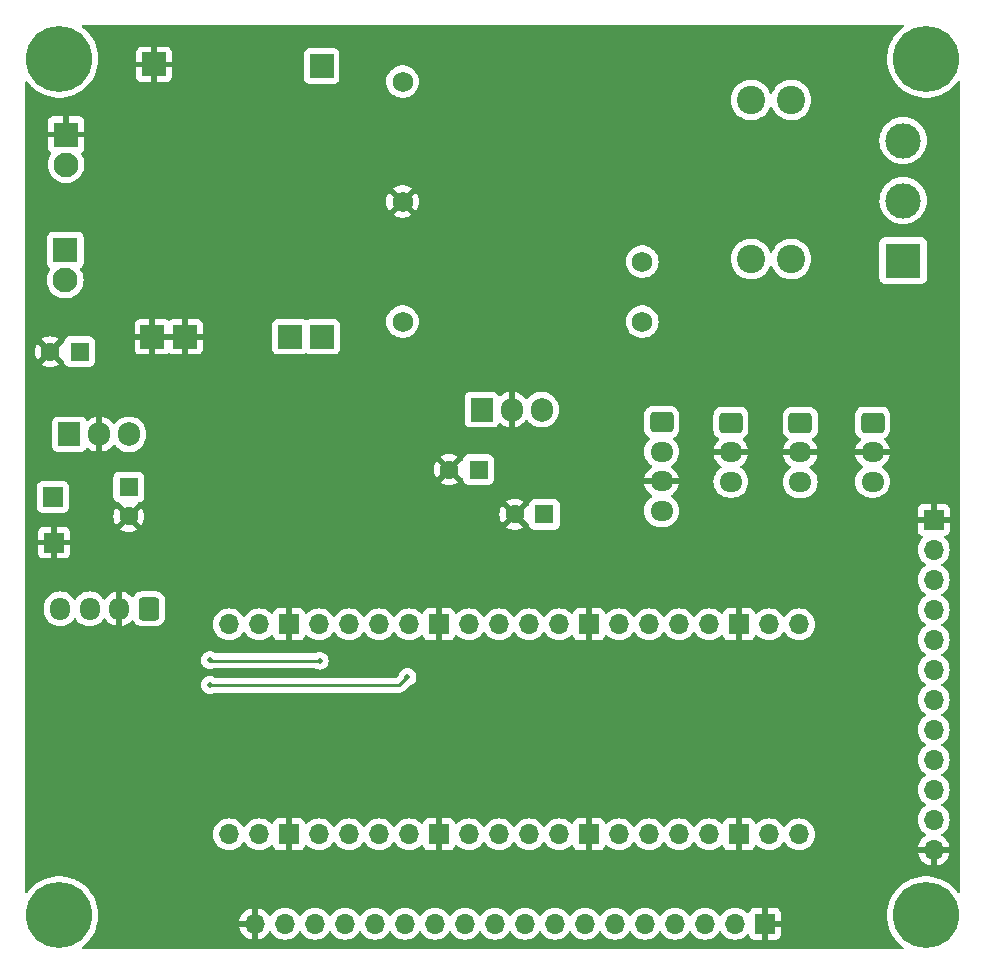
<source format=gbr>
%TF.GenerationSoftware,KiCad,Pcbnew,(7.0.0)*%
%TF.CreationDate,2023-12-23T17:06:12+01:00*%
%TF.ProjectId,PCB-light-challenge,5043422d-6c69-4676-9874-2d6368616c6c,rev?*%
%TF.SameCoordinates,Original*%
%TF.FileFunction,Copper,L2,Bot*%
%TF.FilePolarity,Positive*%
%FSLAX46Y46*%
G04 Gerber Fmt 4.6, Leading zero omitted, Abs format (unit mm)*
G04 Created by KiCad (PCBNEW (7.0.0)) date 2023-12-23 17:06:12*
%MOMM*%
%LPD*%
G01*
G04 APERTURE LIST*
G04 Aperture macros list*
%AMRoundRect*
0 Rectangle with rounded corners*
0 $1 Rounding radius*
0 $2 $3 $4 $5 $6 $7 $8 $9 X,Y pos of 4 corners*
0 Add a 4 corners polygon primitive as box body*
4,1,4,$2,$3,$4,$5,$6,$7,$8,$9,$2,$3,0*
0 Add four circle primitives for the rounded corners*
1,1,$1+$1,$2,$3*
1,1,$1+$1,$4,$5*
1,1,$1+$1,$6,$7*
1,1,$1+$1,$8,$9*
0 Add four rect primitives between the rounded corners*
20,1,$1+$1,$2,$3,$4,$5,0*
20,1,$1+$1,$4,$5,$6,$7,0*
20,1,$1+$1,$6,$7,$8,$9,0*
20,1,$1+$1,$8,$9,$2,$3,0*%
G04 Aperture macros list end*
%TA.AperFunction,ComponentPad*%
%ADD10C,5.600000*%
%TD*%
%TA.AperFunction,ComponentPad*%
%ADD11RoundRect,0.250000X0.600000X0.725000X-0.600000X0.725000X-0.600000X-0.725000X0.600000X-0.725000X0*%
%TD*%
%TA.AperFunction,ComponentPad*%
%ADD12O,1.700000X1.950000*%
%TD*%
%TA.AperFunction,ComponentPad*%
%ADD13R,1.600000X1.600000*%
%TD*%
%TA.AperFunction,ComponentPad*%
%ADD14C,1.600000*%
%TD*%
%TA.AperFunction,ComponentPad*%
%ADD15C,2.400000*%
%TD*%
%TA.AperFunction,ComponentPad*%
%ADD16R,1.700000X1.700000*%
%TD*%
%TA.AperFunction,ComponentPad*%
%ADD17R,1.905000X2.000000*%
%TD*%
%TA.AperFunction,ComponentPad*%
%ADD18O,1.905000X2.000000*%
%TD*%
%TA.AperFunction,ComponentPad*%
%ADD19C,1.750000*%
%TD*%
%TA.AperFunction,ComponentPad*%
%ADD20R,2.100000X2.100000*%
%TD*%
%TA.AperFunction,ComponentPad*%
%ADD21C,2.100000*%
%TD*%
%TA.AperFunction,ComponentPad*%
%ADD22O,1.700000X1.700000*%
%TD*%
%TA.AperFunction,ComponentPad*%
%ADD23RoundRect,0.250000X-0.725000X0.600000X-0.725000X-0.600000X0.725000X-0.600000X0.725000X0.600000X0*%
%TD*%
%TA.AperFunction,ComponentPad*%
%ADD24O,1.950000X1.700000*%
%TD*%
%TA.AperFunction,ComponentPad*%
%ADD25R,3.000000X3.000000*%
%TD*%
%TA.AperFunction,ComponentPad*%
%ADD26C,3.000000*%
%TD*%
%TA.AperFunction,ComponentPad*%
%ADD27R,2.000000X2.000000*%
%TD*%
%TA.AperFunction,ViaPad*%
%ADD28C,0.500000*%
%TD*%
%TA.AperFunction,ViaPad*%
%ADD29C,0.800000*%
%TD*%
%TA.AperFunction,ViaPad*%
%ADD30C,1.100000*%
%TD*%
%TA.AperFunction,ViaPad*%
%ADD31C,1.200000*%
%TD*%
%TA.AperFunction,Conductor*%
%ADD32C,0.250000*%
%TD*%
G04 APERTURE END LIST*
D10*
%TO.P,H1,1*%
%TO.N,N/C*%
X175691800Y-148894800D03*
%TD*%
D11*
%TO.P,LDR1,1,Pin_1*%
%TO.N,3V3*%
X183271800Y-122961400D03*
D12*
%TO.P,LDR1,2,Pin_2*%
%TO.N,P-*%
X180771799Y-122961399D03*
%TO.P,LDR1,3,Pin_3*%
%TO.N,3V3 EN*%
X178271799Y-122961399D03*
%TO.P,LDR1,4,Pin_4*%
%TO.N,GP28*%
X175771799Y-122961399D03*
%TD*%
D13*
%TO.P,C10,1*%
%TO.N,+5V*%
X211203568Y-111175799D03*
D14*
%TO.P,C10,2*%
%TO.N,P-*%
X208703569Y-111175800D03*
%TD*%
D15*
%TO.P,F1,1_1*%
%TO.N,/Battery_charger/Fuse*%
X234266000Y-93349000D03*
%TO.P,F1,1_2*%
X237666000Y-93349000D03*
%TO.P,F1,2_1*%
%TO.N,/Battery_charger/Fuse_in*%
X234266000Y-79879000D03*
%TO.P,F1,2_2*%
X237666000Y-79879000D03*
%TD*%
D16*
%TO.P,3V3,1,Pin_1*%
%TO.N,3V3*%
X175149999Y-113479999D03*
%TD*%
D17*
%TO.P,U5,1,IN*%
%TO.N,+5V*%
X211459999Y-106089999D03*
D18*
%TO.P,U5,2,GND*%
%TO.N,P-*%
X213999999Y-106089999D03*
%TO.P,U5,3,OUT*%
%TO.N,3V3*%
X216539999Y-106089999D03*
%TD*%
D17*
%TO.P,U4,1,IN*%
%TO.N,Batterij+*%
X176529999Y-108179999D03*
D18*
%TO.P,U4,2,GND*%
%TO.N,P-*%
X179069999Y-108179999D03*
%TO.P,U4,3,OUT*%
%TO.N,3V3*%
X181609999Y-108179999D03*
%TD*%
D19*
%TO.P,PS1,1,AC(N)*%
%TO.N,/Battery_charger/GNDAC*%
X225060000Y-98640000D03*
%TO.P,PS1,2,AC(L)*%
%TO.N,/Battery_charger/Fuse*%
X225060000Y-93560000D03*
%TO.P,PS1,3,NC*%
%TO.N,unconnected-(PS1-NC-Pad3)*%
X204760000Y-78320000D03*
%TO.P,PS1,4,-VOUT*%
%TO.N,P-*%
X204760000Y-88480000D03*
%TO.P,PS1,5,+VOUT*%
%TO.N,+5V*%
X204760000Y-98640000D03*
%TD*%
D20*
%TO.P,Batterij1,1,Pin_1*%
%TO.N,Batterij-*%
X176199999Y-92589999D03*
D21*
%TO.P,Batterij1,2,Pin_2*%
%TO.N,Batterij+*%
X176200000Y-95130000D03*
%TD*%
D16*
%TO.P,J4,1,Pin_1*%
%TO.N,P-*%
X249729999Y-115419999D03*
D22*
%TO.P,J4,2,Pin_2*%
%TO.N,GP17*%
X249729999Y-117959999D03*
%TO.P,J4,3,Pin_3*%
%TO.N,GP16*%
X249729999Y-120499999D03*
%TO.P,J4,4,Pin_4*%
%TO.N,GP22*%
X249729999Y-123039999D03*
%TO.P,J4,5,Pin_5*%
%TO.N,RUN*%
X249729999Y-125579999D03*
%TO.P,J4,6,Pin_6*%
%TO.N,GP26*%
X249729999Y-128119999D03*
%TO.P,J4,7,Pin_7*%
%TO.N,GP27*%
X249729999Y-130659999D03*
%TO.P,J4,8,Pin_8*%
%TO.N,ADC VREF*%
X249729999Y-133199999D03*
%TO.P,J4,9,Pin_9*%
%TO.N,3V3 OUT*%
X249729999Y-135739999D03*
%TO.P,J4,10,Pin_10*%
%TO.N,3V3*%
X249729999Y-138279999D03*
%TO.P,J4,11,Pin_11*%
%TO.N,VBUS*%
X249729999Y-140819999D03*
%TO.P,J4,12,Pin_12*%
%TO.N,P-*%
X249729999Y-143359999D03*
%TD*%
D23*
%TO.P,PIR1,1,VCC*%
%TO.N,3V3*%
X238429800Y-107217200D03*
D24*
%TO.P,PIR1,2,GND*%
%TO.N,P-*%
X238429799Y-109717199D03*
%TO.P,PIR1,3,OUT_data*%
%TO.N,GP19*%
X238429799Y-112217199D03*
%TD*%
D10*
%TO.P,H3,1*%
%TO.N,N/C*%
X249097800Y-76377800D03*
%TD*%
D25*
%TO.P,J1,1,Pin_1*%
%TO.N,/Battery_charger/GNDAC*%
X247141999Y-93471999D03*
D26*
%TO.P,J1,2,Pin_2*%
%TO.N,unconnected-(J1-Pin_2-Pad2)*%
X247142000Y-88392000D03*
%TO.P,J1,3,Pin_3*%
%TO.N,/Battery_charger/Fuse_in*%
X247142000Y-83312000D03*
%TD*%
D27*
%TO.P,U1,1,OUT-*%
%TO.N,P-*%
X183567599Y-99923599D03*
%TO.P,U1,2,OUT+*%
%TO.N,OUT+*%
X197967599Y-99923599D03*
%TO.P,U1,3,BAT-*%
%TO.N,P-*%
X186367599Y-99923599D03*
%TO.P,U1,4,BAT+*%
%TO.N,Batterij+*%
X195217599Y-99923599D03*
%TO.P,U1,5,IN-*%
%TO.N,P-*%
X183717599Y-76873599D03*
%TO.P,U1,6,IN+*%
%TO.N,+5V*%
X197917599Y-76998599D03*
%TD*%
D16*
%TO.P,J3,1,Pin_1*%
%TO.N,P-*%
X235449999Y-149619999D03*
D22*
%TO.P,J3,2,Pin_2*%
%TO.N,GP15*%
X232909999Y-149619999D03*
%TO.P,J3,3,Pin_3*%
%TO.N,GP14*%
X230369999Y-149619999D03*
%TO.P,J3,4,Pin_4*%
%TO.N,GP13*%
X227829999Y-149619999D03*
%TO.P,J3,5,Pin_5*%
%TO.N,GP12*%
X225289999Y-149619999D03*
%TO.P,J3,6,Pin_6*%
%TO.N,GP11*%
X222749999Y-149619999D03*
%TO.P,J3,7,Pin_7*%
%TO.N,GP10*%
X220209999Y-149619999D03*
%TO.P,J3,8,Pin_8*%
%TO.N,GP9*%
X217669999Y-149619999D03*
%TO.P,J3,9,Pin_9*%
%TO.N,GP8*%
X215129999Y-149619999D03*
%TO.P,J3,10,Pin_10*%
%TO.N,GP7*%
X212589999Y-149619999D03*
%TO.P,J3,11,Pin_11*%
%TO.N,GP6*%
X210049999Y-149619999D03*
%TO.P,J3,12,Pin_12*%
%TO.N,GP5*%
X207509999Y-149619999D03*
%TO.P,J3,13,Pin_13*%
%TO.N,GP4*%
X204969999Y-149619999D03*
%TO.P,J3,14,Pin_14*%
%TO.N,GP3*%
X202429999Y-149619999D03*
%TO.P,J3,15,Pin_15*%
%TO.N,GP2*%
X199889999Y-149619999D03*
%TO.P,J3,16,Pin_16*%
%TO.N,GP1*%
X197349999Y-149619999D03*
%TO.P,J3,17,Pin_17*%
%TO.N,GP0*%
X194809999Y-149619999D03*
%TO.P,J3,18,Pin_18*%
%TO.N,P-*%
X192269999Y-149619999D03*
%TD*%
D13*
%TO.P,C4,1*%
%TO.N,3V3*%
X216766168Y-114960399D03*
D14*
%TO.P,C4,2*%
%TO.N,P-*%
X214266169Y-114960400D03*
%TD*%
D13*
%TO.P,C8,1*%
%TO.N,Batterij+*%
X177421568Y-101193599D03*
D14*
%TO.P,C8,2*%
%TO.N,P-*%
X174921569Y-101193600D03*
%TD*%
D22*
%TO.P,U-PICO1,1,GP0*%
%TO.N,GP0*%
X190079999Y-142049999D03*
%TO.P,U-PICO1,2,GP1*%
%TO.N,GP1*%
X192619999Y-142049999D03*
D16*
%TO.P,U-PICO1,3,GND*%
%TO.N,P-*%
X195159999Y-142049999D03*
D22*
%TO.P,U-PICO1,4,GP2*%
%TO.N,GP2*%
X197699999Y-142049999D03*
%TO.P,U-PICO1,5,GP3*%
%TO.N,GP3*%
X200239999Y-142049999D03*
%TO.P,U-PICO1,6,GP4*%
%TO.N,GP4*%
X202779999Y-142049999D03*
%TO.P,U-PICO1,7,GP5*%
%TO.N,GP5*%
X205319999Y-142049999D03*
D16*
%TO.P,U-PICO1,8,GND*%
%TO.N,P-*%
X207859999Y-142049999D03*
D22*
%TO.P,U-PICO1,9,GP6*%
%TO.N,GP6*%
X210399999Y-142049999D03*
%TO.P,U-PICO1,10,GP7*%
%TO.N,GP7*%
X212939999Y-142049999D03*
%TO.P,U-PICO1,11,GP8*%
%TO.N,GP8*%
X215479999Y-142049999D03*
%TO.P,U-PICO1,12,GP9*%
%TO.N,GP9*%
X218019999Y-142049999D03*
D16*
%TO.P,U-PICO1,13,GND*%
%TO.N,P-*%
X220559999Y-142049999D03*
D22*
%TO.P,U-PICO1,14,GP10*%
%TO.N,GP10*%
X223099999Y-142049999D03*
%TO.P,U-PICO1,15,GP11*%
%TO.N,GP11*%
X225639999Y-142049999D03*
%TO.P,U-PICO1,16,GP12*%
%TO.N,GP12*%
X228179999Y-142049999D03*
%TO.P,U-PICO1,17,GP13*%
%TO.N,GP13*%
X230719999Y-142049999D03*
D16*
%TO.P,U-PICO1,18,GND*%
%TO.N,P-*%
X233259999Y-142049999D03*
D22*
%TO.P,U-PICO1,19,GP14*%
%TO.N,GP14*%
X235799999Y-142049999D03*
%TO.P,U-PICO1,20,GP15*%
%TO.N,GP15*%
X238339999Y-142049999D03*
%TO.P,U-PICO1,21,GP16*%
%TO.N,GP16*%
X238339999Y-124269999D03*
%TO.P,U-PICO1,22,GP17*%
%TO.N,GP17*%
X235799999Y-124269999D03*
D16*
%TO.P,U-PICO1,23,GND*%
%TO.N,P-*%
X233259999Y-124269999D03*
D22*
%TO.P,U-PICO1,24,GP18*%
%TO.N,GP18*%
X230719999Y-124269999D03*
%TO.P,U-PICO1,25,GP19*%
%TO.N,GP19*%
X228179999Y-124269999D03*
%TO.P,U-PICO1,26,GP20*%
%TO.N,GP20*%
X225639999Y-124269999D03*
%TO.P,U-PICO1,27,GP21*%
%TO.N,GP21*%
X223099999Y-124269999D03*
D16*
%TO.P,U-PICO1,28,GND*%
%TO.N,P-*%
X220559999Y-124269999D03*
D22*
%TO.P,U-PICO1,29,GP22*%
%TO.N,GP22*%
X218019999Y-124269999D03*
%TO.P,U-PICO1,30,RUN*%
%TO.N,RUN*%
X215479999Y-124269999D03*
%TO.P,U-PICO1,31,GP26-ADC0*%
%TO.N,GP26*%
X212939999Y-124269999D03*
%TO.P,U-PICO1,32,GP27-ADC1*%
%TO.N,GP27*%
X210399999Y-124269999D03*
D16*
%TO.P,U-PICO1,33,GND-AGND*%
%TO.N,P-*%
X207859999Y-124269999D03*
D22*
%TO.P,U-PICO1,34,GP28-ADC2*%
%TO.N,GP28*%
X205319999Y-124269999D03*
%TO.P,U-PICO1,35,ADC_VREF*%
%TO.N,ADC VREF*%
X202779999Y-124269999D03*
%TO.P,U-PICO1,36,3V3(OUT)*%
%TO.N,3V3 OUT*%
X200239999Y-124269999D03*
%TO.P,U-PICO1,37,3V3_EN*%
%TO.N,3V3 EN*%
X197699999Y-124269999D03*
D16*
%TO.P,U-PICO1,38,GND*%
%TO.N,P-*%
X195159999Y-124269999D03*
D22*
%TO.P,U-PICO1,39,VSYS*%
%TO.N,3V3*%
X192619999Y-124269999D03*
%TO.P,U-PICO1,40,VBUS*%
%TO.N,VBUS*%
X190079999Y-124269999D03*
%TD*%
D20*
%TO.P,5V1,1,Pin_1*%
%TO.N,P-*%
X176275999Y-82803999D03*
D21*
%TO.P,5V1,2,Pin_2*%
%TO.N,+5V*%
X176276000Y-85344000D03*
%TD*%
D23*
%TO.P,RGB1,1,Pin_1*%
%TO.N,3V3*%
X226695000Y-107155600D03*
D24*
%TO.P,RGB1,2,Pin_2*%
%TO.N,3V3 OUT*%
X226694999Y-109655599D03*
%TO.P,RGB1,3,Pin_3*%
%TO.N,P-*%
X226694999Y-112155599D03*
%TO.P,RGB1,4,Pin_4*%
%TO.N,GP21*%
X226694999Y-114655599D03*
%TD*%
D10*
%TO.P,H2,1*%
%TO.N,N/C*%
X175691800Y-76377800D03*
%TD*%
D23*
%TO.P,Shock1,1,VCC*%
%TO.N,3V3*%
X244551200Y-107191800D03*
D24*
%TO.P,Shock1,2,GND*%
%TO.N,P-*%
X244551199Y-109691799D03*
%TO.P,Shock1,3,Digital_Out*%
%TO.N,GP18*%
X244551199Y-112191799D03*
%TD*%
D10*
%TO.P,H4,1*%
%TO.N,N/C*%
X249072400Y-148894800D03*
%TD*%
D23*
%TO.P,PIR2,1,VCC*%
%TO.N,3V3*%
X232562400Y-107191800D03*
D24*
%TO.P,PIR2,2,GND*%
%TO.N,P-*%
X232562399Y-109691799D03*
%TO.P,PIR2,3,OUT_data*%
%TO.N,GP20*%
X232562399Y-112191799D03*
%TD*%
D16*
%TO.P,P-1,1,Pin_1*%
%TO.N,P-*%
X175259999Y-117347999D03*
%TD*%
D13*
%TO.P,C6,1*%
%TO.N,3V3*%
X181584599Y-112638199D03*
D14*
%TO.P,C6,2*%
%TO.N,P-*%
X181584600Y-115138200D03*
%TD*%
D28*
%TO.N,3V3 EN*%
X197740000Y-127350000D03*
X188460000Y-127310000D03*
%TO.N,GP28*%
X188450000Y-129400000D03*
X205180000Y-128740000D03*
%TO.N,P-*%
X211530000Y-146080000D03*
D29*
X230140000Y-74600000D03*
D28*
X182140000Y-148860000D03*
D29*
X241600000Y-84280000D03*
X225810000Y-74550000D03*
X190754000Y-74549000D03*
X195199000Y-74422000D03*
D28*
X242570000Y-139446000D03*
X229616000Y-130683000D03*
D29*
X202946000Y-74676000D03*
D28*
X185826400Y-111963200D03*
X242443000Y-130556000D03*
X224536000Y-147447000D03*
X180924200Y-130479800D03*
D29*
X181356000Y-74549000D03*
D30*
X230403400Y-96342200D03*
D28*
X242443000Y-135763000D03*
X188595000Y-146558000D03*
D29*
X199009000Y-74422000D03*
D28*
X182041800Y-126085600D03*
X242316000Y-132207000D03*
X229743000Y-134239000D03*
X226441000Y-128905000D03*
X224028000Y-137795000D03*
D31*
X184080000Y-97020000D03*
D28*
X242443000Y-126873000D03*
D29*
X222427800Y-83388200D03*
D31*
X196480000Y-93360000D03*
D28*
X224155000Y-132461000D03*
X242443000Y-134112000D03*
D29*
X247910000Y-98000000D03*
D28*
X212242400Y-118872000D03*
D29*
X236220000Y-91440000D03*
X193040000Y-137795000D03*
D30*
X220395800Y-95681800D03*
D28*
X226085400Y-119430800D03*
X242443000Y-137795000D03*
X242570000Y-141097000D03*
X220726000Y-139446000D03*
D31*
X195980000Y-119590000D03*
D28*
X239242600Y-119329200D03*
D29*
X174371000Y-88773000D03*
D31*
X212890000Y-83500000D03*
D28*
X173761400Y-141808200D03*
D29*
X230860000Y-83700000D03*
D28*
X192938400Y-112166400D03*
D31*
X184450000Y-91510000D03*
D28*
X181610000Y-128320800D03*
X190271400Y-112369600D03*
X235356400Y-117652800D03*
X229616000Y-147320000D03*
X217017600Y-118668800D03*
X201879200Y-146507200D03*
X198653400Y-104597200D03*
D31*
X196180000Y-89770000D03*
D29*
X247570000Y-100410000D03*
X182090000Y-137070000D03*
D28*
X208915000Y-146050000D03*
X201066400Y-118897400D03*
X250113800Y-109524800D03*
X227584000Y-135890000D03*
X231216200Y-116890800D03*
D29*
X216800000Y-74550000D03*
X221330000Y-74550000D03*
D28*
X204292200Y-146253200D03*
X198374000Y-147574000D03*
D29*
X236450000Y-74410000D03*
D31*
X187220000Y-120840000D03*
D28*
X190322200Y-105740200D03*
X197993000Y-113157000D03*
X188315600Y-106451400D03*
X219150000Y-145960000D03*
X242417600Y-146177000D03*
X250139200Y-106883200D03*
X202082400Y-109778800D03*
X191390000Y-145810000D03*
D29*
X236010000Y-84455000D03*
D28*
X242697000Y-122809000D03*
X207264000Y-118897400D03*
X231317800Y-119354600D03*
X236850000Y-145820000D03*
D29*
X207899000Y-74676000D03*
D31*
X208360000Y-93540000D03*
D28*
X221996000Y-147320000D03*
X216760000Y-145910000D03*
X214110000Y-145920000D03*
X242443000Y-128778000D03*
D31*
X205420000Y-104010000D03*
D28*
X199136000Y-146050000D03*
D30*
X220091000Y-109575600D03*
D29*
X179171600Y-79019400D03*
D28*
X228904800Y-119405400D03*
X187960000Y-148720000D03*
X231930000Y-147860000D03*
X226949000Y-147320000D03*
D29*
X185928000Y-74295000D03*
D28*
X195707000Y-147320000D03*
D29*
X229420000Y-91550000D03*
X230570000Y-77780000D03*
D28*
X233426000Y-126873000D03*
D29*
X212180000Y-74550000D03*
D31*
X187160000Y-97000000D03*
D28*
X237950000Y-147930000D03*
X250266200Y-111912400D03*
%TD*%
D32*
%TO.N,3V3 EN*%
X197740000Y-127350000D02*
X188500000Y-127350000D01*
X188500000Y-127350000D02*
X188460000Y-127310000D01*
%TO.N,GP28*%
X204495000Y-129425000D02*
X188475000Y-129425000D01*
X205180000Y-128740000D02*
X204495000Y-129425000D01*
X188475000Y-129425000D02*
X188450000Y-129400000D01*
%TD*%
%TA.AperFunction,Conductor*%
%TO.N,P-*%
G36*
X247133422Y-73505580D02*
G01*
X247178273Y-73547153D01*
X247197800Y-73605106D01*
X247187253Y-73665344D01*
X247149198Y-73713216D01*
X246960622Y-73856567D01*
X246960614Y-73856573D01*
X246957963Y-73858589D01*
X246955539Y-73860884D01*
X246955532Y-73860891D01*
X246700569Y-74102404D01*
X246700554Y-74102419D01*
X246698132Y-74104714D01*
X246695969Y-74107259D01*
X246695958Y-74107272D01*
X246468608Y-74374930D01*
X246468602Y-74374937D01*
X246466435Y-74377489D01*
X246464558Y-74380258D01*
X246464548Y-74380271D01*
X246267479Y-74670926D01*
X246267471Y-74670938D01*
X246265589Y-74673715D01*
X246264014Y-74676685D01*
X246264012Y-74676689D01*
X246099522Y-74986948D01*
X246099517Y-74986957D01*
X246097947Y-74989920D01*
X246096706Y-74993032D01*
X246096702Y-74993043D01*
X245966724Y-75319264D01*
X245965476Y-75322397D01*
X245964575Y-75325641D01*
X245964573Y-75325648D01*
X245870628Y-75664009D01*
X245869729Y-75667248D01*
X245869188Y-75670547D01*
X245869184Y-75670566D01*
X245822712Y-75954039D01*
X245811828Y-76020429D01*
X245811646Y-76023779D01*
X245811645Y-76023792D01*
X245792634Y-76374443D01*
X245792452Y-76377800D01*
X245792634Y-76381157D01*
X245811645Y-76731807D01*
X245811646Y-76731818D01*
X245811828Y-76735171D01*
X245812372Y-76738492D01*
X245812373Y-76738497D01*
X245869184Y-77085033D01*
X245869187Y-77085048D01*
X245869729Y-77088352D01*
X245870627Y-77091589D01*
X245870628Y-77091590D01*
X245879515Y-77123600D01*
X245965476Y-77433203D01*
X246097947Y-77765680D01*
X246265589Y-78081885D01*
X246267476Y-78084668D01*
X246267479Y-78084673D01*
X246430504Y-78325117D01*
X246466435Y-78378111D01*
X246552984Y-78480004D01*
X246568901Y-78498744D01*
X246698132Y-78650886D01*
X246700563Y-78653189D01*
X246700569Y-78653195D01*
X246821931Y-78768155D01*
X246957963Y-78897011D01*
X247242881Y-79113600D01*
X247549547Y-79298115D01*
X247874365Y-79448391D01*
X248213526Y-79562668D01*
X248563054Y-79639605D01*
X248918852Y-79678300D01*
X249273390Y-79678300D01*
X249276748Y-79678300D01*
X249632546Y-79639605D01*
X249982074Y-79562668D01*
X250321235Y-79448391D01*
X250646053Y-79298115D01*
X250952719Y-79113600D01*
X251237637Y-78897011D01*
X251497468Y-78650886D01*
X251729165Y-78378111D01*
X251772868Y-78313652D01*
X251819804Y-78272454D01*
X251880871Y-78259358D01*
X251940576Y-78277690D01*
X251983771Y-78322799D01*
X251999500Y-78383242D01*
X251999500Y-146926820D01*
X251983771Y-146987262D01*
X251940576Y-147032372D01*
X251880871Y-147050704D01*
X251819804Y-147037608D01*
X251772867Y-146996407D01*
X251705651Y-146897271D01*
X251703765Y-146894489D01*
X251472068Y-146621714D01*
X251469635Y-146619409D01*
X251469630Y-146619404D01*
X251214667Y-146377891D01*
X251212237Y-146375589D01*
X250927319Y-146159000D01*
X250924445Y-146157271D01*
X250924441Y-146157268D01*
X250623535Y-145976219D01*
X250623534Y-145976218D01*
X250620653Y-145974485D01*
X250617597Y-145973071D01*
X250298890Y-145825622D01*
X250298883Y-145825619D01*
X250295835Y-145824209D01*
X250207405Y-145794413D01*
X249959857Y-145711004D01*
X249959848Y-145711001D01*
X249956674Y-145709932D01*
X249953406Y-145709212D01*
X249953393Y-145709209D01*
X249610433Y-145633718D01*
X249610423Y-145633716D01*
X249607146Y-145632995D01*
X249251348Y-145594300D01*
X248893452Y-145594300D01*
X248890115Y-145594662D01*
X248890113Y-145594663D01*
X248541000Y-145632631D01*
X248540998Y-145632631D01*
X248537654Y-145632995D01*
X248534379Y-145633715D01*
X248534366Y-145633718D01*
X248191406Y-145709209D01*
X248191388Y-145709213D01*
X248188126Y-145709932D01*
X248184955Y-145711000D01*
X248184942Y-145711004D01*
X247852152Y-145823135D01*
X247852149Y-145823136D01*
X247848965Y-145824209D01*
X247845922Y-145825616D01*
X247845909Y-145825622D01*
X247527202Y-145973071D01*
X247527192Y-145973075D01*
X247524147Y-145974485D01*
X247521273Y-145976214D01*
X247521264Y-145976219D01*
X247220358Y-146157268D01*
X247220345Y-146157276D01*
X247217481Y-146159000D01*
X247214823Y-146161020D01*
X247214812Y-146161028D01*
X246935222Y-146373567D01*
X246935214Y-146373573D01*
X246932563Y-146375589D01*
X246930139Y-146377884D01*
X246930132Y-146377891D01*
X246675169Y-146619404D01*
X246675154Y-146619419D01*
X246672732Y-146621714D01*
X246670569Y-146624259D01*
X246670558Y-146624272D01*
X246443208Y-146891930D01*
X246443202Y-146891937D01*
X246441035Y-146894489D01*
X246439158Y-146897258D01*
X246439148Y-146897271D01*
X246242079Y-147187926D01*
X246242071Y-147187938D01*
X246240189Y-147190715D01*
X246238614Y-147193685D01*
X246238612Y-147193689D01*
X246074122Y-147503948D01*
X246074117Y-147503957D01*
X246072547Y-147506920D01*
X246071306Y-147510032D01*
X246071302Y-147510043D01*
X245941324Y-147836264D01*
X245940076Y-147839397D01*
X245844329Y-148184248D01*
X245843788Y-148187547D01*
X245843784Y-148187566D01*
X245786973Y-148534102D01*
X245786428Y-148537429D01*
X245786246Y-148540779D01*
X245786245Y-148540792D01*
X245774738Y-148753034D01*
X245767052Y-148894800D01*
X245767234Y-148898157D01*
X245786245Y-149248807D01*
X245786246Y-149248818D01*
X245786428Y-149252171D01*
X245786972Y-149255492D01*
X245786973Y-149255497D01*
X245843784Y-149602033D01*
X245843787Y-149602048D01*
X245844329Y-149605352D01*
X245940076Y-149950203D01*
X245941324Y-149953335D01*
X246060533Y-150252529D01*
X246072547Y-150282680D01*
X246074121Y-150285649D01*
X246074122Y-150285651D01*
X246080579Y-150297830D01*
X246240189Y-150598885D01*
X246242076Y-150601668D01*
X246242079Y-150601673D01*
X246419114Y-150862780D01*
X246441035Y-150895111D01*
X246672732Y-151167886D01*
X246675163Y-151170189D01*
X246675169Y-151170195D01*
X246854022Y-151339613D01*
X246932563Y-151414011D01*
X246935218Y-151416029D01*
X246935233Y-151416042D01*
X247133532Y-151566785D01*
X247171587Y-151614656D01*
X247182134Y-151674894D01*
X247162607Y-151732847D01*
X247117756Y-151774420D01*
X247058490Y-151789500D01*
X177705710Y-151789500D01*
X177646444Y-151774420D01*
X177601593Y-151732847D01*
X177582066Y-151674894D01*
X177592613Y-151614656D01*
X177630668Y-151566785D01*
X177828966Y-151416042D01*
X177828972Y-151416036D01*
X177831637Y-151414011D01*
X178091468Y-151167886D01*
X178323165Y-150895111D01*
X178524011Y-150598885D01*
X178691653Y-150282680D01*
X178824124Y-149950203D01*
X178845684Y-149872551D01*
X190942688Y-149872551D01*
X190943056Y-149883780D01*
X190995168Y-150078263D01*
X190998856Y-150088397D01*
X191094113Y-150292676D01*
X191099501Y-150302008D01*
X191228784Y-150486643D01*
X191235721Y-150494909D01*
X191395090Y-150654278D01*
X191403356Y-150661215D01*
X191587991Y-150790498D01*
X191597323Y-150795886D01*
X191801602Y-150891143D01*
X191811736Y-150894831D01*
X192006219Y-150946943D01*
X192017448Y-150947311D01*
X192020000Y-150936369D01*
X192520000Y-150936369D01*
X192522551Y-150947311D01*
X192533780Y-150946943D01*
X192728263Y-150894831D01*
X192738397Y-150891143D01*
X192942676Y-150795886D01*
X192952008Y-150790498D01*
X193136643Y-150661215D01*
X193144909Y-150654278D01*
X193304278Y-150494909D01*
X193311219Y-150486638D01*
X193438119Y-150305406D01*
X193482437Y-150266540D01*
X193539694Y-150252529D01*
X193596951Y-150266540D01*
X193641269Y-150305405D01*
X193768399Y-150486966D01*
X193768402Y-150486970D01*
X193771505Y-150491401D01*
X193938599Y-150658495D01*
X194132170Y-150794035D01*
X194346337Y-150893903D01*
X194351567Y-150895304D01*
X194351569Y-150895305D01*
X194393619Y-150906572D01*
X194574592Y-150955063D01*
X194810000Y-150975659D01*
X195045408Y-150955063D01*
X195273663Y-150893903D01*
X195487830Y-150794035D01*
X195681401Y-150658495D01*
X195848495Y-150491401D01*
X195978426Y-150305839D01*
X196022742Y-150266976D01*
X196079999Y-150252965D01*
X196137256Y-150266976D01*
X196181574Y-150305841D01*
X196308399Y-150486966D01*
X196308402Y-150486970D01*
X196311505Y-150491401D01*
X196478599Y-150658495D01*
X196672170Y-150794035D01*
X196886337Y-150893903D01*
X196891567Y-150895304D01*
X196891569Y-150895305D01*
X196933619Y-150906572D01*
X197114592Y-150955063D01*
X197350000Y-150975659D01*
X197585408Y-150955063D01*
X197813663Y-150893903D01*
X198027830Y-150794035D01*
X198221401Y-150658495D01*
X198388495Y-150491401D01*
X198518426Y-150305839D01*
X198562742Y-150266976D01*
X198619999Y-150252965D01*
X198677256Y-150266976D01*
X198721574Y-150305841D01*
X198848399Y-150486966D01*
X198848402Y-150486970D01*
X198851505Y-150491401D01*
X199018599Y-150658495D01*
X199212170Y-150794035D01*
X199426337Y-150893903D01*
X199431567Y-150895304D01*
X199431569Y-150895305D01*
X199473619Y-150906572D01*
X199654592Y-150955063D01*
X199890000Y-150975659D01*
X200125408Y-150955063D01*
X200353663Y-150893903D01*
X200567830Y-150794035D01*
X200761401Y-150658495D01*
X200928495Y-150491401D01*
X201058426Y-150305839D01*
X201102742Y-150266976D01*
X201159999Y-150252965D01*
X201217256Y-150266976D01*
X201261574Y-150305841D01*
X201388399Y-150486966D01*
X201388402Y-150486970D01*
X201391505Y-150491401D01*
X201558599Y-150658495D01*
X201752170Y-150794035D01*
X201966337Y-150893903D01*
X201971567Y-150895304D01*
X201971569Y-150895305D01*
X202013619Y-150906572D01*
X202194592Y-150955063D01*
X202430000Y-150975659D01*
X202665408Y-150955063D01*
X202893663Y-150893903D01*
X203107830Y-150794035D01*
X203301401Y-150658495D01*
X203468495Y-150491401D01*
X203598426Y-150305839D01*
X203642742Y-150266976D01*
X203699999Y-150252965D01*
X203757256Y-150266976D01*
X203801574Y-150305841D01*
X203928399Y-150486966D01*
X203928402Y-150486970D01*
X203931505Y-150491401D01*
X204098599Y-150658495D01*
X204292170Y-150794035D01*
X204506337Y-150893903D01*
X204511567Y-150895304D01*
X204511569Y-150895305D01*
X204553619Y-150906572D01*
X204734592Y-150955063D01*
X204970000Y-150975659D01*
X205205408Y-150955063D01*
X205433663Y-150893903D01*
X205647830Y-150794035D01*
X205841401Y-150658495D01*
X206008495Y-150491401D01*
X206138426Y-150305839D01*
X206182742Y-150266976D01*
X206239999Y-150252965D01*
X206297256Y-150266976D01*
X206341574Y-150305841D01*
X206468399Y-150486966D01*
X206468402Y-150486970D01*
X206471505Y-150491401D01*
X206638599Y-150658495D01*
X206832170Y-150794035D01*
X207046337Y-150893903D01*
X207051567Y-150895304D01*
X207051569Y-150895305D01*
X207093619Y-150906572D01*
X207274592Y-150955063D01*
X207510000Y-150975659D01*
X207745408Y-150955063D01*
X207973663Y-150893903D01*
X208187830Y-150794035D01*
X208381401Y-150658495D01*
X208548495Y-150491401D01*
X208678426Y-150305839D01*
X208722742Y-150266976D01*
X208779999Y-150252965D01*
X208837256Y-150266976D01*
X208881574Y-150305841D01*
X209008399Y-150486966D01*
X209008402Y-150486970D01*
X209011505Y-150491401D01*
X209178599Y-150658495D01*
X209372170Y-150794035D01*
X209586337Y-150893903D01*
X209591567Y-150895304D01*
X209591569Y-150895305D01*
X209633619Y-150906572D01*
X209814592Y-150955063D01*
X210050000Y-150975659D01*
X210285408Y-150955063D01*
X210513663Y-150893903D01*
X210727830Y-150794035D01*
X210921401Y-150658495D01*
X211088495Y-150491401D01*
X211218426Y-150305839D01*
X211262742Y-150266976D01*
X211319999Y-150252965D01*
X211377256Y-150266976D01*
X211421574Y-150305841D01*
X211548399Y-150486966D01*
X211548402Y-150486970D01*
X211551505Y-150491401D01*
X211718599Y-150658495D01*
X211912170Y-150794035D01*
X212126337Y-150893903D01*
X212131567Y-150895304D01*
X212131569Y-150895305D01*
X212173619Y-150906572D01*
X212354592Y-150955063D01*
X212590000Y-150975659D01*
X212825408Y-150955063D01*
X213053663Y-150893903D01*
X213267830Y-150794035D01*
X213461401Y-150658495D01*
X213628495Y-150491401D01*
X213758426Y-150305839D01*
X213802742Y-150266976D01*
X213859999Y-150252965D01*
X213917256Y-150266976D01*
X213961574Y-150305841D01*
X214088399Y-150486966D01*
X214088402Y-150486970D01*
X214091505Y-150491401D01*
X214258599Y-150658495D01*
X214452170Y-150794035D01*
X214666337Y-150893903D01*
X214671567Y-150895304D01*
X214671569Y-150895305D01*
X214713619Y-150906572D01*
X214894592Y-150955063D01*
X215130000Y-150975659D01*
X215365408Y-150955063D01*
X215593663Y-150893903D01*
X215807830Y-150794035D01*
X216001401Y-150658495D01*
X216168495Y-150491401D01*
X216298426Y-150305839D01*
X216342742Y-150266976D01*
X216399999Y-150252965D01*
X216457256Y-150266976D01*
X216501574Y-150305841D01*
X216628399Y-150486966D01*
X216628402Y-150486970D01*
X216631505Y-150491401D01*
X216798599Y-150658495D01*
X216992170Y-150794035D01*
X217206337Y-150893903D01*
X217211567Y-150895304D01*
X217211569Y-150895305D01*
X217253619Y-150906572D01*
X217434592Y-150955063D01*
X217670000Y-150975659D01*
X217905408Y-150955063D01*
X218133663Y-150893903D01*
X218347830Y-150794035D01*
X218541401Y-150658495D01*
X218708495Y-150491401D01*
X218838426Y-150305839D01*
X218882742Y-150266976D01*
X218939999Y-150252965D01*
X218997256Y-150266976D01*
X219041574Y-150305841D01*
X219168399Y-150486966D01*
X219168402Y-150486970D01*
X219171505Y-150491401D01*
X219338599Y-150658495D01*
X219532170Y-150794035D01*
X219746337Y-150893903D01*
X219751567Y-150895304D01*
X219751569Y-150895305D01*
X219793619Y-150906572D01*
X219974592Y-150955063D01*
X220210000Y-150975659D01*
X220445408Y-150955063D01*
X220673663Y-150893903D01*
X220887830Y-150794035D01*
X221081401Y-150658495D01*
X221248495Y-150491401D01*
X221378426Y-150305839D01*
X221422742Y-150266976D01*
X221479999Y-150252965D01*
X221537256Y-150266976D01*
X221581574Y-150305841D01*
X221708399Y-150486966D01*
X221708402Y-150486970D01*
X221711505Y-150491401D01*
X221878599Y-150658495D01*
X222072170Y-150794035D01*
X222286337Y-150893903D01*
X222291567Y-150895304D01*
X222291569Y-150895305D01*
X222333619Y-150906572D01*
X222514592Y-150955063D01*
X222750000Y-150975659D01*
X222985408Y-150955063D01*
X223213663Y-150893903D01*
X223427830Y-150794035D01*
X223621401Y-150658495D01*
X223788495Y-150491401D01*
X223918426Y-150305839D01*
X223962742Y-150266976D01*
X224019999Y-150252965D01*
X224077256Y-150266976D01*
X224121574Y-150305841D01*
X224248399Y-150486966D01*
X224248402Y-150486970D01*
X224251505Y-150491401D01*
X224418599Y-150658495D01*
X224612170Y-150794035D01*
X224826337Y-150893903D01*
X224831567Y-150895304D01*
X224831569Y-150895305D01*
X224873619Y-150906572D01*
X225054592Y-150955063D01*
X225290000Y-150975659D01*
X225525408Y-150955063D01*
X225753663Y-150893903D01*
X225967830Y-150794035D01*
X226161401Y-150658495D01*
X226328495Y-150491401D01*
X226458426Y-150305839D01*
X226502742Y-150266976D01*
X226559999Y-150252965D01*
X226617256Y-150266976D01*
X226661574Y-150305841D01*
X226788399Y-150486966D01*
X226788402Y-150486970D01*
X226791505Y-150491401D01*
X226958599Y-150658495D01*
X227152170Y-150794035D01*
X227366337Y-150893903D01*
X227371567Y-150895304D01*
X227371569Y-150895305D01*
X227413619Y-150906572D01*
X227594592Y-150955063D01*
X227830000Y-150975659D01*
X228065408Y-150955063D01*
X228293663Y-150893903D01*
X228507830Y-150794035D01*
X228701401Y-150658495D01*
X228868495Y-150491401D01*
X228998426Y-150305839D01*
X229042742Y-150266976D01*
X229099999Y-150252965D01*
X229157256Y-150266976D01*
X229201574Y-150305841D01*
X229328399Y-150486966D01*
X229328402Y-150486970D01*
X229331505Y-150491401D01*
X229498599Y-150658495D01*
X229692170Y-150794035D01*
X229906337Y-150893903D01*
X229911567Y-150895304D01*
X229911569Y-150895305D01*
X229953619Y-150906572D01*
X230134592Y-150955063D01*
X230370000Y-150975659D01*
X230605408Y-150955063D01*
X230833663Y-150893903D01*
X231047830Y-150794035D01*
X231241401Y-150658495D01*
X231408495Y-150491401D01*
X231538426Y-150305839D01*
X231582742Y-150266976D01*
X231639999Y-150252965D01*
X231697256Y-150266976D01*
X231741574Y-150305841D01*
X231868399Y-150486966D01*
X231868402Y-150486970D01*
X231871505Y-150491401D01*
X232038599Y-150658495D01*
X232232170Y-150794035D01*
X232446337Y-150893903D01*
X232451567Y-150895304D01*
X232451569Y-150895305D01*
X232493619Y-150906572D01*
X232674592Y-150955063D01*
X232910000Y-150975659D01*
X233145408Y-150955063D01*
X233373663Y-150893903D01*
X233587830Y-150794035D01*
X233781401Y-150658495D01*
X233903717Y-150536178D01*
X233956460Y-150504885D01*
X234017753Y-150502696D01*
X234072597Y-150530149D01*
X234107577Y-150580528D01*
X234153548Y-150703779D01*
X234161962Y-150719189D01*
X234237498Y-150820092D01*
X234249907Y-150832501D01*
X234350810Y-150908037D01*
X234366222Y-150916452D01*
X234485358Y-150960888D01*
X234500332Y-150964426D01*
X234548885Y-150969646D01*
X234555482Y-150970000D01*
X235183674Y-150970000D01*
X235196549Y-150966549D01*
X235200000Y-150953674D01*
X235700000Y-150953674D01*
X235703450Y-150966549D01*
X235716326Y-150970000D01*
X236344518Y-150970000D01*
X236351114Y-150969646D01*
X236399667Y-150964426D01*
X236414641Y-150960888D01*
X236533777Y-150916452D01*
X236549189Y-150908037D01*
X236650092Y-150832501D01*
X236662501Y-150820092D01*
X236738037Y-150719189D01*
X236746452Y-150703777D01*
X236790888Y-150584641D01*
X236794426Y-150569667D01*
X236799646Y-150521114D01*
X236800000Y-150514518D01*
X236800000Y-149886326D01*
X236796549Y-149873450D01*
X236783674Y-149870000D01*
X235716326Y-149870000D01*
X235703450Y-149873450D01*
X235700000Y-149886326D01*
X235700000Y-150953674D01*
X235200000Y-150953674D01*
X235200000Y-149353674D01*
X235700000Y-149353674D01*
X235703450Y-149366549D01*
X235716326Y-149370000D01*
X236783674Y-149370000D01*
X236796549Y-149366549D01*
X236800000Y-149353674D01*
X236800000Y-148725482D01*
X236799646Y-148718885D01*
X236794426Y-148670332D01*
X236790888Y-148655358D01*
X236746452Y-148536222D01*
X236738037Y-148520810D01*
X236662501Y-148419907D01*
X236650092Y-148407498D01*
X236549189Y-148331962D01*
X236533777Y-148323547D01*
X236414641Y-148279111D01*
X236399667Y-148275573D01*
X236351114Y-148270353D01*
X236344518Y-148270000D01*
X235716326Y-148270000D01*
X235703450Y-148273450D01*
X235700000Y-148286326D01*
X235700000Y-149353674D01*
X235200000Y-149353674D01*
X235200000Y-148286326D01*
X235196549Y-148273450D01*
X235183674Y-148270000D01*
X234555482Y-148270000D01*
X234548885Y-148270353D01*
X234500332Y-148275573D01*
X234485358Y-148279111D01*
X234366222Y-148323547D01*
X234350810Y-148331962D01*
X234249907Y-148407498D01*
X234237498Y-148419907D01*
X234161962Y-148520810D01*
X234153544Y-148536226D01*
X234107576Y-148659471D01*
X234072597Y-148709850D01*
X234017753Y-148737303D01*
X233956460Y-148735114D01*
X233903714Y-148703818D01*
X233785232Y-148585336D01*
X233785230Y-148585334D01*
X233781401Y-148581505D01*
X233776970Y-148578402D01*
X233776966Y-148578399D01*
X233592259Y-148449066D01*
X233592257Y-148449064D01*
X233587830Y-148445965D01*
X233582933Y-148443681D01*
X233582927Y-148443678D01*
X233378572Y-148348386D01*
X233378570Y-148348385D01*
X233373663Y-148346097D01*
X233368438Y-148344697D01*
X233368430Y-148344694D01*
X233150634Y-148286337D01*
X233150630Y-148286336D01*
X233145408Y-148284937D01*
X233140020Y-148284465D01*
X233140017Y-148284465D01*
X232915395Y-148264813D01*
X232910000Y-148264341D01*
X232904605Y-148264813D01*
X232679982Y-148284465D01*
X232679977Y-148284465D01*
X232674592Y-148284937D01*
X232669371Y-148286335D01*
X232669365Y-148286337D01*
X232451569Y-148344694D01*
X232451557Y-148344698D01*
X232446337Y-148346097D01*
X232441432Y-148348383D01*
X232441427Y-148348386D01*
X232237081Y-148443675D01*
X232237077Y-148443677D01*
X232232171Y-148445965D01*
X232227738Y-148449068D01*
X232227731Y-148449073D01*
X232043034Y-148578399D01*
X232043029Y-148578402D01*
X232038599Y-148581505D01*
X232034775Y-148585328D01*
X232034769Y-148585334D01*
X231875334Y-148744769D01*
X231875328Y-148744775D01*
X231871505Y-148748599D01*
X231868403Y-148753028D01*
X231868403Y-148753029D01*
X231741574Y-148934160D01*
X231697256Y-148973025D01*
X231639999Y-148987036D01*
X231582742Y-148973025D01*
X231538426Y-148934161D01*
X231408495Y-148748599D01*
X231241401Y-148581505D01*
X231236970Y-148578402D01*
X231236966Y-148578399D01*
X231052259Y-148449066D01*
X231052257Y-148449064D01*
X231047830Y-148445965D01*
X231042933Y-148443681D01*
X231042927Y-148443678D01*
X230838572Y-148348386D01*
X230838570Y-148348385D01*
X230833663Y-148346097D01*
X230828438Y-148344697D01*
X230828430Y-148344694D01*
X230610634Y-148286337D01*
X230610630Y-148286336D01*
X230605408Y-148284937D01*
X230600020Y-148284465D01*
X230600017Y-148284465D01*
X230375395Y-148264813D01*
X230370000Y-148264341D01*
X230364605Y-148264813D01*
X230139982Y-148284465D01*
X230139977Y-148284465D01*
X230134592Y-148284937D01*
X230129371Y-148286335D01*
X230129365Y-148286337D01*
X229911569Y-148344694D01*
X229911557Y-148344698D01*
X229906337Y-148346097D01*
X229901432Y-148348383D01*
X229901427Y-148348386D01*
X229697081Y-148443675D01*
X229697077Y-148443677D01*
X229692171Y-148445965D01*
X229687738Y-148449068D01*
X229687731Y-148449073D01*
X229503034Y-148578399D01*
X229503029Y-148578402D01*
X229498599Y-148581505D01*
X229494775Y-148585328D01*
X229494769Y-148585334D01*
X229335334Y-148744769D01*
X229335328Y-148744775D01*
X229331505Y-148748599D01*
X229328403Y-148753028D01*
X229328403Y-148753029D01*
X229201574Y-148934160D01*
X229157256Y-148973025D01*
X229099999Y-148987036D01*
X229042742Y-148973025D01*
X228998426Y-148934161D01*
X228868495Y-148748599D01*
X228701401Y-148581505D01*
X228696970Y-148578402D01*
X228696966Y-148578399D01*
X228512259Y-148449066D01*
X228512257Y-148449064D01*
X228507830Y-148445965D01*
X228502933Y-148443681D01*
X228502927Y-148443678D01*
X228298572Y-148348386D01*
X228298570Y-148348385D01*
X228293663Y-148346097D01*
X228288438Y-148344697D01*
X228288430Y-148344694D01*
X228070634Y-148286337D01*
X228070630Y-148286336D01*
X228065408Y-148284937D01*
X228060020Y-148284465D01*
X228060017Y-148284465D01*
X227835395Y-148264813D01*
X227830000Y-148264341D01*
X227824605Y-148264813D01*
X227599982Y-148284465D01*
X227599977Y-148284465D01*
X227594592Y-148284937D01*
X227589371Y-148286335D01*
X227589365Y-148286337D01*
X227371569Y-148344694D01*
X227371557Y-148344698D01*
X227366337Y-148346097D01*
X227361432Y-148348383D01*
X227361427Y-148348386D01*
X227157081Y-148443675D01*
X227157077Y-148443677D01*
X227152171Y-148445965D01*
X227147738Y-148449068D01*
X227147731Y-148449073D01*
X226963034Y-148578399D01*
X226963029Y-148578402D01*
X226958599Y-148581505D01*
X226954775Y-148585328D01*
X226954769Y-148585334D01*
X226795334Y-148744769D01*
X226795328Y-148744775D01*
X226791505Y-148748599D01*
X226788403Y-148753028D01*
X226788403Y-148753029D01*
X226661574Y-148934160D01*
X226617256Y-148973025D01*
X226559999Y-148987036D01*
X226502742Y-148973025D01*
X226458426Y-148934161D01*
X226328495Y-148748599D01*
X226161401Y-148581505D01*
X226156970Y-148578402D01*
X226156966Y-148578399D01*
X225972259Y-148449066D01*
X225972257Y-148449064D01*
X225967830Y-148445965D01*
X225962933Y-148443681D01*
X225962927Y-148443678D01*
X225758572Y-148348386D01*
X225758570Y-148348385D01*
X225753663Y-148346097D01*
X225748438Y-148344697D01*
X225748430Y-148344694D01*
X225530634Y-148286337D01*
X225530630Y-148286336D01*
X225525408Y-148284937D01*
X225520020Y-148284465D01*
X225520017Y-148284465D01*
X225295395Y-148264813D01*
X225290000Y-148264341D01*
X225284605Y-148264813D01*
X225059982Y-148284465D01*
X225059977Y-148284465D01*
X225054592Y-148284937D01*
X225049371Y-148286335D01*
X225049365Y-148286337D01*
X224831569Y-148344694D01*
X224831557Y-148344698D01*
X224826337Y-148346097D01*
X224821432Y-148348383D01*
X224821427Y-148348386D01*
X224617081Y-148443675D01*
X224617077Y-148443677D01*
X224612171Y-148445965D01*
X224607738Y-148449068D01*
X224607731Y-148449073D01*
X224423034Y-148578399D01*
X224423029Y-148578402D01*
X224418599Y-148581505D01*
X224414775Y-148585328D01*
X224414769Y-148585334D01*
X224255334Y-148744769D01*
X224255328Y-148744775D01*
X224251505Y-148748599D01*
X224248403Y-148753028D01*
X224248403Y-148753029D01*
X224121574Y-148934160D01*
X224077256Y-148973025D01*
X224019999Y-148987036D01*
X223962742Y-148973025D01*
X223918426Y-148934161D01*
X223788495Y-148748599D01*
X223621401Y-148581505D01*
X223616970Y-148578402D01*
X223616966Y-148578399D01*
X223432259Y-148449066D01*
X223432257Y-148449064D01*
X223427830Y-148445965D01*
X223422933Y-148443681D01*
X223422927Y-148443678D01*
X223218572Y-148348386D01*
X223218570Y-148348385D01*
X223213663Y-148346097D01*
X223208438Y-148344697D01*
X223208430Y-148344694D01*
X222990634Y-148286337D01*
X222990630Y-148286336D01*
X222985408Y-148284937D01*
X222980020Y-148284465D01*
X222980017Y-148284465D01*
X222755395Y-148264813D01*
X222750000Y-148264341D01*
X222744605Y-148264813D01*
X222519982Y-148284465D01*
X222519977Y-148284465D01*
X222514592Y-148284937D01*
X222509371Y-148286335D01*
X222509365Y-148286337D01*
X222291569Y-148344694D01*
X222291557Y-148344698D01*
X222286337Y-148346097D01*
X222281432Y-148348383D01*
X222281427Y-148348386D01*
X222077081Y-148443675D01*
X222077077Y-148443677D01*
X222072171Y-148445965D01*
X222067738Y-148449068D01*
X222067731Y-148449073D01*
X221883034Y-148578399D01*
X221883029Y-148578402D01*
X221878599Y-148581505D01*
X221874775Y-148585328D01*
X221874769Y-148585334D01*
X221715334Y-148744769D01*
X221715328Y-148744775D01*
X221711505Y-148748599D01*
X221708403Y-148753028D01*
X221708403Y-148753029D01*
X221581574Y-148934160D01*
X221537256Y-148973025D01*
X221479999Y-148987036D01*
X221422742Y-148973025D01*
X221378426Y-148934161D01*
X221248495Y-148748599D01*
X221081401Y-148581505D01*
X221076970Y-148578402D01*
X221076966Y-148578399D01*
X220892259Y-148449066D01*
X220892257Y-148449064D01*
X220887830Y-148445965D01*
X220882933Y-148443681D01*
X220882927Y-148443678D01*
X220678572Y-148348386D01*
X220678570Y-148348385D01*
X220673663Y-148346097D01*
X220668438Y-148344697D01*
X220668430Y-148344694D01*
X220450634Y-148286337D01*
X220450630Y-148286336D01*
X220445408Y-148284937D01*
X220440020Y-148284465D01*
X220440017Y-148284465D01*
X220215395Y-148264813D01*
X220210000Y-148264341D01*
X220204605Y-148264813D01*
X219979982Y-148284465D01*
X219979977Y-148284465D01*
X219974592Y-148284937D01*
X219969371Y-148286335D01*
X219969365Y-148286337D01*
X219751569Y-148344694D01*
X219751557Y-148344698D01*
X219746337Y-148346097D01*
X219741432Y-148348383D01*
X219741427Y-148348386D01*
X219537081Y-148443675D01*
X219537077Y-148443677D01*
X219532171Y-148445965D01*
X219527738Y-148449068D01*
X219527731Y-148449073D01*
X219343034Y-148578399D01*
X219343029Y-148578402D01*
X219338599Y-148581505D01*
X219334775Y-148585328D01*
X219334769Y-148585334D01*
X219175334Y-148744769D01*
X219175328Y-148744775D01*
X219171505Y-148748599D01*
X219168403Y-148753028D01*
X219168403Y-148753029D01*
X219041574Y-148934160D01*
X218997256Y-148973025D01*
X218939999Y-148987036D01*
X218882742Y-148973025D01*
X218838426Y-148934161D01*
X218708495Y-148748599D01*
X218541401Y-148581505D01*
X218536970Y-148578402D01*
X218536966Y-148578399D01*
X218352259Y-148449066D01*
X218352257Y-148449064D01*
X218347830Y-148445965D01*
X218342933Y-148443681D01*
X218342927Y-148443678D01*
X218138572Y-148348386D01*
X218138570Y-148348385D01*
X218133663Y-148346097D01*
X218128438Y-148344697D01*
X218128430Y-148344694D01*
X217910634Y-148286337D01*
X217910630Y-148286336D01*
X217905408Y-148284937D01*
X217900020Y-148284465D01*
X217900017Y-148284465D01*
X217675395Y-148264813D01*
X217670000Y-148264341D01*
X217664605Y-148264813D01*
X217439982Y-148284465D01*
X217439977Y-148284465D01*
X217434592Y-148284937D01*
X217429371Y-148286335D01*
X217429365Y-148286337D01*
X217211569Y-148344694D01*
X217211557Y-148344698D01*
X217206337Y-148346097D01*
X217201432Y-148348383D01*
X217201427Y-148348386D01*
X216997081Y-148443675D01*
X216997077Y-148443677D01*
X216992171Y-148445965D01*
X216987738Y-148449068D01*
X216987731Y-148449073D01*
X216803034Y-148578399D01*
X216803029Y-148578402D01*
X216798599Y-148581505D01*
X216794775Y-148585328D01*
X216794769Y-148585334D01*
X216635334Y-148744769D01*
X216635328Y-148744775D01*
X216631505Y-148748599D01*
X216628403Y-148753028D01*
X216628403Y-148753029D01*
X216501574Y-148934160D01*
X216457256Y-148973025D01*
X216399999Y-148987036D01*
X216342742Y-148973025D01*
X216298426Y-148934161D01*
X216168495Y-148748599D01*
X216001401Y-148581505D01*
X215996970Y-148578402D01*
X215996966Y-148578399D01*
X215812259Y-148449066D01*
X215812257Y-148449064D01*
X215807830Y-148445965D01*
X215802933Y-148443681D01*
X215802927Y-148443678D01*
X215598572Y-148348386D01*
X215598570Y-148348385D01*
X215593663Y-148346097D01*
X215588438Y-148344697D01*
X215588430Y-148344694D01*
X215370634Y-148286337D01*
X215370630Y-148286336D01*
X215365408Y-148284937D01*
X215360020Y-148284465D01*
X215360017Y-148284465D01*
X215135395Y-148264813D01*
X215130000Y-148264341D01*
X215124605Y-148264813D01*
X214899982Y-148284465D01*
X214899977Y-148284465D01*
X214894592Y-148284937D01*
X214889371Y-148286335D01*
X214889365Y-148286337D01*
X214671569Y-148344694D01*
X214671557Y-148344698D01*
X214666337Y-148346097D01*
X214661432Y-148348383D01*
X214661427Y-148348386D01*
X214457081Y-148443675D01*
X214457077Y-148443677D01*
X214452171Y-148445965D01*
X214447738Y-148449068D01*
X214447731Y-148449073D01*
X214263034Y-148578399D01*
X214263029Y-148578402D01*
X214258599Y-148581505D01*
X214254775Y-148585328D01*
X214254769Y-148585334D01*
X214095334Y-148744769D01*
X214095328Y-148744775D01*
X214091505Y-148748599D01*
X214088403Y-148753028D01*
X214088403Y-148753029D01*
X213961574Y-148934160D01*
X213917256Y-148973025D01*
X213859999Y-148987036D01*
X213802742Y-148973025D01*
X213758426Y-148934161D01*
X213628495Y-148748599D01*
X213461401Y-148581505D01*
X213456970Y-148578402D01*
X213456966Y-148578399D01*
X213272259Y-148449066D01*
X213272257Y-148449064D01*
X213267830Y-148445965D01*
X213262933Y-148443681D01*
X213262927Y-148443678D01*
X213058572Y-148348386D01*
X213058570Y-148348385D01*
X213053663Y-148346097D01*
X213048438Y-148344697D01*
X213048430Y-148344694D01*
X212830634Y-148286337D01*
X212830630Y-148286336D01*
X212825408Y-148284937D01*
X212820020Y-148284465D01*
X212820017Y-148284465D01*
X212595395Y-148264813D01*
X212590000Y-148264341D01*
X212584605Y-148264813D01*
X212359982Y-148284465D01*
X212359977Y-148284465D01*
X212354592Y-148284937D01*
X212349371Y-148286335D01*
X212349365Y-148286337D01*
X212131569Y-148344694D01*
X212131557Y-148344698D01*
X212126337Y-148346097D01*
X212121432Y-148348383D01*
X212121427Y-148348386D01*
X211917081Y-148443675D01*
X211917077Y-148443677D01*
X211912171Y-148445965D01*
X211907738Y-148449068D01*
X211907731Y-148449073D01*
X211723034Y-148578399D01*
X211723029Y-148578402D01*
X211718599Y-148581505D01*
X211714775Y-148585328D01*
X211714769Y-148585334D01*
X211555334Y-148744769D01*
X211555328Y-148744775D01*
X211551505Y-148748599D01*
X211548403Y-148753028D01*
X211548403Y-148753029D01*
X211421574Y-148934160D01*
X211377256Y-148973025D01*
X211319999Y-148987036D01*
X211262742Y-148973025D01*
X211218426Y-148934161D01*
X211088495Y-148748599D01*
X210921401Y-148581505D01*
X210916970Y-148578402D01*
X210916966Y-148578399D01*
X210732259Y-148449066D01*
X210732257Y-148449064D01*
X210727830Y-148445965D01*
X210722933Y-148443681D01*
X210722927Y-148443678D01*
X210518572Y-148348386D01*
X210518570Y-148348385D01*
X210513663Y-148346097D01*
X210508438Y-148344697D01*
X210508430Y-148344694D01*
X210290634Y-148286337D01*
X210290630Y-148286336D01*
X210285408Y-148284937D01*
X210280020Y-148284465D01*
X210280017Y-148284465D01*
X210055395Y-148264813D01*
X210050000Y-148264341D01*
X210044605Y-148264813D01*
X209819982Y-148284465D01*
X209819977Y-148284465D01*
X209814592Y-148284937D01*
X209809371Y-148286335D01*
X209809365Y-148286337D01*
X209591569Y-148344694D01*
X209591557Y-148344698D01*
X209586337Y-148346097D01*
X209581432Y-148348383D01*
X209581427Y-148348386D01*
X209377081Y-148443675D01*
X209377077Y-148443677D01*
X209372171Y-148445965D01*
X209367738Y-148449068D01*
X209367731Y-148449073D01*
X209183034Y-148578399D01*
X209183029Y-148578402D01*
X209178599Y-148581505D01*
X209174775Y-148585328D01*
X209174769Y-148585334D01*
X209015334Y-148744769D01*
X209015328Y-148744775D01*
X209011505Y-148748599D01*
X209008403Y-148753028D01*
X209008403Y-148753029D01*
X208881574Y-148934160D01*
X208837256Y-148973025D01*
X208779999Y-148987036D01*
X208722742Y-148973025D01*
X208678426Y-148934161D01*
X208548495Y-148748599D01*
X208381401Y-148581505D01*
X208376970Y-148578402D01*
X208376966Y-148578399D01*
X208192259Y-148449066D01*
X208192257Y-148449064D01*
X208187830Y-148445965D01*
X208182933Y-148443681D01*
X208182927Y-148443678D01*
X207978572Y-148348386D01*
X207978570Y-148348385D01*
X207973663Y-148346097D01*
X207968438Y-148344697D01*
X207968430Y-148344694D01*
X207750634Y-148286337D01*
X207750630Y-148286336D01*
X207745408Y-148284937D01*
X207740020Y-148284465D01*
X207740017Y-148284465D01*
X207515395Y-148264813D01*
X207510000Y-148264341D01*
X207504605Y-148264813D01*
X207279982Y-148284465D01*
X207279977Y-148284465D01*
X207274592Y-148284937D01*
X207269371Y-148286335D01*
X207269365Y-148286337D01*
X207051569Y-148344694D01*
X207051557Y-148344698D01*
X207046337Y-148346097D01*
X207041432Y-148348383D01*
X207041427Y-148348386D01*
X206837081Y-148443675D01*
X206837077Y-148443677D01*
X206832171Y-148445965D01*
X206827738Y-148449068D01*
X206827731Y-148449073D01*
X206643034Y-148578399D01*
X206643029Y-148578402D01*
X206638599Y-148581505D01*
X206634775Y-148585328D01*
X206634769Y-148585334D01*
X206475334Y-148744769D01*
X206475328Y-148744775D01*
X206471505Y-148748599D01*
X206468403Y-148753028D01*
X206468403Y-148753029D01*
X206341574Y-148934160D01*
X206297256Y-148973025D01*
X206239999Y-148987036D01*
X206182742Y-148973025D01*
X206138426Y-148934161D01*
X206008495Y-148748599D01*
X205841401Y-148581505D01*
X205836970Y-148578402D01*
X205836966Y-148578399D01*
X205652259Y-148449066D01*
X205652257Y-148449064D01*
X205647830Y-148445965D01*
X205642933Y-148443681D01*
X205642927Y-148443678D01*
X205438572Y-148348386D01*
X205438570Y-148348385D01*
X205433663Y-148346097D01*
X205428438Y-148344697D01*
X205428430Y-148344694D01*
X205210634Y-148286337D01*
X205210630Y-148286336D01*
X205205408Y-148284937D01*
X205200020Y-148284465D01*
X205200017Y-148284465D01*
X204975395Y-148264813D01*
X204970000Y-148264341D01*
X204964605Y-148264813D01*
X204739982Y-148284465D01*
X204739977Y-148284465D01*
X204734592Y-148284937D01*
X204729371Y-148286335D01*
X204729365Y-148286337D01*
X204511569Y-148344694D01*
X204511557Y-148344698D01*
X204506337Y-148346097D01*
X204501432Y-148348383D01*
X204501427Y-148348386D01*
X204297081Y-148443675D01*
X204297077Y-148443677D01*
X204292171Y-148445965D01*
X204287738Y-148449068D01*
X204287731Y-148449073D01*
X204103034Y-148578399D01*
X204103029Y-148578402D01*
X204098599Y-148581505D01*
X204094775Y-148585328D01*
X204094769Y-148585334D01*
X203935334Y-148744769D01*
X203935328Y-148744775D01*
X203931505Y-148748599D01*
X203928403Y-148753028D01*
X203928403Y-148753029D01*
X203801574Y-148934160D01*
X203757256Y-148973025D01*
X203699999Y-148987036D01*
X203642742Y-148973025D01*
X203598426Y-148934161D01*
X203468495Y-148748599D01*
X203301401Y-148581505D01*
X203296970Y-148578402D01*
X203296966Y-148578399D01*
X203112259Y-148449066D01*
X203112257Y-148449064D01*
X203107830Y-148445965D01*
X203102933Y-148443681D01*
X203102927Y-148443678D01*
X202898572Y-148348386D01*
X202898570Y-148348385D01*
X202893663Y-148346097D01*
X202888438Y-148344697D01*
X202888430Y-148344694D01*
X202670634Y-148286337D01*
X202670630Y-148286336D01*
X202665408Y-148284937D01*
X202660020Y-148284465D01*
X202660017Y-148284465D01*
X202435395Y-148264813D01*
X202430000Y-148264341D01*
X202424605Y-148264813D01*
X202199982Y-148284465D01*
X202199977Y-148284465D01*
X202194592Y-148284937D01*
X202189371Y-148286335D01*
X202189365Y-148286337D01*
X201971569Y-148344694D01*
X201971557Y-148344698D01*
X201966337Y-148346097D01*
X201961432Y-148348383D01*
X201961427Y-148348386D01*
X201757081Y-148443675D01*
X201757077Y-148443677D01*
X201752171Y-148445965D01*
X201747738Y-148449068D01*
X201747731Y-148449073D01*
X201563034Y-148578399D01*
X201563029Y-148578402D01*
X201558599Y-148581505D01*
X201554775Y-148585328D01*
X201554769Y-148585334D01*
X201395334Y-148744769D01*
X201395328Y-148744775D01*
X201391505Y-148748599D01*
X201388403Y-148753028D01*
X201388403Y-148753029D01*
X201261574Y-148934160D01*
X201217256Y-148973025D01*
X201159999Y-148987036D01*
X201102742Y-148973025D01*
X201058426Y-148934161D01*
X200928495Y-148748599D01*
X200761401Y-148581505D01*
X200756970Y-148578402D01*
X200756966Y-148578399D01*
X200572259Y-148449066D01*
X200572257Y-148449064D01*
X200567830Y-148445965D01*
X200562933Y-148443681D01*
X200562927Y-148443678D01*
X200358572Y-148348386D01*
X200358570Y-148348385D01*
X200353663Y-148346097D01*
X200348438Y-148344697D01*
X200348430Y-148344694D01*
X200130634Y-148286337D01*
X200130630Y-148286336D01*
X200125408Y-148284937D01*
X200120020Y-148284465D01*
X200120017Y-148284465D01*
X199895395Y-148264813D01*
X199890000Y-148264341D01*
X199884605Y-148264813D01*
X199659982Y-148284465D01*
X199659977Y-148284465D01*
X199654592Y-148284937D01*
X199649371Y-148286335D01*
X199649365Y-148286337D01*
X199431569Y-148344694D01*
X199431557Y-148344698D01*
X199426337Y-148346097D01*
X199421432Y-148348383D01*
X199421427Y-148348386D01*
X199217081Y-148443675D01*
X199217077Y-148443677D01*
X199212171Y-148445965D01*
X199207738Y-148449068D01*
X199207731Y-148449073D01*
X199023034Y-148578399D01*
X199023029Y-148578402D01*
X199018599Y-148581505D01*
X199014775Y-148585328D01*
X199014769Y-148585334D01*
X198855334Y-148744769D01*
X198855328Y-148744775D01*
X198851505Y-148748599D01*
X198848403Y-148753028D01*
X198848403Y-148753029D01*
X198721574Y-148934160D01*
X198677256Y-148973025D01*
X198619999Y-148987036D01*
X198562742Y-148973025D01*
X198518426Y-148934161D01*
X198388495Y-148748599D01*
X198221401Y-148581505D01*
X198216970Y-148578402D01*
X198216966Y-148578399D01*
X198032259Y-148449066D01*
X198032257Y-148449064D01*
X198027830Y-148445965D01*
X198022933Y-148443681D01*
X198022927Y-148443678D01*
X197818572Y-148348386D01*
X197818570Y-148348385D01*
X197813663Y-148346097D01*
X197808438Y-148344697D01*
X197808430Y-148344694D01*
X197590634Y-148286337D01*
X197590630Y-148286336D01*
X197585408Y-148284937D01*
X197580020Y-148284465D01*
X197580017Y-148284465D01*
X197355395Y-148264813D01*
X197350000Y-148264341D01*
X197344605Y-148264813D01*
X197119982Y-148284465D01*
X197119977Y-148284465D01*
X197114592Y-148284937D01*
X197109371Y-148286335D01*
X197109365Y-148286337D01*
X196891569Y-148344694D01*
X196891557Y-148344698D01*
X196886337Y-148346097D01*
X196881432Y-148348383D01*
X196881427Y-148348386D01*
X196677081Y-148443675D01*
X196677077Y-148443677D01*
X196672171Y-148445965D01*
X196667738Y-148449068D01*
X196667731Y-148449073D01*
X196483034Y-148578399D01*
X196483029Y-148578402D01*
X196478599Y-148581505D01*
X196474775Y-148585328D01*
X196474769Y-148585334D01*
X196315334Y-148744769D01*
X196315328Y-148744775D01*
X196311505Y-148748599D01*
X196308403Y-148753028D01*
X196308403Y-148753029D01*
X196181574Y-148934160D01*
X196137256Y-148973025D01*
X196079999Y-148987036D01*
X196022742Y-148973025D01*
X195978426Y-148934161D01*
X195848495Y-148748599D01*
X195681401Y-148581505D01*
X195676970Y-148578402D01*
X195676966Y-148578399D01*
X195492259Y-148449066D01*
X195492257Y-148449064D01*
X195487830Y-148445965D01*
X195482933Y-148443681D01*
X195482927Y-148443678D01*
X195278572Y-148348386D01*
X195278570Y-148348385D01*
X195273663Y-148346097D01*
X195268438Y-148344697D01*
X195268430Y-148344694D01*
X195050634Y-148286337D01*
X195050630Y-148286336D01*
X195045408Y-148284937D01*
X195040020Y-148284465D01*
X195040017Y-148284465D01*
X194815395Y-148264813D01*
X194810000Y-148264341D01*
X194804605Y-148264813D01*
X194579982Y-148284465D01*
X194579977Y-148284465D01*
X194574592Y-148284937D01*
X194569371Y-148286335D01*
X194569365Y-148286337D01*
X194351569Y-148344694D01*
X194351557Y-148344698D01*
X194346337Y-148346097D01*
X194341432Y-148348383D01*
X194341427Y-148348386D01*
X194137081Y-148443675D01*
X194137077Y-148443677D01*
X194132171Y-148445965D01*
X194127738Y-148449068D01*
X194127731Y-148449073D01*
X193943034Y-148578399D01*
X193943029Y-148578402D01*
X193938599Y-148581505D01*
X193934775Y-148585328D01*
X193934769Y-148585334D01*
X193775334Y-148744769D01*
X193775328Y-148744775D01*
X193771505Y-148748599D01*
X193768403Y-148753028D01*
X193768403Y-148753029D01*
X193641269Y-148934596D01*
X193596951Y-148973461D01*
X193539694Y-148987472D01*
X193482437Y-148973461D01*
X193438119Y-148934595D01*
X193311215Y-148753357D01*
X193304280Y-148745092D01*
X193144909Y-148585721D01*
X193136643Y-148578784D01*
X192952008Y-148449501D01*
X192942676Y-148444113D01*
X192738397Y-148348856D01*
X192728263Y-148345168D01*
X192533780Y-148293056D01*
X192522551Y-148292688D01*
X192520000Y-148303631D01*
X192520000Y-150936369D01*
X192020000Y-150936369D01*
X192020000Y-149886326D01*
X192016549Y-149873450D01*
X192003674Y-149870000D01*
X190953631Y-149870000D01*
X190942688Y-149872551D01*
X178845684Y-149872551D01*
X178919871Y-149605352D01*
X178958873Y-149367448D01*
X190942688Y-149367448D01*
X190953631Y-149370000D01*
X192003674Y-149370000D01*
X192016549Y-149366549D01*
X192020000Y-149353674D01*
X192020000Y-148303631D01*
X192017448Y-148292688D01*
X192006219Y-148293056D01*
X191811736Y-148345168D01*
X191801602Y-148348856D01*
X191597332Y-148444110D01*
X191587982Y-148449508D01*
X191403357Y-148578784D01*
X191395092Y-148585719D01*
X191235719Y-148745092D01*
X191228784Y-148753357D01*
X191099508Y-148937982D01*
X191094110Y-148947332D01*
X190998856Y-149151602D01*
X190995168Y-149161736D01*
X190943056Y-149356219D01*
X190942688Y-149367448D01*
X178958873Y-149367448D01*
X178977772Y-149252171D01*
X178997148Y-148894800D01*
X178977772Y-148537429D01*
X178919871Y-148184248D01*
X178824124Y-147839397D01*
X178691653Y-147506920D01*
X178524011Y-147190715D01*
X178323165Y-146894489D01*
X178091468Y-146621714D01*
X178089035Y-146619409D01*
X178089030Y-146619404D01*
X177834067Y-146377891D01*
X177831637Y-146375589D01*
X177546719Y-146159000D01*
X177543845Y-146157271D01*
X177543841Y-146157268D01*
X177242935Y-145976219D01*
X177242934Y-145976218D01*
X177240053Y-145974485D01*
X177236997Y-145973071D01*
X176918290Y-145825622D01*
X176918283Y-145825619D01*
X176915235Y-145824209D01*
X176826805Y-145794413D01*
X176579257Y-145711004D01*
X176579248Y-145711001D01*
X176576074Y-145709932D01*
X176572806Y-145709212D01*
X176572793Y-145709209D01*
X176229833Y-145633718D01*
X176229823Y-145633716D01*
X176226546Y-145632995D01*
X175870748Y-145594300D01*
X175512852Y-145594300D01*
X175509515Y-145594662D01*
X175509513Y-145594663D01*
X175160400Y-145632631D01*
X175160398Y-145632631D01*
X175157054Y-145632995D01*
X175153779Y-145633715D01*
X175153766Y-145633718D01*
X174810806Y-145709209D01*
X174810788Y-145709213D01*
X174807526Y-145709932D01*
X174804355Y-145711000D01*
X174804342Y-145711004D01*
X174471552Y-145823135D01*
X174471549Y-145823136D01*
X174468365Y-145824209D01*
X174465322Y-145825616D01*
X174465309Y-145825622D01*
X174146602Y-145973071D01*
X174146592Y-145973075D01*
X174143547Y-145974485D01*
X174140673Y-145976214D01*
X174140664Y-145976219D01*
X173839758Y-146157268D01*
X173839745Y-146157276D01*
X173836881Y-146159000D01*
X173834223Y-146161020D01*
X173834212Y-146161028D01*
X173554622Y-146373567D01*
X173554614Y-146373573D01*
X173551963Y-146375589D01*
X173549539Y-146377884D01*
X173549532Y-146377891D01*
X173294569Y-146619404D01*
X173294554Y-146619419D01*
X173292132Y-146621714D01*
X173289969Y-146624259D01*
X173289958Y-146624272D01*
X173062608Y-146891930D01*
X173062602Y-146891937D01*
X173060435Y-146894489D01*
X173058562Y-146897251D01*
X173058557Y-146897258D01*
X173044986Y-146917273D01*
X173017131Y-146958357D01*
X172970196Y-146999556D01*
X172909129Y-147012652D01*
X172849424Y-146994320D01*
X172806229Y-146949211D01*
X172790500Y-146888768D01*
X172790500Y-143612551D01*
X248402688Y-143612551D01*
X248403056Y-143623780D01*
X248455168Y-143818263D01*
X248458856Y-143828397D01*
X248554113Y-144032676D01*
X248559501Y-144042008D01*
X248688784Y-144226643D01*
X248695721Y-144234909D01*
X248855090Y-144394278D01*
X248863356Y-144401215D01*
X249047991Y-144530498D01*
X249057323Y-144535886D01*
X249261602Y-144631143D01*
X249271736Y-144634831D01*
X249466219Y-144686943D01*
X249477448Y-144687311D01*
X249480000Y-144676369D01*
X249980000Y-144676369D01*
X249982551Y-144687311D01*
X249993780Y-144686943D01*
X250188263Y-144634831D01*
X250198397Y-144631143D01*
X250402676Y-144535886D01*
X250412008Y-144530498D01*
X250596643Y-144401215D01*
X250604909Y-144394278D01*
X250764278Y-144234909D01*
X250771215Y-144226643D01*
X250900498Y-144042008D01*
X250905886Y-144032676D01*
X251001143Y-143828397D01*
X251004831Y-143818263D01*
X251056943Y-143623780D01*
X251057311Y-143612551D01*
X251046369Y-143610000D01*
X249996326Y-143610000D01*
X249983450Y-143613450D01*
X249980000Y-143626326D01*
X249980000Y-144676369D01*
X249480000Y-144676369D01*
X249480000Y-143626326D01*
X249476549Y-143613450D01*
X249463674Y-143610000D01*
X248413631Y-143610000D01*
X248402688Y-143612551D01*
X172790500Y-143612551D01*
X172790500Y-142050000D01*
X188724341Y-142050000D01*
X188744937Y-142285408D01*
X188746336Y-142290630D01*
X188746337Y-142290634D01*
X188804694Y-142508430D01*
X188804697Y-142508438D01*
X188806097Y-142513663D01*
X188808385Y-142518570D01*
X188808386Y-142518572D01*
X188903678Y-142722927D01*
X188903681Y-142722933D01*
X188905965Y-142727830D01*
X188909064Y-142732257D01*
X188909066Y-142732259D01*
X189038399Y-142916966D01*
X189038402Y-142916970D01*
X189041505Y-142921401D01*
X189208599Y-143088495D01*
X189213031Y-143091598D01*
X189213033Y-143091600D01*
X189239311Y-143110000D01*
X189402170Y-143224035D01*
X189616337Y-143323903D01*
X189844592Y-143385063D01*
X190080000Y-143405659D01*
X190315408Y-143385063D01*
X190543663Y-143323903D01*
X190757830Y-143224035D01*
X190951401Y-143088495D01*
X191118495Y-142921401D01*
X191248424Y-142735842D01*
X191292743Y-142696976D01*
X191350000Y-142682965D01*
X191407257Y-142696976D01*
X191451575Y-142735842D01*
X191578395Y-142916961D01*
X191578401Y-142916968D01*
X191581505Y-142921401D01*
X191748599Y-143088495D01*
X191753031Y-143091598D01*
X191753033Y-143091600D01*
X191779311Y-143110000D01*
X191942170Y-143224035D01*
X192156337Y-143323903D01*
X192384592Y-143385063D01*
X192620000Y-143405659D01*
X192855408Y-143385063D01*
X193083663Y-143323903D01*
X193297830Y-143224035D01*
X193491401Y-143088495D01*
X193613717Y-142966178D01*
X193666460Y-142934885D01*
X193727753Y-142932696D01*
X193782597Y-142960149D01*
X193817577Y-143010528D01*
X193863548Y-143133779D01*
X193871962Y-143149189D01*
X193947498Y-143250092D01*
X193959907Y-143262501D01*
X194060810Y-143338037D01*
X194076222Y-143346452D01*
X194195358Y-143390888D01*
X194210332Y-143394426D01*
X194258885Y-143399646D01*
X194265482Y-143400000D01*
X194893674Y-143400000D01*
X194906549Y-143396549D01*
X194910000Y-143383674D01*
X195410000Y-143383674D01*
X195413450Y-143396549D01*
X195426326Y-143400000D01*
X196054518Y-143400000D01*
X196061114Y-143399646D01*
X196109667Y-143394426D01*
X196124641Y-143390888D01*
X196243777Y-143346452D01*
X196259189Y-143338037D01*
X196360092Y-143262501D01*
X196372501Y-143250092D01*
X196448037Y-143149189D01*
X196456452Y-143133777D01*
X196502422Y-143010529D01*
X196537401Y-142960149D01*
X196592246Y-142932696D01*
X196653539Y-142934885D01*
X196706285Y-142966181D01*
X196828599Y-143088495D01*
X196833031Y-143091598D01*
X196833033Y-143091600D01*
X196859311Y-143110000D01*
X197022170Y-143224035D01*
X197236337Y-143323903D01*
X197464592Y-143385063D01*
X197700000Y-143405659D01*
X197935408Y-143385063D01*
X198163663Y-143323903D01*
X198377830Y-143224035D01*
X198571401Y-143088495D01*
X198738495Y-142921401D01*
X198868424Y-142735842D01*
X198912743Y-142696976D01*
X198970000Y-142682965D01*
X199027257Y-142696976D01*
X199071575Y-142735842D01*
X199198395Y-142916961D01*
X199198401Y-142916968D01*
X199201505Y-142921401D01*
X199368599Y-143088495D01*
X199373031Y-143091598D01*
X199373033Y-143091600D01*
X199399311Y-143110000D01*
X199562170Y-143224035D01*
X199776337Y-143323903D01*
X200004592Y-143385063D01*
X200240000Y-143405659D01*
X200475408Y-143385063D01*
X200703663Y-143323903D01*
X200917830Y-143224035D01*
X201111401Y-143088495D01*
X201278495Y-142921401D01*
X201408424Y-142735842D01*
X201452743Y-142696976D01*
X201510000Y-142682965D01*
X201567257Y-142696976D01*
X201611575Y-142735842D01*
X201738395Y-142916961D01*
X201738401Y-142916968D01*
X201741505Y-142921401D01*
X201908599Y-143088495D01*
X201913031Y-143091598D01*
X201913033Y-143091600D01*
X201939311Y-143110000D01*
X202102170Y-143224035D01*
X202316337Y-143323903D01*
X202544592Y-143385063D01*
X202780000Y-143405659D01*
X203015408Y-143385063D01*
X203243663Y-143323903D01*
X203457830Y-143224035D01*
X203651401Y-143088495D01*
X203818495Y-142921401D01*
X203948424Y-142735842D01*
X203992743Y-142696976D01*
X204050000Y-142682965D01*
X204107257Y-142696976D01*
X204151575Y-142735842D01*
X204278395Y-142916961D01*
X204278401Y-142916968D01*
X204281505Y-142921401D01*
X204448599Y-143088495D01*
X204453031Y-143091598D01*
X204453033Y-143091600D01*
X204479311Y-143110000D01*
X204642170Y-143224035D01*
X204856337Y-143323903D01*
X205084592Y-143385063D01*
X205320000Y-143405659D01*
X205555408Y-143385063D01*
X205783663Y-143323903D01*
X205997830Y-143224035D01*
X206191401Y-143088495D01*
X206313717Y-142966178D01*
X206366460Y-142934885D01*
X206427753Y-142932696D01*
X206482597Y-142960149D01*
X206517577Y-143010528D01*
X206563548Y-143133779D01*
X206571962Y-143149189D01*
X206647498Y-143250092D01*
X206659907Y-143262501D01*
X206760810Y-143338037D01*
X206776222Y-143346452D01*
X206895358Y-143390888D01*
X206910332Y-143394426D01*
X206958885Y-143399646D01*
X206965482Y-143400000D01*
X207593674Y-143400000D01*
X207606549Y-143396549D01*
X207610000Y-143383674D01*
X208110000Y-143383674D01*
X208113450Y-143396549D01*
X208126326Y-143400000D01*
X208754518Y-143400000D01*
X208761114Y-143399646D01*
X208809667Y-143394426D01*
X208824641Y-143390888D01*
X208943777Y-143346452D01*
X208959189Y-143338037D01*
X209060092Y-143262501D01*
X209072501Y-143250092D01*
X209148037Y-143149189D01*
X209156452Y-143133777D01*
X209202422Y-143010529D01*
X209237401Y-142960149D01*
X209292246Y-142932696D01*
X209353539Y-142934885D01*
X209406285Y-142966181D01*
X209528599Y-143088495D01*
X209533031Y-143091598D01*
X209533033Y-143091600D01*
X209559311Y-143110000D01*
X209722170Y-143224035D01*
X209936337Y-143323903D01*
X210164592Y-143385063D01*
X210400000Y-143405659D01*
X210635408Y-143385063D01*
X210863663Y-143323903D01*
X211077830Y-143224035D01*
X211271401Y-143088495D01*
X211438495Y-142921401D01*
X211568424Y-142735842D01*
X211612743Y-142696976D01*
X211670000Y-142682965D01*
X211727257Y-142696976D01*
X211771575Y-142735842D01*
X211898395Y-142916961D01*
X211898401Y-142916968D01*
X211901505Y-142921401D01*
X212068599Y-143088495D01*
X212073031Y-143091598D01*
X212073033Y-143091600D01*
X212099311Y-143110000D01*
X212262170Y-143224035D01*
X212476337Y-143323903D01*
X212704592Y-143385063D01*
X212940000Y-143405659D01*
X213175408Y-143385063D01*
X213403663Y-143323903D01*
X213617830Y-143224035D01*
X213811401Y-143088495D01*
X213978495Y-142921401D01*
X214108424Y-142735842D01*
X214152743Y-142696976D01*
X214210000Y-142682965D01*
X214267257Y-142696976D01*
X214311575Y-142735842D01*
X214438395Y-142916961D01*
X214438401Y-142916968D01*
X214441505Y-142921401D01*
X214608599Y-143088495D01*
X214613031Y-143091598D01*
X214613033Y-143091600D01*
X214639311Y-143110000D01*
X214802170Y-143224035D01*
X215016337Y-143323903D01*
X215244592Y-143385063D01*
X215480000Y-143405659D01*
X215715408Y-143385063D01*
X215943663Y-143323903D01*
X216157830Y-143224035D01*
X216351401Y-143088495D01*
X216518495Y-142921401D01*
X216648424Y-142735842D01*
X216692743Y-142696976D01*
X216750000Y-142682965D01*
X216807257Y-142696976D01*
X216851575Y-142735842D01*
X216978395Y-142916961D01*
X216978401Y-142916968D01*
X216981505Y-142921401D01*
X217148599Y-143088495D01*
X217153031Y-143091598D01*
X217153033Y-143091600D01*
X217179311Y-143110000D01*
X217342170Y-143224035D01*
X217556337Y-143323903D01*
X217784592Y-143385063D01*
X218020000Y-143405659D01*
X218255408Y-143385063D01*
X218483663Y-143323903D01*
X218697830Y-143224035D01*
X218891401Y-143088495D01*
X219013717Y-142966178D01*
X219066460Y-142934885D01*
X219127753Y-142932696D01*
X219182597Y-142960149D01*
X219217577Y-143010528D01*
X219263548Y-143133779D01*
X219271962Y-143149189D01*
X219347498Y-143250092D01*
X219359907Y-143262501D01*
X219460810Y-143338037D01*
X219476222Y-143346452D01*
X219595358Y-143390888D01*
X219610332Y-143394426D01*
X219658885Y-143399646D01*
X219665482Y-143400000D01*
X220293674Y-143400000D01*
X220306549Y-143396549D01*
X220310000Y-143383674D01*
X220810000Y-143383674D01*
X220813450Y-143396549D01*
X220826326Y-143400000D01*
X221454518Y-143400000D01*
X221461114Y-143399646D01*
X221509667Y-143394426D01*
X221524641Y-143390888D01*
X221643777Y-143346452D01*
X221659189Y-143338037D01*
X221760092Y-143262501D01*
X221772501Y-143250092D01*
X221848037Y-143149189D01*
X221856452Y-143133777D01*
X221902422Y-143010529D01*
X221937401Y-142960149D01*
X221992246Y-142932696D01*
X222053539Y-142934885D01*
X222106285Y-142966181D01*
X222228599Y-143088495D01*
X222233031Y-143091598D01*
X222233033Y-143091600D01*
X222259311Y-143110000D01*
X222422170Y-143224035D01*
X222636337Y-143323903D01*
X222864592Y-143385063D01*
X223100000Y-143405659D01*
X223335408Y-143385063D01*
X223563663Y-143323903D01*
X223777830Y-143224035D01*
X223971401Y-143088495D01*
X224138495Y-142921401D01*
X224268424Y-142735842D01*
X224312743Y-142696976D01*
X224370000Y-142682965D01*
X224427257Y-142696976D01*
X224471575Y-142735842D01*
X224598395Y-142916961D01*
X224598401Y-142916968D01*
X224601505Y-142921401D01*
X224768599Y-143088495D01*
X224773031Y-143091598D01*
X224773033Y-143091600D01*
X224799311Y-143110000D01*
X224962170Y-143224035D01*
X225176337Y-143323903D01*
X225404592Y-143385063D01*
X225640000Y-143405659D01*
X225875408Y-143385063D01*
X226103663Y-143323903D01*
X226317830Y-143224035D01*
X226511401Y-143088495D01*
X226678495Y-142921401D01*
X226808424Y-142735842D01*
X226852743Y-142696976D01*
X226910000Y-142682965D01*
X226967257Y-142696976D01*
X227011575Y-142735842D01*
X227138395Y-142916961D01*
X227138401Y-142916968D01*
X227141505Y-142921401D01*
X227308599Y-143088495D01*
X227313031Y-143091598D01*
X227313033Y-143091600D01*
X227339311Y-143110000D01*
X227502170Y-143224035D01*
X227716337Y-143323903D01*
X227944592Y-143385063D01*
X228180000Y-143405659D01*
X228415408Y-143385063D01*
X228643663Y-143323903D01*
X228857830Y-143224035D01*
X229051401Y-143088495D01*
X229218495Y-142921401D01*
X229348424Y-142735842D01*
X229392743Y-142696976D01*
X229450000Y-142682965D01*
X229507257Y-142696976D01*
X229551575Y-142735842D01*
X229678395Y-142916961D01*
X229678401Y-142916968D01*
X229681505Y-142921401D01*
X229848599Y-143088495D01*
X229853031Y-143091598D01*
X229853033Y-143091600D01*
X229879311Y-143110000D01*
X230042170Y-143224035D01*
X230256337Y-143323903D01*
X230484592Y-143385063D01*
X230720000Y-143405659D01*
X230955408Y-143385063D01*
X231183663Y-143323903D01*
X231397830Y-143224035D01*
X231591401Y-143088495D01*
X231713717Y-142966178D01*
X231766460Y-142934885D01*
X231827753Y-142932696D01*
X231882597Y-142960149D01*
X231917577Y-143010528D01*
X231963548Y-143133779D01*
X231971962Y-143149189D01*
X232047498Y-143250092D01*
X232059907Y-143262501D01*
X232160810Y-143338037D01*
X232176222Y-143346452D01*
X232295358Y-143390888D01*
X232310332Y-143394426D01*
X232358885Y-143399646D01*
X232365482Y-143400000D01*
X232993674Y-143400000D01*
X233006549Y-143396549D01*
X233010000Y-143383674D01*
X233510000Y-143383674D01*
X233513450Y-143396549D01*
X233526326Y-143400000D01*
X234154518Y-143400000D01*
X234161114Y-143399646D01*
X234209667Y-143394426D01*
X234224641Y-143390888D01*
X234343777Y-143346452D01*
X234359189Y-143338037D01*
X234460092Y-143262501D01*
X234472501Y-143250092D01*
X234548037Y-143149189D01*
X234556452Y-143133777D01*
X234602422Y-143010529D01*
X234637401Y-142960149D01*
X234692246Y-142932696D01*
X234753539Y-142934885D01*
X234806285Y-142966181D01*
X234928599Y-143088495D01*
X234933031Y-143091598D01*
X234933033Y-143091600D01*
X234959311Y-143110000D01*
X235122170Y-143224035D01*
X235336337Y-143323903D01*
X235564592Y-143385063D01*
X235800000Y-143405659D01*
X236035408Y-143385063D01*
X236263663Y-143323903D01*
X236477830Y-143224035D01*
X236671401Y-143088495D01*
X236838495Y-142921401D01*
X236968424Y-142735842D01*
X237012743Y-142696976D01*
X237070000Y-142682965D01*
X237127257Y-142696976D01*
X237171575Y-142735842D01*
X237298395Y-142916961D01*
X237298401Y-142916968D01*
X237301505Y-142921401D01*
X237468599Y-143088495D01*
X237473031Y-143091598D01*
X237473033Y-143091600D01*
X237499311Y-143110000D01*
X237662170Y-143224035D01*
X237876337Y-143323903D01*
X238104592Y-143385063D01*
X238340000Y-143405659D01*
X238575408Y-143385063D01*
X238803663Y-143323903D01*
X239017830Y-143224035D01*
X239211401Y-143088495D01*
X239378495Y-142921401D01*
X239514035Y-142727830D01*
X239613903Y-142513663D01*
X239675063Y-142285408D01*
X239695659Y-142050000D01*
X239675063Y-141814592D01*
X239613903Y-141586337D01*
X239514035Y-141372171D01*
X239378495Y-141178599D01*
X239211401Y-141011505D01*
X239206970Y-141008402D01*
X239206966Y-141008399D01*
X239022259Y-140879066D01*
X239022257Y-140879064D01*
X239017830Y-140875965D01*
X239012933Y-140873681D01*
X239012927Y-140873678D01*
X238897814Y-140820000D01*
X248374341Y-140820000D01*
X248374813Y-140825395D01*
X248385785Y-140950810D01*
X248394937Y-141055408D01*
X248396336Y-141060630D01*
X248396337Y-141060634D01*
X248454694Y-141278430D01*
X248454697Y-141278438D01*
X248456097Y-141283663D01*
X248458385Y-141288570D01*
X248458386Y-141288572D01*
X248553678Y-141492927D01*
X248553681Y-141492933D01*
X248555965Y-141497830D01*
X248559064Y-141502257D01*
X248559066Y-141502259D01*
X248688399Y-141686966D01*
X248688402Y-141686970D01*
X248691505Y-141691401D01*
X248858599Y-141858495D01*
X248863031Y-141861598D01*
X248863033Y-141861600D01*
X249044595Y-141988731D01*
X249083460Y-142033049D01*
X249097471Y-142090306D01*
X249083460Y-142147563D01*
X249044595Y-142191881D01*
X248863352Y-142318788D01*
X248855092Y-142325719D01*
X248695719Y-142485092D01*
X248688784Y-142493357D01*
X248559508Y-142677982D01*
X248554110Y-142687332D01*
X248458856Y-142891602D01*
X248455168Y-142901736D01*
X248403056Y-143096219D01*
X248402688Y-143107448D01*
X248413631Y-143110000D01*
X251046369Y-143110000D01*
X251057311Y-143107448D01*
X251056943Y-143096219D01*
X251004831Y-142901736D01*
X251001143Y-142891602D01*
X250905889Y-142687332D01*
X250900491Y-142677982D01*
X250771215Y-142493357D01*
X250764280Y-142485092D01*
X250604909Y-142325721D01*
X250596643Y-142318784D01*
X250415405Y-142191880D01*
X250376540Y-142147562D01*
X250362529Y-142090305D01*
X250376540Y-142033048D01*
X250415406Y-141988730D01*
X250596961Y-141861604D01*
X250596961Y-141861603D01*
X250601401Y-141858495D01*
X250768495Y-141691401D01*
X250904035Y-141497830D01*
X251003903Y-141283663D01*
X251065063Y-141055408D01*
X251085659Y-140820000D01*
X251065063Y-140584592D01*
X251003903Y-140356337D01*
X250904035Y-140142171D01*
X250768495Y-139948599D01*
X250601401Y-139781505D01*
X250596968Y-139778401D01*
X250596961Y-139778395D01*
X250415842Y-139651575D01*
X250376976Y-139607257D01*
X250362965Y-139550000D01*
X250376976Y-139492743D01*
X250415842Y-139448425D01*
X250596961Y-139321604D01*
X250596961Y-139321603D01*
X250601401Y-139318495D01*
X250768495Y-139151401D01*
X250904035Y-138957830D01*
X251003903Y-138743663D01*
X251065063Y-138515408D01*
X251085659Y-138280000D01*
X251065063Y-138044592D01*
X251003903Y-137816337D01*
X250904035Y-137602171D01*
X250768495Y-137408599D01*
X250601401Y-137241505D01*
X250596968Y-137238401D01*
X250596961Y-137238395D01*
X250415842Y-137111575D01*
X250376976Y-137067257D01*
X250362965Y-137010000D01*
X250376976Y-136952743D01*
X250415842Y-136908425D01*
X250596961Y-136781604D01*
X250596961Y-136781603D01*
X250601401Y-136778495D01*
X250768495Y-136611401D01*
X250904035Y-136417830D01*
X251003903Y-136203663D01*
X251065063Y-135975408D01*
X251085659Y-135740000D01*
X251065063Y-135504592D01*
X251003903Y-135276337D01*
X250904035Y-135062171D01*
X250768495Y-134868599D01*
X250601401Y-134701505D01*
X250596968Y-134698401D01*
X250596961Y-134698395D01*
X250415842Y-134571575D01*
X250376976Y-134527257D01*
X250362965Y-134470000D01*
X250376976Y-134412743D01*
X250415842Y-134368425D01*
X250596961Y-134241604D01*
X250596961Y-134241603D01*
X250601401Y-134238495D01*
X250768495Y-134071401D01*
X250904035Y-133877830D01*
X251003903Y-133663663D01*
X251065063Y-133435408D01*
X251085659Y-133200000D01*
X251065063Y-132964592D01*
X251003903Y-132736337D01*
X250904035Y-132522171D01*
X250768495Y-132328599D01*
X250601401Y-132161505D01*
X250596970Y-132158402D01*
X250596966Y-132158399D01*
X250415841Y-132031574D01*
X250376976Y-131987256D01*
X250362965Y-131929999D01*
X250376976Y-131872742D01*
X250415839Y-131828426D01*
X250601401Y-131698495D01*
X250768495Y-131531401D01*
X250904035Y-131337830D01*
X251003903Y-131123663D01*
X251065063Y-130895408D01*
X251085659Y-130660000D01*
X251065063Y-130424592D01*
X251003903Y-130196337D01*
X250904035Y-129982171D01*
X250768495Y-129788599D01*
X250601401Y-129621505D01*
X250596968Y-129618401D01*
X250596961Y-129618395D01*
X250415842Y-129491575D01*
X250376976Y-129447257D01*
X250362965Y-129390000D01*
X250376976Y-129332743D01*
X250415842Y-129288425D01*
X250596961Y-129161604D01*
X250596961Y-129161603D01*
X250601401Y-129158495D01*
X250768495Y-128991401D01*
X250904035Y-128797830D01*
X251003903Y-128583663D01*
X251065063Y-128355408D01*
X251085659Y-128120000D01*
X251065063Y-127884592D01*
X251011203Y-127683581D01*
X251005305Y-127661569D01*
X251005304Y-127661567D01*
X251003903Y-127656337D01*
X250904035Y-127442171D01*
X250768495Y-127248599D01*
X250601401Y-127081505D01*
X250596968Y-127078401D01*
X250596961Y-127078395D01*
X250415842Y-126951575D01*
X250376976Y-126907257D01*
X250362965Y-126850000D01*
X250376976Y-126792743D01*
X250415842Y-126748425D01*
X250596961Y-126621604D01*
X250596961Y-126621603D01*
X250601401Y-126618495D01*
X250768495Y-126451401D01*
X250904035Y-126257830D01*
X251003903Y-126043663D01*
X251065063Y-125815408D01*
X251085659Y-125580000D01*
X251065063Y-125344592D01*
X251010619Y-125141401D01*
X251005305Y-125121569D01*
X251005304Y-125121567D01*
X251003903Y-125116337D01*
X250904035Y-124902171D01*
X250768495Y-124708599D01*
X250601401Y-124541505D01*
X250596970Y-124538402D01*
X250596966Y-124538399D01*
X250415841Y-124411574D01*
X250376976Y-124367256D01*
X250362965Y-124309999D01*
X250376976Y-124252742D01*
X250415839Y-124208426D01*
X250601401Y-124078495D01*
X250768495Y-123911401D01*
X250904035Y-123717830D01*
X251003903Y-123503663D01*
X251065063Y-123275408D01*
X251085659Y-123040000D01*
X251065063Y-122804592D01*
X251003903Y-122576337D01*
X250904035Y-122362171D01*
X250768495Y-122168599D01*
X250601401Y-122001505D01*
X250596968Y-121998401D01*
X250596961Y-121998395D01*
X250415842Y-121871575D01*
X250376976Y-121827257D01*
X250362965Y-121770000D01*
X250376976Y-121712743D01*
X250415842Y-121668425D01*
X250596961Y-121541604D01*
X250596961Y-121541603D01*
X250601401Y-121538495D01*
X250768495Y-121371401D01*
X250904035Y-121177830D01*
X251003903Y-120963663D01*
X251065063Y-120735408D01*
X251085659Y-120500000D01*
X251065063Y-120264592D01*
X251003903Y-120036337D01*
X250904035Y-119822171D01*
X250768495Y-119628599D01*
X250601401Y-119461505D01*
X250596968Y-119458401D01*
X250596961Y-119458395D01*
X250415842Y-119331575D01*
X250376976Y-119287257D01*
X250362965Y-119230000D01*
X250376976Y-119172743D01*
X250415842Y-119128425D01*
X250596961Y-119001604D01*
X250596961Y-119001603D01*
X250601401Y-118998495D01*
X250768495Y-118831401D01*
X250904035Y-118637830D01*
X251003903Y-118423663D01*
X251065063Y-118195408D01*
X251085659Y-117960000D01*
X251065063Y-117724592D01*
X251003903Y-117496337D01*
X250904035Y-117282171D01*
X250768495Y-117088599D01*
X250646181Y-116966285D01*
X250614885Y-116913539D01*
X250612696Y-116852246D01*
X250640149Y-116797401D01*
X250690529Y-116762422D01*
X250813777Y-116716452D01*
X250829189Y-116708037D01*
X250930092Y-116632501D01*
X250942501Y-116620092D01*
X251018037Y-116519189D01*
X251026452Y-116503777D01*
X251070888Y-116384641D01*
X251074426Y-116369667D01*
X251079646Y-116321114D01*
X251080000Y-116314518D01*
X251080000Y-115686326D01*
X251076549Y-115673450D01*
X251063674Y-115670000D01*
X248396326Y-115670000D01*
X248383450Y-115673450D01*
X248380000Y-115686326D01*
X248380000Y-116314518D01*
X248380353Y-116321114D01*
X248385573Y-116369667D01*
X248389111Y-116384641D01*
X248433547Y-116503777D01*
X248441962Y-116519189D01*
X248517498Y-116620092D01*
X248529907Y-116632501D01*
X248630810Y-116708037D01*
X248646220Y-116716451D01*
X248769471Y-116762422D01*
X248819850Y-116797401D01*
X248847303Y-116852246D01*
X248845114Y-116913538D01*
X248813819Y-116966284D01*
X248691505Y-117088599D01*
X248688402Y-117093029D01*
X248688399Y-117093034D01*
X248559073Y-117277731D01*
X248559068Y-117277738D01*
X248555965Y-117282171D01*
X248553677Y-117287077D01*
X248553675Y-117287081D01*
X248458386Y-117491427D01*
X248458383Y-117491432D01*
X248456097Y-117496337D01*
X248454698Y-117501557D01*
X248454694Y-117501569D01*
X248396337Y-117719365D01*
X248396335Y-117719371D01*
X248394937Y-117724592D01*
X248374341Y-117960000D01*
X248394937Y-118195408D01*
X248396336Y-118200630D01*
X248396337Y-118200634D01*
X248454694Y-118418430D01*
X248454697Y-118418438D01*
X248456097Y-118423663D01*
X248458385Y-118428570D01*
X248458386Y-118428572D01*
X248553678Y-118632927D01*
X248553681Y-118632933D01*
X248555965Y-118637830D01*
X248559064Y-118642257D01*
X248559066Y-118642259D01*
X248688399Y-118826966D01*
X248688402Y-118826970D01*
X248691505Y-118831401D01*
X248858599Y-118998495D01*
X248863032Y-119001599D01*
X248863038Y-119001604D01*
X249044158Y-119128425D01*
X249083024Y-119172743D01*
X249097035Y-119230000D01*
X249083024Y-119287257D01*
X249044159Y-119331575D01*
X248863041Y-119458395D01*
X248858599Y-119461505D01*
X248854775Y-119465328D01*
X248854769Y-119465334D01*
X248695334Y-119624769D01*
X248695328Y-119624775D01*
X248691505Y-119628599D01*
X248688402Y-119633029D01*
X248688399Y-119633034D01*
X248559073Y-119817731D01*
X248559068Y-119817738D01*
X248555965Y-119822171D01*
X248553677Y-119827077D01*
X248553675Y-119827081D01*
X248458386Y-120031427D01*
X248458383Y-120031432D01*
X248456097Y-120036337D01*
X248454698Y-120041557D01*
X248454694Y-120041569D01*
X248396337Y-120259365D01*
X248396335Y-120259371D01*
X248394937Y-120264592D01*
X248374341Y-120500000D01*
X248394937Y-120735408D01*
X248396336Y-120740630D01*
X248396337Y-120740634D01*
X248454694Y-120958430D01*
X248454697Y-120958438D01*
X248456097Y-120963663D01*
X248458385Y-120968570D01*
X248458386Y-120968572D01*
X248553678Y-121172927D01*
X248553681Y-121172933D01*
X248555965Y-121177830D01*
X248559064Y-121182257D01*
X248559066Y-121182259D01*
X248688399Y-121366966D01*
X248688402Y-121366970D01*
X248691505Y-121371401D01*
X248858599Y-121538495D01*
X248863032Y-121541599D01*
X248863038Y-121541604D01*
X249044158Y-121668425D01*
X249083024Y-121712743D01*
X249097035Y-121770000D01*
X249083024Y-121827257D01*
X249044159Y-121871575D01*
X248863041Y-121998395D01*
X248858599Y-122001505D01*
X248854775Y-122005328D01*
X248854769Y-122005334D01*
X248695334Y-122164769D01*
X248695328Y-122164775D01*
X248691505Y-122168599D01*
X248688402Y-122173029D01*
X248688399Y-122173034D01*
X248559073Y-122357731D01*
X248559068Y-122357738D01*
X248555965Y-122362171D01*
X248553677Y-122367077D01*
X248553675Y-122367081D01*
X248458386Y-122571427D01*
X248458383Y-122571432D01*
X248456097Y-122576337D01*
X248454698Y-122581557D01*
X248454694Y-122581569D01*
X248396337Y-122799365D01*
X248396335Y-122799371D01*
X248394937Y-122804592D01*
X248394465Y-122809977D01*
X248394465Y-122809982D01*
X248380155Y-122973547D01*
X248374341Y-123040000D01*
X248374813Y-123045395D01*
X248385785Y-123170810D01*
X248394937Y-123275408D01*
X248396336Y-123280630D01*
X248396337Y-123280634D01*
X248454694Y-123498430D01*
X248454697Y-123498438D01*
X248456097Y-123503663D01*
X248458385Y-123508570D01*
X248458386Y-123508572D01*
X248553678Y-123712927D01*
X248553681Y-123712933D01*
X248555965Y-123717830D01*
X248559064Y-123722257D01*
X248559066Y-123722259D01*
X248688399Y-123906966D01*
X248688402Y-123906970D01*
X248691505Y-123911401D01*
X248858599Y-124078495D01*
X248863032Y-124081599D01*
X248863038Y-124081604D01*
X249044158Y-124208425D01*
X249083024Y-124252743D01*
X249097035Y-124310000D01*
X249083024Y-124367257D01*
X249044159Y-124411575D01*
X248902688Y-124510634D01*
X248858599Y-124541505D01*
X248854775Y-124545328D01*
X248854769Y-124545334D01*
X248695334Y-124704769D01*
X248695328Y-124704775D01*
X248691505Y-124708599D01*
X248688402Y-124713029D01*
X248688399Y-124713034D01*
X248559073Y-124897731D01*
X248559068Y-124897738D01*
X248555965Y-124902171D01*
X248553677Y-124907077D01*
X248553675Y-124907081D01*
X248458386Y-125111427D01*
X248458383Y-125111432D01*
X248456097Y-125116337D01*
X248454698Y-125121557D01*
X248454694Y-125121569D01*
X248396337Y-125339365D01*
X248396335Y-125339371D01*
X248394937Y-125344592D01*
X248394465Y-125349977D01*
X248394465Y-125349982D01*
X248377499Y-125543903D01*
X248374341Y-125580000D01*
X248394937Y-125815408D01*
X248396336Y-125820630D01*
X248396337Y-125820634D01*
X248454694Y-126038430D01*
X248454697Y-126038438D01*
X248456097Y-126043663D01*
X248458385Y-126048570D01*
X248458386Y-126048572D01*
X248553678Y-126252927D01*
X248553681Y-126252933D01*
X248555965Y-126257830D01*
X248559064Y-126262257D01*
X248559066Y-126262259D01*
X248688399Y-126446966D01*
X248688402Y-126446970D01*
X248691505Y-126451401D01*
X248858599Y-126618495D01*
X248863032Y-126621599D01*
X248863038Y-126621604D01*
X249044158Y-126748425D01*
X249083024Y-126792743D01*
X249097035Y-126850000D01*
X249083024Y-126907257D01*
X249044159Y-126951575D01*
X248863041Y-127078395D01*
X248858599Y-127081505D01*
X248854775Y-127085328D01*
X248854769Y-127085334D01*
X248695334Y-127244769D01*
X248695328Y-127244775D01*
X248691505Y-127248599D01*
X248688402Y-127253029D01*
X248688399Y-127253034D01*
X248559073Y-127437731D01*
X248559068Y-127437738D01*
X248555965Y-127442171D01*
X248553677Y-127447077D01*
X248553675Y-127447081D01*
X248458386Y-127651427D01*
X248458383Y-127651432D01*
X248456097Y-127656337D01*
X248454698Y-127661557D01*
X248454694Y-127661569D01*
X248396337Y-127879365D01*
X248396335Y-127879371D01*
X248394937Y-127884592D01*
X248394465Y-127889977D01*
X248394465Y-127889982D01*
X248384517Y-128003687D01*
X248374341Y-128120000D01*
X248394937Y-128355408D01*
X248396336Y-128360630D01*
X248396337Y-128360634D01*
X248454694Y-128578430D01*
X248454697Y-128578438D01*
X248456097Y-128583663D01*
X248458385Y-128588570D01*
X248458386Y-128588572D01*
X248553678Y-128792927D01*
X248553681Y-128792933D01*
X248555965Y-128797830D01*
X248559064Y-128802257D01*
X248559066Y-128802259D01*
X248688399Y-128986966D01*
X248688402Y-128986970D01*
X248691505Y-128991401D01*
X248858599Y-129158495D01*
X248863032Y-129161599D01*
X248863038Y-129161604D01*
X249044158Y-129288425D01*
X249083024Y-129332743D01*
X249097035Y-129390000D01*
X249083024Y-129447257D01*
X249044159Y-129491575D01*
X248863041Y-129618395D01*
X248858599Y-129621505D01*
X248854775Y-129625328D01*
X248854769Y-129625334D01*
X248695334Y-129784769D01*
X248695328Y-129784775D01*
X248691505Y-129788599D01*
X248688402Y-129793029D01*
X248688399Y-129793034D01*
X248559073Y-129977731D01*
X248559068Y-129977738D01*
X248555965Y-129982171D01*
X248553677Y-129987077D01*
X248553675Y-129987081D01*
X248458386Y-130191427D01*
X248458383Y-130191432D01*
X248456097Y-130196337D01*
X248454698Y-130201557D01*
X248454694Y-130201569D01*
X248396337Y-130419365D01*
X248396335Y-130419371D01*
X248394937Y-130424592D01*
X248374341Y-130660000D01*
X248394937Y-130895408D01*
X248396336Y-130900630D01*
X248396337Y-130900634D01*
X248454694Y-131118430D01*
X248454697Y-131118438D01*
X248456097Y-131123663D01*
X248458385Y-131128570D01*
X248458386Y-131128572D01*
X248553678Y-131332927D01*
X248553681Y-131332933D01*
X248555965Y-131337830D01*
X248559064Y-131342257D01*
X248559066Y-131342259D01*
X248688399Y-131526966D01*
X248688402Y-131526970D01*
X248691505Y-131531401D01*
X248858599Y-131698495D01*
X248863032Y-131701599D01*
X248863038Y-131701604D01*
X249044158Y-131828425D01*
X249083024Y-131872743D01*
X249097035Y-131930000D01*
X249083024Y-131987257D01*
X249044160Y-132031574D01*
X248858599Y-132161505D01*
X248854775Y-132165328D01*
X248854769Y-132165334D01*
X248695334Y-132324769D01*
X248695328Y-132324775D01*
X248691505Y-132328599D01*
X248688402Y-132333029D01*
X248688399Y-132333034D01*
X248559073Y-132517731D01*
X248559068Y-132517738D01*
X248555965Y-132522171D01*
X248553677Y-132527077D01*
X248553675Y-132527081D01*
X248458386Y-132731427D01*
X248458383Y-132731432D01*
X248456097Y-132736337D01*
X248454698Y-132741557D01*
X248454694Y-132741569D01*
X248396337Y-132959365D01*
X248396335Y-132959371D01*
X248394937Y-132964592D01*
X248374341Y-133200000D01*
X248394937Y-133435408D01*
X248396336Y-133440630D01*
X248396337Y-133440634D01*
X248454694Y-133658430D01*
X248454697Y-133658438D01*
X248456097Y-133663663D01*
X248458385Y-133668570D01*
X248458386Y-133668572D01*
X248553678Y-133872927D01*
X248553681Y-133872933D01*
X248555965Y-133877830D01*
X248559064Y-133882257D01*
X248559066Y-133882259D01*
X248688399Y-134066966D01*
X248688402Y-134066970D01*
X248691505Y-134071401D01*
X248858599Y-134238495D01*
X248863032Y-134241599D01*
X248863038Y-134241604D01*
X249044158Y-134368425D01*
X249083024Y-134412743D01*
X249097035Y-134470000D01*
X249083024Y-134527257D01*
X249044159Y-134571575D01*
X248863041Y-134698395D01*
X248858599Y-134701505D01*
X248854775Y-134705328D01*
X248854769Y-134705334D01*
X248695334Y-134864769D01*
X248695328Y-134864775D01*
X248691505Y-134868599D01*
X248688402Y-134873029D01*
X248688399Y-134873034D01*
X248559073Y-135057731D01*
X248559068Y-135057738D01*
X248555965Y-135062171D01*
X248553677Y-135067077D01*
X248553675Y-135067081D01*
X248458386Y-135271427D01*
X248458383Y-135271432D01*
X248456097Y-135276337D01*
X248454698Y-135281557D01*
X248454694Y-135281569D01*
X248396337Y-135499365D01*
X248396335Y-135499371D01*
X248394937Y-135504592D01*
X248374341Y-135740000D01*
X248394937Y-135975408D01*
X248396336Y-135980630D01*
X248396337Y-135980634D01*
X248454694Y-136198430D01*
X248454697Y-136198438D01*
X248456097Y-136203663D01*
X248458385Y-136208570D01*
X248458386Y-136208572D01*
X248553678Y-136412927D01*
X248553681Y-136412933D01*
X248555965Y-136417830D01*
X248559064Y-136422257D01*
X248559066Y-136422259D01*
X248688399Y-136606966D01*
X248688402Y-136606970D01*
X248691505Y-136611401D01*
X248858599Y-136778495D01*
X248863032Y-136781599D01*
X248863038Y-136781604D01*
X249044158Y-136908425D01*
X249083024Y-136952743D01*
X249097035Y-137010000D01*
X249083024Y-137067257D01*
X249044159Y-137111575D01*
X248863041Y-137238395D01*
X248858599Y-137241505D01*
X248854775Y-137245328D01*
X248854769Y-137245334D01*
X248695334Y-137404769D01*
X248695328Y-137404775D01*
X248691505Y-137408599D01*
X248688402Y-137413029D01*
X248688399Y-137413034D01*
X248559073Y-137597731D01*
X248559068Y-137597738D01*
X248555965Y-137602171D01*
X248553677Y-137607077D01*
X248553675Y-137607081D01*
X248458386Y-137811427D01*
X248458383Y-137811432D01*
X248456097Y-137816337D01*
X248454698Y-137821557D01*
X248454694Y-137821569D01*
X248396337Y-138039365D01*
X248396335Y-138039371D01*
X248394937Y-138044592D01*
X248374341Y-138280000D01*
X248394937Y-138515408D01*
X248396336Y-138520630D01*
X248396337Y-138520634D01*
X248454694Y-138738430D01*
X248454697Y-138738438D01*
X248456097Y-138743663D01*
X248458385Y-138748570D01*
X248458386Y-138748572D01*
X248553678Y-138952927D01*
X248553681Y-138952933D01*
X248555965Y-138957830D01*
X248559064Y-138962257D01*
X248559066Y-138962259D01*
X248688399Y-139146966D01*
X248688402Y-139146970D01*
X248691505Y-139151401D01*
X248858599Y-139318495D01*
X248863032Y-139321599D01*
X248863038Y-139321604D01*
X249044158Y-139448425D01*
X249083024Y-139492743D01*
X249097035Y-139550000D01*
X249083024Y-139607257D01*
X249044159Y-139651575D01*
X248863041Y-139778395D01*
X248858599Y-139781505D01*
X248854775Y-139785328D01*
X248854769Y-139785334D01*
X248695334Y-139944769D01*
X248695328Y-139944775D01*
X248691505Y-139948599D01*
X248688402Y-139953029D01*
X248688399Y-139953034D01*
X248559073Y-140137731D01*
X248559068Y-140137738D01*
X248555965Y-140142171D01*
X248553677Y-140147077D01*
X248553675Y-140147081D01*
X248458386Y-140351427D01*
X248458383Y-140351432D01*
X248456097Y-140356337D01*
X248454698Y-140361557D01*
X248454694Y-140361569D01*
X248396337Y-140579365D01*
X248396335Y-140579371D01*
X248394937Y-140584592D01*
X248394465Y-140589977D01*
X248394465Y-140589982D01*
X248380155Y-140753547D01*
X248374341Y-140820000D01*
X238897814Y-140820000D01*
X238808572Y-140778386D01*
X238808570Y-140778385D01*
X238803663Y-140776097D01*
X238798438Y-140774697D01*
X238798430Y-140774694D01*
X238580634Y-140716337D01*
X238580630Y-140716336D01*
X238575408Y-140714937D01*
X238570020Y-140714465D01*
X238570017Y-140714465D01*
X238345395Y-140694813D01*
X238340000Y-140694341D01*
X238334605Y-140694813D01*
X238109982Y-140714465D01*
X238109977Y-140714465D01*
X238104592Y-140714937D01*
X238099371Y-140716335D01*
X238099365Y-140716337D01*
X237881569Y-140774694D01*
X237881557Y-140774698D01*
X237876337Y-140776097D01*
X237871432Y-140778383D01*
X237871427Y-140778386D01*
X237667081Y-140873675D01*
X237667077Y-140873677D01*
X237662171Y-140875965D01*
X237657738Y-140879068D01*
X237657731Y-140879073D01*
X237473034Y-141008399D01*
X237473029Y-141008402D01*
X237468599Y-141011505D01*
X237464775Y-141015328D01*
X237464769Y-141015334D01*
X237305334Y-141174769D01*
X237305328Y-141174775D01*
X237301505Y-141178599D01*
X237298402Y-141183029D01*
X237298399Y-141183034D01*
X237171575Y-141364159D01*
X237127257Y-141403025D01*
X237070000Y-141417036D01*
X237012743Y-141403025D01*
X236968425Y-141364159D01*
X236957327Y-141348310D01*
X236838495Y-141178599D01*
X236671401Y-141011505D01*
X236666970Y-141008402D01*
X236666966Y-141008399D01*
X236482259Y-140879066D01*
X236482257Y-140879064D01*
X236477830Y-140875965D01*
X236472933Y-140873681D01*
X236472927Y-140873678D01*
X236268572Y-140778386D01*
X236268570Y-140778385D01*
X236263663Y-140776097D01*
X236258438Y-140774697D01*
X236258430Y-140774694D01*
X236040634Y-140716337D01*
X236040630Y-140716336D01*
X236035408Y-140714937D01*
X236030020Y-140714465D01*
X236030017Y-140714465D01*
X235805395Y-140694813D01*
X235800000Y-140694341D01*
X235794605Y-140694813D01*
X235569982Y-140714465D01*
X235569977Y-140714465D01*
X235564592Y-140714937D01*
X235559371Y-140716335D01*
X235559365Y-140716337D01*
X235341569Y-140774694D01*
X235341557Y-140774698D01*
X235336337Y-140776097D01*
X235331432Y-140778383D01*
X235331427Y-140778386D01*
X235127081Y-140873675D01*
X235127077Y-140873677D01*
X235122171Y-140875965D01*
X235117738Y-140879068D01*
X235117731Y-140879073D01*
X234933034Y-141008399D01*
X234933029Y-141008402D01*
X234928599Y-141011505D01*
X234924774Y-141015329D01*
X234924775Y-141015329D01*
X234806285Y-141133819D01*
X234753538Y-141165114D01*
X234692246Y-141167303D01*
X234637401Y-141139850D01*
X234602422Y-141089471D01*
X234556451Y-140966220D01*
X234548037Y-140950810D01*
X234472501Y-140849907D01*
X234460092Y-140837498D01*
X234359189Y-140761962D01*
X234343777Y-140753547D01*
X234224641Y-140709111D01*
X234209667Y-140705573D01*
X234161114Y-140700353D01*
X234154518Y-140700000D01*
X233526326Y-140700000D01*
X233513450Y-140703450D01*
X233510000Y-140716326D01*
X233510000Y-143383674D01*
X233010000Y-143383674D01*
X233010000Y-140716326D01*
X233006549Y-140703450D01*
X232993674Y-140700000D01*
X232365482Y-140700000D01*
X232358885Y-140700353D01*
X232310332Y-140705573D01*
X232295358Y-140709111D01*
X232176222Y-140753547D01*
X232160810Y-140761962D01*
X232059907Y-140837498D01*
X232047498Y-140849907D01*
X231971962Y-140950810D01*
X231963544Y-140966226D01*
X231917576Y-141089471D01*
X231882597Y-141139850D01*
X231827753Y-141167303D01*
X231766460Y-141165114D01*
X231713714Y-141133818D01*
X231595232Y-141015336D01*
X231595230Y-141015334D01*
X231591401Y-141011505D01*
X231586970Y-141008402D01*
X231586966Y-141008399D01*
X231402259Y-140879066D01*
X231402257Y-140879064D01*
X231397830Y-140875965D01*
X231392933Y-140873681D01*
X231392927Y-140873678D01*
X231188572Y-140778386D01*
X231188570Y-140778385D01*
X231183663Y-140776097D01*
X231178438Y-140774697D01*
X231178430Y-140774694D01*
X230960634Y-140716337D01*
X230960630Y-140716336D01*
X230955408Y-140714937D01*
X230950020Y-140714465D01*
X230950017Y-140714465D01*
X230725395Y-140694813D01*
X230720000Y-140694341D01*
X230714605Y-140694813D01*
X230489982Y-140714465D01*
X230489977Y-140714465D01*
X230484592Y-140714937D01*
X230479371Y-140716335D01*
X230479365Y-140716337D01*
X230261569Y-140774694D01*
X230261557Y-140774698D01*
X230256337Y-140776097D01*
X230251432Y-140778383D01*
X230251427Y-140778386D01*
X230047081Y-140873675D01*
X230047077Y-140873677D01*
X230042171Y-140875965D01*
X230037738Y-140879068D01*
X230037731Y-140879073D01*
X229853034Y-141008399D01*
X229853029Y-141008402D01*
X229848599Y-141011505D01*
X229844775Y-141015328D01*
X229844769Y-141015334D01*
X229685334Y-141174769D01*
X229685328Y-141174775D01*
X229681505Y-141178599D01*
X229678402Y-141183029D01*
X229678399Y-141183034D01*
X229551575Y-141364159D01*
X229507257Y-141403025D01*
X229450000Y-141417036D01*
X229392743Y-141403025D01*
X229348425Y-141364159D01*
X229337327Y-141348310D01*
X229218495Y-141178599D01*
X229051401Y-141011505D01*
X229046970Y-141008402D01*
X229046966Y-141008399D01*
X228862259Y-140879066D01*
X228862257Y-140879064D01*
X228857830Y-140875965D01*
X228852933Y-140873681D01*
X228852927Y-140873678D01*
X228648572Y-140778386D01*
X228648570Y-140778385D01*
X228643663Y-140776097D01*
X228638438Y-140774697D01*
X228638430Y-140774694D01*
X228420634Y-140716337D01*
X228420630Y-140716336D01*
X228415408Y-140714937D01*
X228410020Y-140714465D01*
X228410017Y-140714465D01*
X228185395Y-140694813D01*
X228180000Y-140694341D01*
X228174605Y-140694813D01*
X227949982Y-140714465D01*
X227949977Y-140714465D01*
X227944592Y-140714937D01*
X227939371Y-140716335D01*
X227939365Y-140716337D01*
X227721569Y-140774694D01*
X227721557Y-140774698D01*
X227716337Y-140776097D01*
X227711432Y-140778383D01*
X227711427Y-140778386D01*
X227507081Y-140873675D01*
X227507077Y-140873677D01*
X227502171Y-140875965D01*
X227497738Y-140879068D01*
X227497731Y-140879073D01*
X227313034Y-141008399D01*
X227313029Y-141008402D01*
X227308599Y-141011505D01*
X227304775Y-141015328D01*
X227304769Y-141015334D01*
X227145334Y-141174769D01*
X227145328Y-141174775D01*
X227141505Y-141178599D01*
X227138402Y-141183029D01*
X227138399Y-141183034D01*
X227011575Y-141364159D01*
X226967257Y-141403025D01*
X226910000Y-141417036D01*
X226852743Y-141403025D01*
X226808425Y-141364159D01*
X226797327Y-141348310D01*
X226678495Y-141178599D01*
X226511401Y-141011505D01*
X226506970Y-141008402D01*
X226506966Y-141008399D01*
X226322259Y-140879066D01*
X226322257Y-140879064D01*
X226317830Y-140875965D01*
X226312933Y-140873681D01*
X226312927Y-140873678D01*
X226108572Y-140778386D01*
X226108570Y-140778385D01*
X226103663Y-140776097D01*
X226098438Y-140774697D01*
X226098430Y-140774694D01*
X225880634Y-140716337D01*
X225880630Y-140716336D01*
X225875408Y-140714937D01*
X225870020Y-140714465D01*
X225870017Y-140714465D01*
X225645395Y-140694813D01*
X225640000Y-140694341D01*
X225634605Y-140694813D01*
X225409982Y-140714465D01*
X225409977Y-140714465D01*
X225404592Y-140714937D01*
X225399371Y-140716335D01*
X225399365Y-140716337D01*
X225181569Y-140774694D01*
X225181557Y-140774698D01*
X225176337Y-140776097D01*
X225171432Y-140778383D01*
X225171427Y-140778386D01*
X224967081Y-140873675D01*
X224967077Y-140873677D01*
X224962171Y-140875965D01*
X224957738Y-140879068D01*
X224957731Y-140879073D01*
X224773034Y-141008399D01*
X224773029Y-141008402D01*
X224768599Y-141011505D01*
X224764775Y-141015328D01*
X224764769Y-141015334D01*
X224605334Y-141174769D01*
X224605328Y-141174775D01*
X224601505Y-141178599D01*
X224598402Y-141183029D01*
X224598399Y-141183034D01*
X224471575Y-141364159D01*
X224427257Y-141403025D01*
X224370000Y-141417036D01*
X224312743Y-141403025D01*
X224268425Y-141364159D01*
X224257327Y-141348310D01*
X224138495Y-141178599D01*
X223971401Y-141011505D01*
X223966970Y-141008402D01*
X223966966Y-141008399D01*
X223782259Y-140879066D01*
X223782257Y-140879064D01*
X223777830Y-140875965D01*
X223772933Y-140873681D01*
X223772927Y-140873678D01*
X223568572Y-140778386D01*
X223568570Y-140778385D01*
X223563663Y-140776097D01*
X223558438Y-140774697D01*
X223558430Y-140774694D01*
X223340634Y-140716337D01*
X223340630Y-140716336D01*
X223335408Y-140714937D01*
X223330020Y-140714465D01*
X223330017Y-140714465D01*
X223105395Y-140694813D01*
X223100000Y-140694341D01*
X223094605Y-140694813D01*
X222869982Y-140714465D01*
X222869977Y-140714465D01*
X222864592Y-140714937D01*
X222859371Y-140716335D01*
X222859365Y-140716337D01*
X222641569Y-140774694D01*
X222641557Y-140774698D01*
X222636337Y-140776097D01*
X222631432Y-140778383D01*
X222631427Y-140778386D01*
X222427081Y-140873675D01*
X222427077Y-140873677D01*
X222422171Y-140875965D01*
X222417738Y-140879068D01*
X222417731Y-140879073D01*
X222233034Y-141008399D01*
X222233029Y-141008402D01*
X222228599Y-141011505D01*
X222224774Y-141015329D01*
X222224775Y-141015329D01*
X222106285Y-141133819D01*
X222053538Y-141165114D01*
X221992246Y-141167303D01*
X221937401Y-141139850D01*
X221902422Y-141089471D01*
X221856451Y-140966220D01*
X221848037Y-140950810D01*
X221772501Y-140849907D01*
X221760092Y-140837498D01*
X221659189Y-140761962D01*
X221643777Y-140753547D01*
X221524641Y-140709111D01*
X221509667Y-140705573D01*
X221461114Y-140700353D01*
X221454518Y-140700000D01*
X220826326Y-140700000D01*
X220813450Y-140703450D01*
X220810000Y-140716326D01*
X220810000Y-143383674D01*
X220310000Y-143383674D01*
X220310000Y-140716326D01*
X220306549Y-140703450D01*
X220293674Y-140700000D01*
X219665482Y-140700000D01*
X219658885Y-140700353D01*
X219610332Y-140705573D01*
X219595358Y-140709111D01*
X219476222Y-140753547D01*
X219460810Y-140761962D01*
X219359907Y-140837498D01*
X219347498Y-140849907D01*
X219271962Y-140950810D01*
X219263544Y-140966226D01*
X219217576Y-141089471D01*
X219182597Y-141139850D01*
X219127753Y-141167303D01*
X219066460Y-141165114D01*
X219013714Y-141133818D01*
X218895232Y-141015336D01*
X218895230Y-141015334D01*
X218891401Y-141011505D01*
X218886970Y-141008402D01*
X218886966Y-141008399D01*
X218702259Y-140879066D01*
X218702257Y-140879064D01*
X218697830Y-140875965D01*
X218692933Y-140873681D01*
X218692927Y-140873678D01*
X218488572Y-140778386D01*
X218488570Y-140778385D01*
X218483663Y-140776097D01*
X218478438Y-140774697D01*
X218478430Y-140774694D01*
X218260634Y-140716337D01*
X218260630Y-140716336D01*
X218255408Y-140714937D01*
X218250020Y-140714465D01*
X218250017Y-140714465D01*
X218025395Y-140694813D01*
X218020000Y-140694341D01*
X218014605Y-140694813D01*
X217789982Y-140714465D01*
X217789977Y-140714465D01*
X217784592Y-140714937D01*
X217779371Y-140716335D01*
X217779365Y-140716337D01*
X217561569Y-140774694D01*
X217561557Y-140774698D01*
X217556337Y-140776097D01*
X217551432Y-140778383D01*
X217551427Y-140778386D01*
X217347081Y-140873675D01*
X217347077Y-140873677D01*
X217342171Y-140875965D01*
X217337738Y-140879068D01*
X217337731Y-140879073D01*
X217153034Y-141008399D01*
X217153029Y-141008402D01*
X217148599Y-141011505D01*
X217144775Y-141015328D01*
X217144769Y-141015334D01*
X216985334Y-141174769D01*
X216985328Y-141174775D01*
X216981505Y-141178599D01*
X216978402Y-141183029D01*
X216978399Y-141183034D01*
X216851575Y-141364159D01*
X216807257Y-141403025D01*
X216750000Y-141417036D01*
X216692743Y-141403025D01*
X216648425Y-141364159D01*
X216637327Y-141348310D01*
X216518495Y-141178599D01*
X216351401Y-141011505D01*
X216346970Y-141008402D01*
X216346966Y-141008399D01*
X216162259Y-140879066D01*
X216162257Y-140879064D01*
X216157830Y-140875965D01*
X216152933Y-140873681D01*
X216152927Y-140873678D01*
X215948572Y-140778386D01*
X215948570Y-140778385D01*
X215943663Y-140776097D01*
X215938438Y-140774697D01*
X215938430Y-140774694D01*
X215720634Y-140716337D01*
X215720630Y-140716336D01*
X215715408Y-140714937D01*
X215710020Y-140714465D01*
X215710017Y-140714465D01*
X215485395Y-140694813D01*
X215480000Y-140694341D01*
X215474605Y-140694813D01*
X215249982Y-140714465D01*
X215249977Y-140714465D01*
X215244592Y-140714937D01*
X215239371Y-140716335D01*
X215239365Y-140716337D01*
X215021569Y-140774694D01*
X215021557Y-140774698D01*
X215016337Y-140776097D01*
X215011432Y-140778383D01*
X215011427Y-140778386D01*
X214807081Y-140873675D01*
X214807077Y-140873677D01*
X214802171Y-140875965D01*
X214797738Y-140879068D01*
X214797731Y-140879073D01*
X214613034Y-141008399D01*
X214613029Y-141008402D01*
X214608599Y-141011505D01*
X214604775Y-141015328D01*
X214604769Y-141015334D01*
X214445334Y-141174769D01*
X214445328Y-141174775D01*
X214441505Y-141178599D01*
X214438402Y-141183029D01*
X214438399Y-141183034D01*
X214311575Y-141364159D01*
X214267257Y-141403025D01*
X214210000Y-141417036D01*
X214152743Y-141403025D01*
X214108425Y-141364159D01*
X214097327Y-141348310D01*
X213978495Y-141178599D01*
X213811401Y-141011505D01*
X213806970Y-141008402D01*
X213806966Y-141008399D01*
X213622259Y-140879066D01*
X213622257Y-140879064D01*
X213617830Y-140875965D01*
X213612933Y-140873681D01*
X213612927Y-140873678D01*
X213408572Y-140778386D01*
X213408570Y-140778385D01*
X213403663Y-140776097D01*
X213398438Y-140774697D01*
X213398430Y-140774694D01*
X213180634Y-140716337D01*
X213180630Y-140716336D01*
X213175408Y-140714937D01*
X213170020Y-140714465D01*
X213170017Y-140714465D01*
X212945395Y-140694813D01*
X212940000Y-140694341D01*
X212934605Y-140694813D01*
X212709982Y-140714465D01*
X212709977Y-140714465D01*
X212704592Y-140714937D01*
X212699371Y-140716335D01*
X212699365Y-140716337D01*
X212481569Y-140774694D01*
X212481557Y-140774698D01*
X212476337Y-140776097D01*
X212471432Y-140778383D01*
X212471427Y-140778386D01*
X212267081Y-140873675D01*
X212267077Y-140873677D01*
X212262171Y-140875965D01*
X212257738Y-140879068D01*
X212257731Y-140879073D01*
X212073034Y-141008399D01*
X212073029Y-141008402D01*
X212068599Y-141011505D01*
X212064775Y-141015328D01*
X212064769Y-141015334D01*
X211905334Y-141174769D01*
X211905328Y-141174775D01*
X211901505Y-141178599D01*
X211898402Y-141183029D01*
X211898399Y-141183034D01*
X211771575Y-141364159D01*
X211727257Y-141403025D01*
X211670000Y-141417036D01*
X211612743Y-141403025D01*
X211568425Y-141364159D01*
X211557327Y-141348310D01*
X211438495Y-141178599D01*
X211271401Y-141011505D01*
X211266970Y-141008402D01*
X211266966Y-141008399D01*
X211082259Y-140879066D01*
X211082257Y-140879064D01*
X211077830Y-140875965D01*
X211072933Y-140873681D01*
X211072927Y-140873678D01*
X210868572Y-140778386D01*
X210868570Y-140778385D01*
X210863663Y-140776097D01*
X210858438Y-140774697D01*
X210858430Y-140774694D01*
X210640634Y-140716337D01*
X210640630Y-140716336D01*
X210635408Y-140714937D01*
X210630020Y-140714465D01*
X210630017Y-140714465D01*
X210405395Y-140694813D01*
X210400000Y-140694341D01*
X210394605Y-140694813D01*
X210169982Y-140714465D01*
X210169977Y-140714465D01*
X210164592Y-140714937D01*
X210159371Y-140716335D01*
X210159365Y-140716337D01*
X209941569Y-140774694D01*
X209941557Y-140774698D01*
X209936337Y-140776097D01*
X209931432Y-140778383D01*
X209931427Y-140778386D01*
X209727081Y-140873675D01*
X209727077Y-140873677D01*
X209722171Y-140875965D01*
X209717738Y-140879068D01*
X209717731Y-140879073D01*
X209533034Y-141008399D01*
X209533029Y-141008402D01*
X209528599Y-141011505D01*
X209524774Y-141015329D01*
X209524775Y-141015329D01*
X209406285Y-141133819D01*
X209353538Y-141165114D01*
X209292246Y-141167303D01*
X209237401Y-141139850D01*
X209202422Y-141089471D01*
X209156451Y-140966220D01*
X209148037Y-140950810D01*
X209072501Y-140849907D01*
X209060092Y-140837498D01*
X208959189Y-140761962D01*
X208943777Y-140753547D01*
X208824641Y-140709111D01*
X208809667Y-140705573D01*
X208761114Y-140700353D01*
X208754518Y-140700000D01*
X208126326Y-140700000D01*
X208113450Y-140703450D01*
X208110000Y-140716326D01*
X208110000Y-143383674D01*
X207610000Y-143383674D01*
X207610000Y-140716326D01*
X207606549Y-140703450D01*
X207593674Y-140700000D01*
X206965482Y-140700000D01*
X206958885Y-140700353D01*
X206910332Y-140705573D01*
X206895358Y-140709111D01*
X206776222Y-140753547D01*
X206760810Y-140761962D01*
X206659907Y-140837498D01*
X206647498Y-140849907D01*
X206571962Y-140950810D01*
X206563544Y-140966226D01*
X206517576Y-141089471D01*
X206482597Y-141139850D01*
X206427753Y-141167303D01*
X206366460Y-141165114D01*
X206313714Y-141133818D01*
X206195232Y-141015336D01*
X206195230Y-141015334D01*
X206191401Y-141011505D01*
X206186970Y-141008402D01*
X206186966Y-141008399D01*
X206002259Y-140879066D01*
X206002257Y-140879064D01*
X205997830Y-140875965D01*
X205992933Y-140873681D01*
X205992927Y-140873678D01*
X205788572Y-140778386D01*
X205788570Y-140778385D01*
X205783663Y-140776097D01*
X205778438Y-140774697D01*
X205778430Y-140774694D01*
X205560634Y-140716337D01*
X205560630Y-140716336D01*
X205555408Y-140714937D01*
X205550020Y-140714465D01*
X205550017Y-140714465D01*
X205325395Y-140694813D01*
X205320000Y-140694341D01*
X205314605Y-140694813D01*
X205089982Y-140714465D01*
X205089977Y-140714465D01*
X205084592Y-140714937D01*
X205079371Y-140716335D01*
X205079365Y-140716337D01*
X204861569Y-140774694D01*
X204861557Y-140774698D01*
X204856337Y-140776097D01*
X204851432Y-140778383D01*
X204851427Y-140778386D01*
X204647081Y-140873675D01*
X204647077Y-140873677D01*
X204642171Y-140875965D01*
X204637738Y-140879068D01*
X204637731Y-140879073D01*
X204453034Y-141008399D01*
X204453029Y-141008402D01*
X204448599Y-141011505D01*
X204444775Y-141015328D01*
X204444769Y-141015334D01*
X204285334Y-141174769D01*
X204285328Y-141174775D01*
X204281505Y-141178599D01*
X204278402Y-141183029D01*
X204278399Y-141183034D01*
X204151575Y-141364159D01*
X204107257Y-141403025D01*
X204050000Y-141417036D01*
X203992743Y-141403025D01*
X203948425Y-141364159D01*
X203937327Y-141348310D01*
X203818495Y-141178599D01*
X203651401Y-141011505D01*
X203646970Y-141008402D01*
X203646966Y-141008399D01*
X203462259Y-140879066D01*
X203462257Y-140879064D01*
X203457830Y-140875965D01*
X203452933Y-140873681D01*
X203452927Y-140873678D01*
X203248572Y-140778386D01*
X203248570Y-140778385D01*
X203243663Y-140776097D01*
X203238438Y-140774697D01*
X203238430Y-140774694D01*
X203020634Y-140716337D01*
X203020630Y-140716336D01*
X203015408Y-140714937D01*
X203010020Y-140714465D01*
X203010017Y-140714465D01*
X202785395Y-140694813D01*
X202780000Y-140694341D01*
X202774605Y-140694813D01*
X202549982Y-140714465D01*
X202549977Y-140714465D01*
X202544592Y-140714937D01*
X202539371Y-140716335D01*
X202539365Y-140716337D01*
X202321569Y-140774694D01*
X202321557Y-140774698D01*
X202316337Y-140776097D01*
X202311432Y-140778383D01*
X202311427Y-140778386D01*
X202107081Y-140873675D01*
X202107077Y-140873677D01*
X202102171Y-140875965D01*
X202097738Y-140879068D01*
X202097731Y-140879073D01*
X201913034Y-141008399D01*
X201913029Y-141008402D01*
X201908599Y-141011505D01*
X201904775Y-141015328D01*
X201904769Y-141015334D01*
X201745334Y-141174769D01*
X201745328Y-141174775D01*
X201741505Y-141178599D01*
X201738402Y-141183029D01*
X201738399Y-141183034D01*
X201611575Y-141364159D01*
X201567257Y-141403025D01*
X201510000Y-141417036D01*
X201452743Y-141403025D01*
X201408425Y-141364159D01*
X201397327Y-141348310D01*
X201278495Y-141178599D01*
X201111401Y-141011505D01*
X201106970Y-141008402D01*
X201106966Y-141008399D01*
X200922259Y-140879066D01*
X200922257Y-140879064D01*
X200917830Y-140875965D01*
X200912933Y-140873681D01*
X200912927Y-140873678D01*
X200708572Y-140778386D01*
X200708570Y-140778385D01*
X200703663Y-140776097D01*
X200698438Y-140774697D01*
X200698430Y-140774694D01*
X200480634Y-140716337D01*
X200480630Y-140716336D01*
X200475408Y-140714937D01*
X200470020Y-140714465D01*
X200470017Y-140714465D01*
X200245395Y-140694813D01*
X200240000Y-140694341D01*
X200234605Y-140694813D01*
X200009982Y-140714465D01*
X200009977Y-140714465D01*
X200004592Y-140714937D01*
X199999371Y-140716335D01*
X199999365Y-140716337D01*
X199781569Y-140774694D01*
X199781557Y-140774698D01*
X199776337Y-140776097D01*
X199771432Y-140778383D01*
X199771427Y-140778386D01*
X199567081Y-140873675D01*
X199567077Y-140873677D01*
X199562171Y-140875965D01*
X199557738Y-140879068D01*
X199557731Y-140879073D01*
X199373034Y-141008399D01*
X199373029Y-141008402D01*
X199368599Y-141011505D01*
X199364775Y-141015328D01*
X199364769Y-141015334D01*
X199205334Y-141174769D01*
X199205328Y-141174775D01*
X199201505Y-141178599D01*
X199198402Y-141183029D01*
X199198399Y-141183034D01*
X199071575Y-141364159D01*
X199027257Y-141403025D01*
X198970000Y-141417036D01*
X198912743Y-141403025D01*
X198868425Y-141364159D01*
X198857327Y-141348310D01*
X198738495Y-141178599D01*
X198571401Y-141011505D01*
X198566970Y-141008402D01*
X198566966Y-141008399D01*
X198382259Y-140879066D01*
X198382257Y-140879064D01*
X198377830Y-140875965D01*
X198372933Y-140873681D01*
X198372927Y-140873678D01*
X198168572Y-140778386D01*
X198168570Y-140778385D01*
X198163663Y-140776097D01*
X198158438Y-140774697D01*
X198158430Y-140774694D01*
X197940634Y-140716337D01*
X197940630Y-140716336D01*
X197935408Y-140714937D01*
X197930020Y-140714465D01*
X197930017Y-140714465D01*
X197705395Y-140694813D01*
X197700000Y-140694341D01*
X197694605Y-140694813D01*
X197469982Y-140714465D01*
X197469977Y-140714465D01*
X197464592Y-140714937D01*
X197459371Y-140716335D01*
X197459365Y-140716337D01*
X197241569Y-140774694D01*
X197241557Y-140774698D01*
X197236337Y-140776097D01*
X197231432Y-140778383D01*
X197231427Y-140778386D01*
X197027081Y-140873675D01*
X197027077Y-140873677D01*
X197022171Y-140875965D01*
X197017738Y-140879068D01*
X197017731Y-140879073D01*
X196833034Y-141008399D01*
X196833029Y-141008402D01*
X196828599Y-141011505D01*
X196824774Y-141015329D01*
X196824775Y-141015329D01*
X196706285Y-141133819D01*
X196653538Y-141165114D01*
X196592246Y-141167303D01*
X196537401Y-141139850D01*
X196502422Y-141089471D01*
X196456451Y-140966220D01*
X196448037Y-140950810D01*
X196372501Y-140849907D01*
X196360092Y-140837498D01*
X196259189Y-140761962D01*
X196243777Y-140753547D01*
X196124641Y-140709111D01*
X196109667Y-140705573D01*
X196061114Y-140700353D01*
X196054518Y-140700000D01*
X195426326Y-140700000D01*
X195413450Y-140703450D01*
X195410000Y-140716326D01*
X195410000Y-143383674D01*
X194910000Y-143383674D01*
X194910000Y-140716326D01*
X194906549Y-140703450D01*
X194893674Y-140700000D01*
X194265482Y-140700000D01*
X194258885Y-140700353D01*
X194210332Y-140705573D01*
X194195358Y-140709111D01*
X194076222Y-140753547D01*
X194060810Y-140761962D01*
X193959907Y-140837498D01*
X193947498Y-140849907D01*
X193871962Y-140950810D01*
X193863544Y-140966226D01*
X193817576Y-141089471D01*
X193782597Y-141139850D01*
X193727753Y-141167303D01*
X193666460Y-141165114D01*
X193613714Y-141133818D01*
X193495232Y-141015336D01*
X193495230Y-141015334D01*
X193491401Y-141011505D01*
X193486970Y-141008402D01*
X193486966Y-141008399D01*
X193302259Y-140879066D01*
X193302257Y-140879064D01*
X193297830Y-140875965D01*
X193292933Y-140873681D01*
X193292927Y-140873678D01*
X193088572Y-140778386D01*
X193088570Y-140778385D01*
X193083663Y-140776097D01*
X193078438Y-140774697D01*
X193078430Y-140774694D01*
X192860634Y-140716337D01*
X192860630Y-140716336D01*
X192855408Y-140714937D01*
X192850020Y-140714465D01*
X192850017Y-140714465D01*
X192625395Y-140694813D01*
X192620000Y-140694341D01*
X192614605Y-140694813D01*
X192389982Y-140714465D01*
X192389977Y-140714465D01*
X192384592Y-140714937D01*
X192379371Y-140716335D01*
X192379365Y-140716337D01*
X192161569Y-140774694D01*
X192161557Y-140774698D01*
X192156337Y-140776097D01*
X192151432Y-140778383D01*
X192151427Y-140778386D01*
X191947081Y-140873675D01*
X191947077Y-140873677D01*
X191942171Y-140875965D01*
X191937738Y-140879068D01*
X191937731Y-140879073D01*
X191753034Y-141008399D01*
X191753029Y-141008402D01*
X191748599Y-141011505D01*
X191744775Y-141015328D01*
X191744769Y-141015334D01*
X191585334Y-141174769D01*
X191585328Y-141174775D01*
X191581505Y-141178599D01*
X191578402Y-141183029D01*
X191578399Y-141183034D01*
X191451575Y-141364159D01*
X191407257Y-141403025D01*
X191350000Y-141417036D01*
X191292743Y-141403025D01*
X191248425Y-141364159D01*
X191237327Y-141348310D01*
X191118495Y-141178599D01*
X190951401Y-141011505D01*
X190946970Y-141008402D01*
X190946966Y-141008399D01*
X190762259Y-140879066D01*
X190762257Y-140879064D01*
X190757830Y-140875965D01*
X190752933Y-140873681D01*
X190752927Y-140873678D01*
X190548572Y-140778386D01*
X190548570Y-140778385D01*
X190543663Y-140776097D01*
X190538438Y-140774697D01*
X190538430Y-140774694D01*
X190320634Y-140716337D01*
X190320630Y-140716336D01*
X190315408Y-140714937D01*
X190310020Y-140714465D01*
X190310017Y-140714465D01*
X190085395Y-140694813D01*
X190080000Y-140694341D01*
X190074605Y-140694813D01*
X189849982Y-140714465D01*
X189849977Y-140714465D01*
X189844592Y-140714937D01*
X189839371Y-140716335D01*
X189839365Y-140716337D01*
X189621569Y-140774694D01*
X189621557Y-140774698D01*
X189616337Y-140776097D01*
X189611432Y-140778383D01*
X189611427Y-140778386D01*
X189407081Y-140873675D01*
X189407077Y-140873677D01*
X189402171Y-140875965D01*
X189397738Y-140879068D01*
X189397731Y-140879073D01*
X189213034Y-141008399D01*
X189213029Y-141008402D01*
X189208599Y-141011505D01*
X189204775Y-141015328D01*
X189204769Y-141015334D01*
X189045334Y-141174769D01*
X189045328Y-141174775D01*
X189041505Y-141178599D01*
X189038402Y-141183029D01*
X189038399Y-141183034D01*
X188909073Y-141367731D01*
X188909068Y-141367738D01*
X188905965Y-141372171D01*
X188903677Y-141377077D01*
X188903675Y-141377081D01*
X188808386Y-141581427D01*
X188808383Y-141581432D01*
X188806097Y-141586337D01*
X188804698Y-141591557D01*
X188804694Y-141591569D01*
X188746337Y-141809365D01*
X188746335Y-141809371D01*
X188744937Y-141814592D01*
X188744465Y-141819977D01*
X188744465Y-141819982D01*
X188729701Y-141988731D01*
X188724341Y-142050000D01*
X172790500Y-142050000D01*
X172790500Y-129400000D01*
X187694751Y-129400000D01*
X187695531Y-129406923D01*
X187712906Y-129561135D01*
X187712907Y-129561142D01*
X187713687Y-129568059D01*
X187769544Y-129727690D01*
X187859523Y-129870890D01*
X187979110Y-129990477D01*
X188122310Y-130080456D01*
X188281941Y-130136313D01*
X188450000Y-130155249D01*
X188618059Y-130136313D01*
X188777690Y-130080456D01*
X188795114Y-130069507D01*
X188861088Y-130050500D01*
X204417225Y-130050500D01*
X204428280Y-130051021D01*
X204435667Y-130052673D01*
X204502872Y-130050561D01*
X204506768Y-130050500D01*
X204530448Y-130050500D01*
X204534350Y-130050500D01*
X204538313Y-130049999D01*
X204549963Y-130049080D01*
X204593627Y-130047709D01*
X204612861Y-130042119D01*
X204631917Y-130038174D01*
X204651792Y-130035664D01*
X204692395Y-130019587D01*
X204703450Y-130015802D01*
X204745390Y-130003618D01*
X204762629Y-129993422D01*
X204780103Y-129984862D01*
X204791474Y-129980360D01*
X204791476Y-129980358D01*
X204798732Y-129977486D01*
X204834069Y-129951811D01*
X204843824Y-129945403D01*
X204881420Y-129923170D01*
X204895584Y-129909005D01*
X204910379Y-129896368D01*
X204926587Y-129884594D01*
X204954428Y-129850938D01*
X204962279Y-129842309D01*
X205298202Y-129506386D01*
X205348800Y-129478430D01*
X205348059Y-129476313D01*
X205348059Y-129476312D01*
X205507690Y-129420456D01*
X205650890Y-129330477D01*
X205770477Y-129210890D01*
X205860456Y-129067690D01*
X205916313Y-128908059D01*
X205935249Y-128740000D01*
X205916313Y-128571941D01*
X205860456Y-128412310D01*
X205770477Y-128269110D01*
X205650890Y-128149523D01*
X205507690Y-128059544D01*
X205501124Y-128057246D01*
X205501121Y-128057245D01*
X205354633Y-128005987D01*
X205354630Y-128005986D01*
X205348059Y-128003687D01*
X205341142Y-128002907D01*
X205341135Y-128002906D01*
X205186923Y-127985531D01*
X205180000Y-127984751D01*
X205173077Y-127985531D01*
X205018864Y-128002906D01*
X205018855Y-128002907D01*
X205011941Y-128003687D01*
X205005371Y-128005985D01*
X205005366Y-128005987D01*
X204858878Y-128057245D01*
X204858872Y-128057247D01*
X204852310Y-128059544D01*
X204846419Y-128063245D01*
X204846418Y-128063246D01*
X204715010Y-128145815D01*
X204715005Y-128145818D01*
X204709110Y-128149523D01*
X204704185Y-128154447D01*
X204704181Y-128154451D01*
X204594451Y-128264181D01*
X204594447Y-128264185D01*
X204589523Y-128269110D01*
X204585818Y-128275005D01*
X204585815Y-128275010D01*
X204538685Y-128350017D01*
X204499544Y-128412310D01*
X204497247Y-128418872D01*
X204497245Y-128418878D01*
X204443687Y-128571941D01*
X204441575Y-128571202D01*
X204413614Y-128621794D01*
X204272225Y-128763183D01*
X204232000Y-128790061D01*
X204184547Y-128799500D01*
X188940663Y-128799500D01*
X188874691Y-128780494D01*
X188777690Y-128719544D01*
X188771124Y-128717246D01*
X188771121Y-128717245D01*
X188624633Y-128665987D01*
X188624630Y-128665986D01*
X188618059Y-128663687D01*
X188611142Y-128662907D01*
X188611135Y-128662906D01*
X188456923Y-128645531D01*
X188450000Y-128644751D01*
X188443077Y-128645531D01*
X188288864Y-128662906D01*
X188288855Y-128662907D01*
X188281941Y-128663687D01*
X188275371Y-128665985D01*
X188275366Y-128665987D01*
X188128878Y-128717245D01*
X188128872Y-128717247D01*
X188122310Y-128719544D01*
X188116419Y-128723245D01*
X188116418Y-128723246D01*
X187985010Y-128805815D01*
X187985005Y-128805818D01*
X187979110Y-128809523D01*
X187974185Y-128814447D01*
X187974181Y-128814451D01*
X187864451Y-128924181D01*
X187864447Y-128924185D01*
X187859523Y-128929110D01*
X187855818Y-128935005D01*
X187855815Y-128935010D01*
X187773246Y-129066418D01*
X187769544Y-129072310D01*
X187767247Y-129078872D01*
X187767245Y-129078878D01*
X187715987Y-129225366D01*
X187715985Y-129225371D01*
X187713687Y-129231941D01*
X187712907Y-129238855D01*
X187712906Y-129238864D01*
X187695878Y-129390000D01*
X187694751Y-129400000D01*
X172790500Y-129400000D01*
X172790500Y-127310000D01*
X187704751Y-127310000D01*
X187705531Y-127316923D01*
X187722906Y-127471135D01*
X187722907Y-127471142D01*
X187723687Y-127478059D01*
X187725986Y-127484630D01*
X187725987Y-127484633D01*
X187737683Y-127518059D01*
X187779544Y-127637690D01*
X187869523Y-127780890D01*
X187989110Y-127900477D01*
X188132310Y-127990456D01*
X188291941Y-128046313D01*
X188298864Y-128047093D01*
X188409367Y-128059544D01*
X188460000Y-128065249D01*
X188628059Y-128046313D01*
X188787690Y-127990456D01*
X188792232Y-127987601D01*
X188845251Y-127975500D01*
X197289124Y-127975500D01*
X197355095Y-127994505D01*
X197412310Y-128030456D01*
X197571941Y-128086313D01*
X197740000Y-128105249D01*
X197908059Y-128086313D01*
X198067690Y-128030456D01*
X198210890Y-127940477D01*
X198330477Y-127820890D01*
X198420456Y-127677690D01*
X198476313Y-127518059D01*
X198495249Y-127350000D01*
X198476313Y-127181941D01*
X198420456Y-127022310D01*
X198330477Y-126879110D01*
X198210890Y-126759523D01*
X198067690Y-126669544D01*
X198061124Y-126667246D01*
X198061121Y-126667245D01*
X197914633Y-126615987D01*
X197914630Y-126615986D01*
X197908059Y-126613687D01*
X197901142Y-126612907D01*
X197901135Y-126612906D01*
X197746923Y-126595531D01*
X197740000Y-126594751D01*
X197733077Y-126595531D01*
X197578864Y-126612906D01*
X197578855Y-126612907D01*
X197571941Y-126613687D01*
X197565371Y-126615985D01*
X197565366Y-126615987D01*
X197418878Y-126667245D01*
X197418872Y-126667247D01*
X197412310Y-126669544D01*
X197406422Y-126673243D01*
X197406417Y-126673246D01*
X197355096Y-126705494D01*
X197289124Y-126724500D01*
X188974535Y-126724500D01*
X188908563Y-126705494D01*
X188847690Y-126667245D01*
X188787690Y-126629544D01*
X188781124Y-126627246D01*
X188781121Y-126627245D01*
X188634633Y-126575987D01*
X188634630Y-126575986D01*
X188628059Y-126573687D01*
X188621142Y-126572907D01*
X188621135Y-126572906D01*
X188466923Y-126555531D01*
X188460000Y-126554751D01*
X188453077Y-126555531D01*
X188298864Y-126572906D01*
X188298855Y-126572907D01*
X188291941Y-126573687D01*
X188285371Y-126575985D01*
X188285366Y-126575987D01*
X188138878Y-126627245D01*
X188138872Y-126627247D01*
X188132310Y-126629544D01*
X188126419Y-126633245D01*
X188126418Y-126633246D01*
X187995010Y-126715815D01*
X187995005Y-126715818D01*
X187989110Y-126719523D01*
X187984185Y-126724447D01*
X187984181Y-126724451D01*
X187874451Y-126834181D01*
X187874447Y-126834185D01*
X187869523Y-126839110D01*
X187865818Y-126845005D01*
X187865815Y-126845010D01*
X187826703Y-126907257D01*
X187779544Y-126982310D01*
X187777247Y-126988872D01*
X187777245Y-126988878D01*
X187725987Y-127135366D01*
X187725985Y-127135371D01*
X187723687Y-127141941D01*
X187722907Y-127148855D01*
X187722906Y-127148864D01*
X187705531Y-127303077D01*
X187704751Y-127310000D01*
X172790500Y-127310000D01*
X172790500Y-123145366D01*
X174421300Y-123145366D01*
X174421535Y-123148062D01*
X174421536Y-123148064D01*
X174435657Y-123309471D01*
X174436737Y-123321808D01*
X174438136Y-123327030D01*
X174438137Y-123327034D01*
X174496494Y-123544830D01*
X174496497Y-123544838D01*
X174497897Y-123550063D01*
X174597765Y-123764229D01*
X174600872Y-123768666D01*
X174600873Y-123768668D01*
X174623069Y-123800367D01*
X174733305Y-123957801D01*
X174900399Y-124124895D01*
X175093970Y-124260435D01*
X175098870Y-124262720D01*
X175098872Y-124262721D01*
X175114482Y-124270000D01*
X175308137Y-124360303D01*
X175536392Y-124421463D01*
X175771800Y-124442059D01*
X176007208Y-124421463D01*
X176235463Y-124360303D01*
X176449629Y-124260435D01*
X176643201Y-124124895D01*
X176810295Y-123957801D01*
X176920225Y-123800803D01*
X176964543Y-123761938D01*
X177021800Y-123747927D01*
X177079057Y-123761938D01*
X177123374Y-123800803D01*
X177233305Y-123957801D01*
X177400399Y-124124895D01*
X177593970Y-124260435D01*
X177598870Y-124262720D01*
X177598872Y-124262721D01*
X177614482Y-124270000D01*
X177808137Y-124360303D01*
X178036392Y-124421463D01*
X178271800Y-124442059D01*
X178507208Y-124421463D01*
X178735463Y-124360303D01*
X178949629Y-124260435D01*
X179143201Y-124124895D01*
X179310295Y-123957801D01*
X179420532Y-123800364D01*
X179464848Y-123761501D01*
X179522105Y-123747490D01*
X179579362Y-123761501D01*
X179623680Y-123800367D01*
X179730584Y-123953042D01*
X179737519Y-123961307D01*
X179896890Y-124120678D01*
X179905156Y-124127615D01*
X180089791Y-124256898D01*
X180099123Y-124262286D01*
X180303402Y-124357543D01*
X180313536Y-124361231D01*
X180508019Y-124413343D01*
X180519248Y-124413711D01*
X180521800Y-124402769D01*
X181021800Y-124402769D01*
X181024351Y-124413711D01*
X181035580Y-124413343D01*
X181230063Y-124361231D01*
X181240197Y-124357543D01*
X181444467Y-124262289D01*
X181453817Y-124256891D01*
X181638442Y-124127615D01*
X181646700Y-124120686D01*
X181790735Y-123976651D01*
X181841129Y-123946071D01*
X181899950Y-123942216D01*
X181953904Y-123965957D01*
X181986211Y-124006211D01*
X181986986Y-124005734D01*
X182075297Y-124148911D01*
X182075300Y-124148915D01*
X182079088Y-124155056D01*
X182203144Y-124279112D01*
X182209285Y-124282900D01*
X182209288Y-124282902D01*
X182253220Y-124309999D01*
X182352466Y-124371214D01*
X182519003Y-124426399D01*
X182621791Y-124436900D01*
X183921808Y-124436899D01*
X184024597Y-124426399D01*
X184191134Y-124371214D01*
X184340456Y-124279112D01*
X184349568Y-124270000D01*
X188724341Y-124270000D01*
X188724813Y-124275395D01*
X188739394Y-124442059D01*
X188744937Y-124505408D01*
X188746336Y-124510630D01*
X188746337Y-124510634D01*
X188804694Y-124728430D01*
X188804697Y-124728438D01*
X188806097Y-124733663D01*
X188808385Y-124738570D01*
X188808386Y-124738572D01*
X188903678Y-124942927D01*
X188903681Y-124942933D01*
X188905965Y-124947830D01*
X188909064Y-124952257D01*
X188909066Y-124952259D01*
X189038399Y-125136966D01*
X189038402Y-125136970D01*
X189041505Y-125141401D01*
X189208599Y-125308495D01*
X189213031Y-125311598D01*
X189213033Y-125311600D01*
X189273268Y-125353777D01*
X189402170Y-125444035D01*
X189616337Y-125543903D01*
X189844592Y-125605063D01*
X190080000Y-125625659D01*
X190315408Y-125605063D01*
X190543663Y-125543903D01*
X190757830Y-125444035D01*
X190951401Y-125308495D01*
X191118495Y-125141401D01*
X191248424Y-124955842D01*
X191292743Y-124916976D01*
X191350000Y-124902965D01*
X191407257Y-124916976D01*
X191451575Y-124955842D01*
X191578395Y-125136961D01*
X191578401Y-125136968D01*
X191581505Y-125141401D01*
X191748599Y-125308495D01*
X191753031Y-125311598D01*
X191753033Y-125311600D01*
X191813268Y-125353777D01*
X191942170Y-125444035D01*
X192156337Y-125543903D01*
X192384592Y-125605063D01*
X192620000Y-125625659D01*
X192855408Y-125605063D01*
X193083663Y-125543903D01*
X193297830Y-125444035D01*
X193491401Y-125308495D01*
X193613717Y-125186178D01*
X193666460Y-125154885D01*
X193727753Y-125152696D01*
X193782597Y-125180149D01*
X193817577Y-125230528D01*
X193863548Y-125353779D01*
X193871962Y-125369189D01*
X193947498Y-125470092D01*
X193959907Y-125482501D01*
X194060810Y-125558037D01*
X194076222Y-125566452D01*
X194195358Y-125610888D01*
X194210332Y-125614426D01*
X194258885Y-125619646D01*
X194265482Y-125620000D01*
X194893674Y-125620000D01*
X194906549Y-125616549D01*
X194910000Y-125603674D01*
X195410000Y-125603674D01*
X195413450Y-125616549D01*
X195426326Y-125620000D01*
X196054518Y-125620000D01*
X196061114Y-125619646D01*
X196109667Y-125614426D01*
X196124641Y-125610888D01*
X196243777Y-125566452D01*
X196259189Y-125558037D01*
X196360092Y-125482501D01*
X196372501Y-125470092D01*
X196448037Y-125369189D01*
X196456452Y-125353777D01*
X196502422Y-125230529D01*
X196537401Y-125180149D01*
X196592246Y-125152696D01*
X196653539Y-125154885D01*
X196706285Y-125186180D01*
X196828599Y-125308495D01*
X196833031Y-125311598D01*
X196833033Y-125311600D01*
X196893268Y-125353777D01*
X197022170Y-125444035D01*
X197236337Y-125543903D01*
X197464592Y-125605063D01*
X197700000Y-125625659D01*
X197935408Y-125605063D01*
X198163663Y-125543903D01*
X198377830Y-125444035D01*
X198571401Y-125308495D01*
X198738495Y-125141401D01*
X198868424Y-124955842D01*
X198912743Y-124916976D01*
X198970000Y-124902965D01*
X199027257Y-124916976D01*
X199071575Y-124955842D01*
X199198395Y-125136961D01*
X199198401Y-125136968D01*
X199201505Y-125141401D01*
X199368599Y-125308495D01*
X199373031Y-125311598D01*
X199373033Y-125311600D01*
X199433268Y-125353777D01*
X199562170Y-125444035D01*
X199776337Y-125543903D01*
X200004592Y-125605063D01*
X200240000Y-125625659D01*
X200475408Y-125605063D01*
X200703663Y-125543903D01*
X200917830Y-125444035D01*
X201111401Y-125308495D01*
X201278495Y-125141401D01*
X201408424Y-124955842D01*
X201452743Y-124916976D01*
X201510000Y-124902965D01*
X201567257Y-124916976D01*
X201611575Y-124955842D01*
X201738395Y-125136961D01*
X201738401Y-125136968D01*
X201741505Y-125141401D01*
X201908599Y-125308495D01*
X201913031Y-125311598D01*
X201913033Y-125311600D01*
X201973268Y-125353777D01*
X202102170Y-125444035D01*
X202316337Y-125543903D01*
X202544592Y-125605063D01*
X202780000Y-125625659D01*
X203015408Y-125605063D01*
X203243663Y-125543903D01*
X203457830Y-125444035D01*
X203651401Y-125308495D01*
X203818495Y-125141401D01*
X203948424Y-124955842D01*
X203992743Y-124916976D01*
X204050000Y-124902965D01*
X204107257Y-124916976D01*
X204151575Y-124955842D01*
X204278395Y-125136961D01*
X204278401Y-125136968D01*
X204281505Y-125141401D01*
X204448599Y-125308495D01*
X204453031Y-125311598D01*
X204453033Y-125311600D01*
X204513268Y-125353777D01*
X204642170Y-125444035D01*
X204856337Y-125543903D01*
X205084592Y-125605063D01*
X205320000Y-125625659D01*
X205555408Y-125605063D01*
X205783663Y-125543903D01*
X205997830Y-125444035D01*
X206191401Y-125308495D01*
X206313717Y-125186178D01*
X206366460Y-125154885D01*
X206427753Y-125152696D01*
X206482597Y-125180149D01*
X206517577Y-125230528D01*
X206563548Y-125353779D01*
X206571962Y-125369189D01*
X206647498Y-125470092D01*
X206659907Y-125482501D01*
X206760810Y-125558037D01*
X206776222Y-125566452D01*
X206895358Y-125610888D01*
X206910332Y-125614426D01*
X206958885Y-125619646D01*
X206965482Y-125620000D01*
X207593674Y-125620000D01*
X207606549Y-125616549D01*
X207610000Y-125603674D01*
X208110000Y-125603674D01*
X208113450Y-125616549D01*
X208126326Y-125620000D01*
X208754518Y-125620000D01*
X208761114Y-125619646D01*
X208809667Y-125614426D01*
X208824641Y-125610888D01*
X208943777Y-125566452D01*
X208959189Y-125558037D01*
X209060092Y-125482501D01*
X209072501Y-125470092D01*
X209148037Y-125369189D01*
X209156452Y-125353777D01*
X209202422Y-125230529D01*
X209237401Y-125180149D01*
X209292246Y-125152696D01*
X209353539Y-125154885D01*
X209406285Y-125186180D01*
X209528599Y-125308495D01*
X209533031Y-125311598D01*
X209533033Y-125311600D01*
X209593268Y-125353777D01*
X209722170Y-125444035D01*
X209936337Y-125543903D01*
X210164592Y-125605063D01*
X210400000Y-125625659D01*
X210635408Y-125605063D01*
X210863663Y-125543903D01*
X211077830Y-125444035D01*
X211271401Y-125308495D01*
X211438495Y-125141401D01*
X211568424Y-124955842D01*
X211612743Y-124916976D01*
X211670000Y-124902965D01*
X211727257Y-124916976D01*
X211771575Y-124955842D01*
X211898395Y-125136961D01*
X211898401Y-125136968D01*
X211901505Y-125141401D01*
X212068599Y-125308495D01*
X212073031Y-125311598D01*
X212073033Y-125311600D01*
X212133268Y-125353777D01*
X212262170Y-125444035D01*
X212476337Y-125543903D01*
X212704592Y-125605063D01*
X212940000Y-125625659D01*
X213175408Y-125605063D01*
X213403663Y-125543903D01*
X213617830Y-125444035D01*
X213811401Y-125308495D01*
X213978495Y-125141401D01*
X214108424Y-124955842D01*
X214152743Y-124916976D01*
X214210000Y-124902965D01*
X214267257Y-124916976D01*
X214311575Y-124955842D01*
X214438395Y-125136961D01*
X214438401Y-125136968D01*
X214441505Y-125141401D01*
X214608599Y-125308495D01*
X214613031Y-125311598D01*
X214613033Y-125311600D01*
X214673268Y-125353777D01*
X214802170Y-125444035D01*
X215016337Y-125543903D01*
X215244592Y-125605063D01*
X215480000Y-125625659D01*
X215715408Y-125605063D01*
X215943663Y-125543903D01*
X216157830Y-125444035D01*
X216351401Y-125308495D01*
X216518495Y-125141401D01*
X216648424Y-124955842D01*
X216692743Y-124916976D01*
X216750000Y-124902965D01*
X216807257Y-124916976D01*
X216851575Y-124955842D01*
X216978395Y-125136961D01*
X216978401Y-125136968D01*
X216981505Y-125141401D01*
X217148599Y-125308495D01*
X217153031Y-125311598D01*
X217153033Y-125311600D01*
X217213268Y-125353777D01*
X217342170Y-125444035D01*
X217556337Y-125543903D01*
X217784592Y-125605063D01*
X218020000Y-125625659D01*
X218255408Y-125605063D01*
X218483663Y-125543903D01*
X218697830Y-125444035D01*
X218891401Y-125308495D01*
X219013717Y-125186178D01*
X219066460Y-125154885D01*
X219127753Y-125152696D01*
X219182597Y-125180149D01*
X219217577Y-125230528D01*
X219263548Y-125353779D01*
X219271962Y-125369189D01*
X219347498Y-125470092D01*
X219359907Y-125482501D01*
X219460810Y-125558037D01*
X219476222Y-125566452D01*
X219595358Y-125610888D01*
X219610332Y-125614426D01*
X219658885Y-125619646D01*
X219665482Y-125620000D01*
X220293674Y-125620000D01*
X220306549Y-125616549D01*
X220310000Y-125603674D01*
X220810000Y-125603674D01*
X220813450Y-125616549D01*
X220826326Y-125620000D01*
X221454518Y-125620000D01*
X221461114Y-125619646D01*
X221509667Y-125614426D01*
X221524641Y-125610888D01*
X221643777Y-125566452D01*
X221659189Y-125558037D01*
X221760092Y-125482501D01*
X221772501Y-125470092D01*
X221848037Y-125369189D01*
X221856452Y-125353777D01*
X221902422Y-125230529D01*
X221937401Y-125180149D01*
X221992246Y-125152696D01*
X222053539Y-125154885D01*
X222106285Y-125186180D01*
X222228599Y-125308495D01*
X222233031Y-125311598D01*
X222233033Y-125311600D01*
X222293268Y-125353777D01*
X222422170Y-125444035D01*
X222636337Y-125543903D01*
X222864592Y-125605063D01*
X223100000Y-125625659D01*
X223335408Y-125605063D01*
X223563663Y-125543903D01*
X223777830Y-125444035D01*
X223971401Y-125308495D01*
X224138495Y-125141401D01*
X224268424Y-124955842D01*
X224312743Y-124916976D01*
X224370000Y-124902965D01*
X224427257Y-124916976D01*
X224471575Y-124955842D01*
X224598395Y-125136961D01*
X224598401Y-125136968D01*
X224601505Y-125141401D01*
X224768599Y-125308495D01*
X224773031Y-125311598D01*
X224773033Y-125311600D01*
X224833268Y-125353777D01*
X224962170Y-125444035D01*
X225176337Y-125543903D01*
X225404592Y-125605063D01*
X225640000Y-125625659D01*
X225875408Y-125605063D01*
X226103663Y-125543903D01*
X226317830Y-125444035D01*
X226511401Y-125308495D01*
X226678495Y-125141401D01*
X226808424Y-124955842D01*
X226852743Y-124916976D01*
X226910000Y-124902965D01*
X226967257Y-124916976D01*
X227011575Y-124955842D01*
X227138395Y-125136961D01*
X227138401Y-125136968D01*
X227141505Y-125141401D01*
X227308599Y-125308495D01*
X227313031Y-125311598D01*
X227313033Y-125311600D01*
X227373268Y-125353777D01*
X227502170Y-125444035D01*
X227716337Y-125543903D01*
X227944592Y-125605063D01*
X228180000Y-125625659D01*
X228415408Y-125605063D01*
X228643663Y-125543903D01*
X228857830Y-125444035D01*
X229051401Y-125308495D01*
X229218495Y-125141401D01*
X229348424Y-124955842D01*
X229392743Y-124916976D01*
X229450000Y-124902965D01*
X229507257Y-124916976D01*
X229551575Y-124955842D01*
X229678395Y-125136961D01*
X229678401Y-125136968D01*
X229681505Y-125141401D01*
X229848599Y-125308495D01*
X229853031Y-125311598D01*
X229853033Y-125311600D01*
X229913268Y-125353777D01*
X230042170Y-125444035D01*
X230256337Y-125543903D01*
X230484592Y-125605063D01*
X230720000Y-125625659D01*
X230955408Y-125605063D01*
X231183663Y-125543903D01*
X231397830Y-125444035D01*
X231591401Y-125308495D01*
X231713717Y-125186178D01*
X231766460Y-125154885D01*
X231827753Y-125152696D01*
X231882597Y-125180149D01*
X231917577Y-125230528D01*
X231963548Y-125353779D01*
X231971962Y-125369189D01*
X232047498Y-125470092D01*
X232059907Y-125482501D01*
X232160810Y-125558037D01*
X232176222Y-125566452D01*
X232295358Y-125610888D01*
X232310332Y-125614426D01*
X232358885Y-125619646D01*
X232365482Y-125620000D01*
X232993674Y-125620000D01*
X233006549Y-125616549D01*
X233010000Y-125603674D01*
X233510000Y-125603674D01*
X233513450Y-125616549D01*
X233526326Y-125620000D01*
X234154518Y-125620000D01*
X234161114Y-125619646D01*
X234209667Y-125614426D01*
X234224641Y-125610888D01*
X234343777Y-125566452D01*
X234359189Y-125558037D01*
X234460092Y-125482501D01*
X234472501Y-125470092D01*
X234548037Y-125369189D01*
X234556452Y-125353777D01*
X234602422Y-125230529D01*
X234637401Y-125180149D01*
X234692246Y-125152696D01*
X234753539Y-125154885D01*
X234806285Y-125186180D01*
X234928599Y-125308495D01*
X234933031Y-125311598D01*
X234933033Y-125311600D01*
X234993268Y-125353777D01*
X235122170Y-125444035D01*
X235336337Y-125543903D01*
X235564592Y-125605063D01*
X235800000Y-125625659D01*
X236035408Y-125605063D01*
X236263663Y-125543903D01*
X236477830Y-125444035D01*
X236671401Y-125308495D01*
X236838495Y-125141401D01*
X236968424Y-124955842D01*
X237012743Y-124916976D01*
X237070000Y-124902965D01*
X237127257Y-124916976D01*
X237171575Y-124955842D01*
X237298395Y-125136961D01*
X237298401Y-125136968D01*
X237301505Y-125141401D01*
X237468599Y-125308495D01*
X237473031Y-125311598D01*
X237473033Y-125311600D01*
X237533268Y-125353777D01*
X237662170Y-125444035D01*
X237876337Y-125543903D01*
X238104592Y-125605063D01*
X238340000Y-125625659D01*
X238575408Y-125605063D01*
X238803663Y-125543903D01*
X239017830Y-125444035D01*
X239211401Y-125308495D01*
X239378495Y-125141401D01*
X239514035Y-124947830D01*
X239613903Y-124733663D01*
X239675063Y-124505408D01*
X239695659Y-124270000D01*
X239675063Y-124034592D01*
X239613903Y-123806337D01*
X239514035Y-123592171D01*
X239378495Y-123398599D01*
X239211401Y-123231505D01*
X239206970Y-123228402D01*
X239206966Y-123228399D01*
X239022259Y-123099066D01*
X239022257Y-123099064D01*
X239017830Y-123095965D01*
X239012933Y-123093681D01*
X239012927Y-123093678D01*
X238808572Y-122998386D01*
X238808570Y-122998385D01*
X238803663Y-122996097D01*
X238798438Y-122994697D01*
X238798430Y-122994694D01*
X238580634Y-122936337D01*
X238580630Y-122936336D01*
X238575408Y-122934937D01*
X238570020Y-122934465D01*
X238570017Y-122934465D01*
X238345395Y-122914813D01*
X238340000Y-122914341D01*
X238334605Y-122914813D01*
X238109982Y-122934465D01*
X238109977Y-122934465D01*
X238104592Y-122934937D01*
X238099371Y-122936335D01*
X238099365Y-122936337D01*
X237881569Y-122994694D01*
X237881557Y-122994698D01*
X237876337Y-122996097D01*
X237871432Y-122998383D01*
X237871427Y-122998386D01*
X237667081Y-123093675D01*
X237667077Y-123093677D01*
X237662171Y-123095965D01*
X237657738Y-123099068D01*
X237657731Y-123099073D01*
X237473034Y-123228399D01*
X237473029Y-123228402D01*
X237468599Y-123231505D01*
X237464775Y-123235328D01*
X237464769Y-123235334D01*
X237305334Y-123394769D01*
X237305328Y-123394775D01*
X237301505Y-123398599D01*
X237298402Y-123403029D01*
X237298399Y-123403034D01*
X237171575Y-123584159D01*
X237127257Y-123623025D01*
X237070000Y-123637036D01*
X237012743Y-123623025D01*
X236968425Y-123584159D01*
X236940887Y-123544830D01*
X236838495Y-123398599D01*
X236671401Y-123231505D01*
X236666970Y-123228402D01*
X236666966Y-123228399D01*
X236482259Y-123099066D01*
X236482257Y-123099064D01*
X236477830Y-123095965D01*
X236472933Y-123093681D01*
X236472927Y-123093678D01*
X236268572Y-122998386D01*
X236268570Y-122998385D01*
X236263663Y-122996097D01*
X236258438Y-122994697D01*
X236258430Y-122994694D01*
X236040634Y-122936337D01*
X236040630Y-122936336D01*
X236035408Y-122934937D01*
X236030020Y-122934465D01*
X236030017Y-122934465D01*
X235805395Y-122914813D01*
X235800000Y-122914341D01*
X235794605Y-122914813D01*
X235569982Y-122934465D01*
X235569977Y-122934465D01*
X235564592Y-122934937D01*
X235559371Y-122936335D01*
X235559365Y-122936337D01*
X235341569Y-122994694D01*
X235341557Y-122994698D01*
X235336337Y-122996097D01*
X235331432Y-122998383D01*
X235331427Y-122998386D01*
X235127081Y-123093675D01*
X235127077Y-123093677D01*
X235122171Y-123095965D01*
X235117738Y-123099068D01*
X235117731Y-123099073D01*
X234933034Y-123228399D01*
X234933029Y-123228402D01*
X234928599Y-123231505D01*
X234924775Y-123235328D01*
X234924775Y-123235329D01*
X234806285Y-123353819D01*
X234753538Y-123385114D01*
X234692246Y-123387303D01*
X234637401Y-123359850D01*
X234602422Y-123309471D01*
X234556451Y-123186220D01*
X234548037Y-123170810D01*
X234472501Y-123069907D01*
X234460092Y-123057498D01*
X234359189Y-122981962D01*
X234343777Y-122973547D01*
X234224641Y-122929111D01*
X234209667Y-122925573D01*
X234161114Y-122920353D01*
X234154518Y-122920000D01*
X233526326Y-122920000D01*
X233513450Y-122923450D01*
X233510000Y-122936326D01*
X233510000Y-125603674D01*
X233010000Y-125603674D01*
X233010000Y-122936326D01*
X233006549Y-122923450D01*
X232993674Y-122920000D01*
X232365482Y-122920000D01*
X232358885Y-122920353D01*
X232310332Y-122925573D01*
X232295358Y-122929111D01*
X232176222Y-122973547D01*
X232160810Y-122981962D01*
X232059907Y-123057498D01*
X232047498Y-123069907D01*
X231971962Y-123170810D01*
X231963544Y-123186226D01*
X231917576Y-123309471D01*
X231882597Y-123359850D01*
X231827753Y-123387303D01*
X231766460Y-123385114D01*
X231713714Y-123353818D01*
X231595232Y-123235336D01*
X231595230Y-123235334D01*
X231591401Y-123231505D01*
X231586970Y-123228402D01*
X231586966Y-123228399D01*
X231402259Y-123099066D01*
X231402257Y-123099064D01*
X231397830Y-123095965D01*
X231392933Y-123093681D01*
X231392927Y-123093678D01*
X231188572Y-122998386D01*
X231188570Y-122998385D01*
X231183663Y-122996097D01*
X231178438Y-122994697D01*
X231178430Y-122994694D01*
X230960634Y-122936337D01*
X230960630Y-122936336D01*
X230955408Y-122934937D01*
X230950020Y-122934465D01*
X230950017Y-122934465D01*
X230725395Y-122914813D01*
X230720000Y-122914341D01*
X230714605Y-122914813D01*
X230489982Y-122934465D01*
X230489977Y-122934465D01*
X230484592Y-122934937D01*
X230479371Y-122936335D01*
X230479365Y-122936337D01*
X230261569Y-122994694D01*
X230261557Y-122994698D01*
X230256337Y-122996097D01*
X230251432Y-122998383D01*
X230251427Y-122998386D01*
X230047081Y-123093675D01*
X230047077Y-123093677D01*
X230042171Y-123095965D01*
X230037738Y-123099068D01*
X230037731Y-123099073D01*
X229853034Y-123228399D01*
X229853029Y-123228402D01*
X229848599Y-123231505D01*
X229844775Y-123235328D01*
X229844769Y-123235334D01*
X229685334Y-123394769D01*
X229685328Y-123394775D01*
X229681505Y-123398599D01*
X229678402Y-123403029D01*
X229678399Y-123403034D01*
X229551575Y-123584159D01*
X229507257Y-123623025D01*
X229450000Y-123637036D01*
X229392743Y-123623025D01*
X229348425Y-123584159D01*
X229320887Y-123544830D01*
X229218495Y-123398599D01*
X229051401Y-123231505D01*
X229046970Y-123228402D01*
X229046966Y-123228399D01*
X228862259Y-123099066D01*
X228862257Y-123099064D01*
X228857830Y-123095965D01*
X228852933Y-123093681D01*
X228852927Y-123093678D01*
X228648572Y-122998386D01*
X228648570Y-122998385D01*
X228643663Y-122996097D01*
X228638438Y-122994697D01*
X228638430Y-122994694D01*
X228420634Y-122936337D01*
X228420630Y-122936336D01*
X228415408Y-122934937D01*
X228410020Y-122934465D01*
X228410017Y-122934465D01*
X228185395Y-122914813D01*
X228180000Y-122914341D01*
X228174605Y-122914813D01*
X227949982Y-122934465D01*
X227949977Y-122934465D01*
X227944592Y-122934937D01*
X227939371Y-122936335D01*
X227939365Y-122936337D01*
X227721569Y-122994694D01*
X227721557Y-122994698D01*
X227716337Y-122996097D01*
X227711432Y-122998383D01*
X227711427Y-122998386D01*
X227507081Y-123093675D01*
X227507077Y-123093677D01*
X227502171Y-123095965D01*
X227497738Y-123099068D01*
X227497731Y-123099073D01*
X227313034Y-123228399D01*
X227313029Y-123228402D01*
X227308599Y-123231505D01*
X227304775Y-123235328D01*
X227304769Y-123235334D01*
X227145334Y-123394769D01*
X227145328Y-123394775D01*
X227141505Y-123398599D01*
X227138402Y-123403029D01*
X227138399Y-123403034D01*
X227011575Y-123584159D01*
X226967257Y-123623025D01*
X226910000Y-123637036D01*
X226852743Y-123623025D01*
X226808425Y-123584159D01*
X226780887Y-123544830D01*
X226678495Y-123398599D01*
X226511401Y-123231505D01*
X226506970Y-123228402D01*
X226506966Y-123228399D01*
X226322259Y-123099066D01*
X226322257Y-123099064D01*
X226317830Y-123095965D01*
X226312933Y-123093681D01*
X226312927Y-123093678D01*
X226108572Y-122998386D01*
X226108570Y-122998385D01*
X226103663Y-122996097D01*
X226098438Y-122994697D01*
X226098430Y-122994694D01*
X225880634Y-122936337D01*
X225880630Y-122936336D01*
X225875408Y-122934937D01*
X225870020Y-122934465D01*
X225870017Y-122934465D01*
X225645395Y-122914813D01*
X225640000Y-122914341D01*
X225634605Y-122914813D01*
X225409982Y-122934465D01*
X225409977Y-122934465D01*
X225404592Y-122934937D01*
X225399371Y-122936335D01*
X225399365Y-122936337D01*
X225181569Y-122994694D01*
X225181557Y-122994698D01*
X225176337Y-122996097D01*
X225171432Y-122998383D01*
X225171427Y-122998386D01*
X224967081Y-123093675D01*
X224967077Y-123093677D01*
X224962171Y-123095965D01*
X224957738Y-123099068D01*
X224957731Y-123099073D01*
X224773034Y-123228399D01*
X224773029Y-123228402D01*
X224768599Y-123231505D01*
X224764775Y-123235328D01*
X224764769Y-123235334D01*
X224605334Y-123394769D01*
X224605328Y-123394775D01*
X224601505Y-123398599D01*
X224598402Y-123403029D01*
X224598399Y-123403034D01*
X224471575Y-123584159D01*
X224427257Y-123623025D01*
X224370000Y-123637036D01*
X224312743Y-123623025D01*
X224268425Y-123584159D01*
X224240887Y-123544830D01*
X224138495Y-123398599D01*
X223971401Y-123231505D01*
X223966970Y-123228402D01*
X223966966Y-123228399D01*
X223782259Y-123099066D01*
X223782257Y-123099064D01*
X223777830Y-123095965D01*
X223772933Y-123093681D01*
X223772927Y-123093678D01*
X223568572Y-122998386D01*
X223568570Y-122998385D01*
X223563663Y-122996097D01*
X223558438Y-122994697D01*
X223558430Y-122994694D01*
X223340634Y-122936337D01*
X223340630Y-122936336D01*
X223335408Y-122934937D01*
X223330020Y-122934465D01*
X223330017Y-122934465D01*
X223105395Y-122914813D01*
X223100000Y-122914341D01*
X223094605Y-122914813D01*
X222869982Y-122934465D01*
X222869977Y-122934465D01*
X222864592Y-122934937D01*
X222859371Y-122936335D01*
X222859365Y-122936337D01*
X222641569Y-122994694D01*
X222641557Y-122994698D01*
X222636337Y-122996097D01*
X222631432Y-122998383D01*
X222631427Y-122998386D01*
X222427081Y-123093675D01*
X222427077Y-123093677D01*
X222422171Y-123095965D01*
X222417738Y-123099068D01*
X222417731Y-123099073D01*
X222233034Y-123228399D01*
X222233029Y-123228402D01*
X222228599Y-123231505D01*
X222224775Y-123235328D01*
X222224775Y-123235329D01*
X222106285Y-123353819D01*
X222053538Y-123385114D01*
X221992246Y-123387303D01*
X221937401Y-123359850D01*
X221902422Y-123309471D01*
X221856451Y-123186220D01*
X221848037Y-123170810D01*
X221772501Y-123069907D01*
X221760092Y-123057498D01*
X221659189Y-122981962D01*
X221643777Y-122973547D01*
X221524641Y-122929111D01*
X221509667Y-122925573D01*
X221461114Y-122920353D01*
X221454518Y-122920000D01*
X220826326Y-122920000D01*
X220813450Y-122923450D01*
X220810000Y-122936326D01*
X220810000Y-125603674D01*
X220310000Y-125603674D01*
X220310000Y-122936326D01*
X220306549Y-122923450D01*
X220293674Y-122920000D01*
X219665482Y-122920000D01*
X219658885Y-122920353D01*
X219610332Y-122925573D01*
X219595358Y-122929111D01*
X219476222Y-122973547D01*
X219460810Y-122981962D01*
X219359907Y-123057498D01*
X219347498Y-123069907D01*
X219271962Y-123170810D01*
X219263544Y-123186226D01*
X219217576Y-123309471D01*
X219182597Y-123359850D01*
X219127753Y-123387303D01*
X219066460Y-123385114D01*
X219013714Y-123353818D01*
X218895232Y-123235336D01*
X218895230Y-123235334D01*
X218891401Y-123231505D01*
X218886970Y-123228402D01*
X218886966Y-123228399D01*
X218702259Y-123099066D01*
X218702257Y-123099064D01*
X218697830Y-123095965D01*
X218692933Y-123093681D01*
X218692927Y-123093678D01*
X218488572Y-122998386D01*
X218488570Y-122998385D01*
X218483663Y-122996097D01*
X218478438Y-122994697D01*
X218478430Y-122994694D01*
X218260634Y-122936337D01*
X218260630Y-122936336D01*
X218255408Y-122934937D01*
X218250020Y-122934465D01*
X218250017Y-122934465D01*
X218025395Y-122914813D01*
X218020000Y-122914341D01*
X218014605Y-122914813D01*
X217789982Y-122934465D01*
X217789977Y-122934465D01*
X217784592Y-122934937D01*
X217779371Y-122936335D01*
X217779365Y-122936337D01*
X217561569Y-122994694D01*
X217561557Y-122994698D01*
X217556337Y-122996097D01*
X217551432Y-122998383D01*
X217551427Y-122998386D01*
X217347081Y-123093675D01*
X217347077Y-123093677D01*
X217342171Y-123095965D01*
X217337738Y-123099068D01*
X217337731Y-123099073D01*
X217153034Y-123228399D01*
X217153029Y-123228402D01*
X217148599Y-123231505D01*
X217144775Y-123235328D01*
X217144769Y-123235334D01*
X216985334Y-123394769D01*
X216985328Y-123394775D01*
X216981505Y-123398599D01*
X216978402Y-123403029D01*
X216978399Y-123403034D01*
X216851575Y-123584159D01*
X216807257Y-123623025D01*
X216750000Y-123637036D01*
X216692743Y-123623025D01*
X216648425Y-123584159D01*
X216620887Y-123544830D01*
X216518495Y-123398599D01*
X216351401Y-123231505D01*
X216346970Y-123228402D01*
X216346966Y-123228399D01*
X216162259Y-123099066D01*
X216162257Y-123099064D01*
X216157830Y-123095965D01*
X216152933Y-123093681D01*
X216152927Y-123093678D01*
X215948572Y-122998386D01*
X215948570Y-122998385D01*
X215943663Y-122996097D01*
X215938438Y-122994697D01*
X215938430Y-122994694D01*
X215720634Y-122936337D01*
X215720630Y-122936336D01*
X215715408Y-122934937D01*
X215710020Y-122934465D01*
X215710017Y-122934465D01*
X215485395Y-122914813D01*
X215480000Y-122914341D01*
X215474605Y-122914813D01*
X215249982Y-122934465D01*
X215249977Y-122934465D01*
X215244592Y-122934937D01*
X215239371Y-122936335D01*
X215239365Y-122936337D01*
X215021569Y-122994694D01*
X215021557Y-122994698D01*
X215016337Y-122996097D01*
X215011432Y-122998383D01*
X215011427Y-122998386D01*
X214807081Y-123093675D01*
X214807077Y-123093677D01*
X214802171Y-123095965D01*
X214797738Y-123099068D01*
X214797731Y-123099073D01*
X214613034Y-123228399D01*
X214613029Y-123228402D01*
X214608599Y-123231505D01*
X214604775Y-123235328D01*
X214604769Y-123235334D01*
X214445334Y-123394769D01*
X214445328Y-123394775D01*
X214441505Y-123398599D01*
X214438402Y-123403029D01*
X214438399Y-123403034D01*
X214311575Y-123584159D01*
X214267257Y-123623025D01*
X214210000Y-123637036D01*
X214152743Y-123623025D01*
X214108425Y-123584159D01*
X214080887Y-123544830D01*
X213978495Y-123398599D01*
X213811401Y-123231505D01*
X213806970Y-123228402D01*
X213806966Y-123228399D01*
X213622259Y-123099066D01*
X213622257Y-123099064D01*
X213617830Y-123095965D01*
X213612933Y-123093681D01*
X213612927Y-123093678D01*
X213408572Y-122998386D01*
X213408570Y-122998385D01*
X213403663Y-122996097D01*
X213398438Y-122994697D01*
X213398430Y-122994694D01*
X213180634Y-122936337D01*
X213180630Y-122936336D01*
X213175408Y-122934937D01*
X213170020Y-122934465D01*
X213170017Y-122934465D01*
X212945395Y-122914813D01*
X212940000Y-122914341D01*
X212934605Y-122914813D01*
X212709982Y-122934465D01*
X212709977Y-122934465D01*
X212704592Y-122934937D01*
X212699371Y-122936335D01*
X212699365Y-122936337D01*
X212481569Y-122994694D01*
X212481557Y-122994698D01*
X212476337Y-122996097D01*
X212471432Y-122998383D01*
X212471427Y-122998386D01*
X212267081Y-123093675D01*
X212267077Y-123093677D01*
X212262171Y-123095965D01*
X212257738Y-123099068D01*
X212257731Y-123099073D01*
X212073034Y-123228399D01*
X212073029Y-123228402D01*
X212068599Y-123231505D01*
X212064775Y-123235328D01*
X212064769Y-123235334D01*
X211905334Y-123394769D01*
X211905328Y-123394775D01*
X211901505Y-123398599D01*
X211898402Y-123403029D01*
X211898399Y-123403034D01*
X211771575Y-123584159D01*
X211727257Y-123623025D01*
X211670000Y-123637036D01*
X211612743Y-123623025D01*
X211568425Y-123584159D01*
X211540887Y-123544830D01*
X211438495Y-123398599D01*
X211271401Y-123231505D01*
X211266970Y-123228402D01*
X211266966Y-123228399D01*
X211082259Y-123099066D01*
X211082257Y-123099064D01*
X211077830Y-123095965D01*
X211072933Y-123093681D01*
X211072927Y-123093678D01*
X210868572Y-122998386D01*
X210868570Y-122998385D01*
X210863663Y-122996097D01*
X210858438Y-122994697D01*
X210858430Y-122994694D01*
X210640634Y-122936337D01*
X210640630Y-122936336D01*
X210635408Y-122934937D01*
X210630020Y-122934465D01*
X210630017Y-122934465D01*
X210405395Y-122914813D01*
X210400000Y-122914341D01*
X210394605Y-122914813D01*
X210169982Y-122934465D01*
X210169977Y-122934465D01*
X210164592Y-122934937D01*
X210159371Y-122936335D01*
X210159365Y-122936337D01*
X209941569Y-122994694D01*
X209941557Y-122994698D01*
X209936337Y-122996097D01*
X209931432Y-122998383D01*
X209931427Y-122998386D01*
X209727081Y-123093675D01*
X209727077Y-123093677D01*
X209722171Y-123095965D01*
X209717738Y-123099068D01*
X209717731Y-123099073D01*
X209533034Y-123228399D01*
X209533029Y-123228402D01*
X209528599Y-123231505D01*
X209524775Y-123235328D01*
X209524775Y-123235329D01*
X209406285Y-123353819D01*
X209353538Y-123385114D01*
X209292246Y-123387303D01*
X209237401Y-123359850D01*
X209202422Y-123309471D01*
X209156451Y-123186220D01*
X209148037Y-123170810D01*
X209072501Y-123069907D01*
X209060092Y-123057498D01*
X208959189Y-122981962D01*
X208943777Y-122973547D01*
X208824641Y-122929111D01*
X208809667Y-122925573D01*
X208761114Y-122920353D01*
X208754518Y-122920000D01*
X208126326Y-122920000D01*
X208113450Y-122923450D01*
X208110000Y-122936326D01*
X208110000Y-125603674D01*
X207610000Y-125603674D01*
X207610000Y-122936326D01*
X207606549Y-122923450D01*
X207593674Y-122920000D01*
X206965482Y-122920000D01*
X206958885Y-122920353D01*
X206910332Y-122925573D01*
X206895358Y-122929111D01*
X206776222Y-122973547D01*
X206760810Y-122981962D01*
X206659907Y-123057498D01*
X206647498Y-123069907D01*
X206571962Y-123170810D01*
X206563544Y-123186226D01*
X206517576Y-123309471D01*
X206482597Y-123359850D01*
X206427753Y-123387303D01*
X206366460Y-123385114D01*
X206313714Y-123353818D01*
X206195232Y-123235336D01*
X206195230Y-123235334D01*
X206191401Y-123231505D01*
X206186970Y-123228402D01*
X206186966Y-123228399D01*
X206002259Y-123099066D01*
X206002257Y-123099064D01*
X205997830Y-123095965D01*
X205992933Y-123093681D01*
X205992927Y-123093678D01*
X205788572Y-122998386D01*
X205788570Y-122998385D01*
X205783663Y-122996097D01*
X205778438Y-122994697D01*
X205778430Y-122994694D01*
X205560634Y-122936337D01*
X205560630Y-122936336D01*
X205555408Y-122934937D01*
X205550020Y-122934465D01*
X205550017Y-122934465D01*
X205325395Y-122914813D01*
X205320000Y-122914341D01*
X205314605Y-122914813D01*
X205089982Y-122934465D01*
X205089977Y-122934465D01*
X205084592Y-122934937D01*
X205079371Y-122936335D01*
X205079365Y-122936337D01*
X204861569Y-122994694D01*
X204861557Y-122994698D01*
X204856337Y-122996097D01*
X204851432Y-122998383D01*
X204851427Y-122998386D01*
X204647081Y-123093675D01*
X204647077Y-123093677D01*
X204642171Y-123095965D01*
X204637738Y-123099068D01*
X204637731Y-123099073D01*
X204453034Y-123228399D01*
X204453029Y-123228402D01*
X204448599Y-123231505D01*
X204444775Y-123235328D01*
X204444769Y-123235334D01*
X204285334Y-123394769D01*
X204285328Y-123394775D01*
X204281505Y-123398599D01*
X204278402Y-123403029D01*
X204278399Y-123403034D01*
X204151575Y-123584159D01*
X204107257Y-123623025D01*
X204050000Y-123637036D01*
X203992743Y-123623025D01*
X203948425Y-123584159D01*
X203920887Y-123544830D01*
X203818495Y-123398599D01*
X203651401Y-123231505D01*
X203646970Y-123228402D01*
X203646966Y-123228399D01*
X203462259Y-123099066D01*
X203462257Y-123099064D01*
X203457830Y-123095965D01*
X203452933Y-123093681D01*
X203452927Y-123093678D01*
X203248572Y-122998386D01*
X203248570Y-122998385D01*
X203243663Y-122996097D01*
X203238438Y-122994697D01*
X203238430Y-122994694D01*
X203020634Y-122936337D01*
X203020630Y-122936336D01*
X203015408Y-122934937D01*
X203010020Y-122934465D01*
X203010017Y-122934465D01*
X202785395Y-122914813D01*
X202780000Y-122914341D01*
X202774605Y-122914813D01*
X202549982Y-122934465D01*
X202549977Y-122934465D01*
X202544592Y-122934937D01*
X202539371Y-122936335D01*
X202539365Y-122936337D01*
X202321569Y-122994694D01*
X202321557Y-122994698D01*
X202316337Y-122996097D01*
X202311432Y-122998383D01*
X202311427Y-122998386D01*
X202107081Y-123093675D01*
X202107077Y-123093677D01*
X202102171Y-123095965D01*
X202097738Y-123099068D01*
X202097731Y-123099073D01*
X201913034Y-123228399D01*
X201913029Y-123228402D01*
X201908599Y-123231505D01*
X201904775Y-123235328D01*
X201904769Y-123235334D01*
X201745334Y-123394769D01*
X201745328Y-123394775D01*
X201741505Y-123398599D01*
X201738402Y-123403029D01*
X201738399Y-123403034D01*
X201611575Y-123584159D01*
X201567257Y-123623025D01*
X201510000Y-123637036D01*
X201452743Y-123623025D01*
X201408425Y-123584159D01*
X201380887Y-123544830D01*
X201278495Y-123398599D01*
X201111401Y-123231505D01*
X201106970Y-123228402D01*
X201106966Y-123228399D01*
X200922259Y-123099066D01*
X200922257Y-123099064D01*
X200917830Y-123095965D01*
X200912933Y-123093681D01*
X200912927Y-123093678D01*
X200708572Y-122998386D01*
X200708570Y-122998385D01*
X200703663Y-122996097D01*
X200698438Y-122994697D01*
X200698430Y-122994694D01*
X200480634Y-122936337D01*
X200480630Y-122936336D01*
X200475408Y-122934937D01*
X200470020Y-122934465D01*
X200470017Y-122934465D01*
X200245395Y-122914813D01*
X200240000Y-122914341D01*
X200234605Y-122914813D01*
X200009982Y-122934465D01*
X200009977Y-122934465D01*
X200004592Y-122934937D01*
X199999371Y-122936335D01*
X199999365Y-122936337D01*
X199781569Y-122994694D01*
X199781557Y-122994698D01*
X199776337Y-122996097D01*
X199771432Y-122998383D01*
X199771427Y-122998386D01*
X199567081Y-123093675D01*
X199567077Y-123093677D01*
X199562171Y-123095965D01*
X199557738Y-123099068D01*
X199557731Y-123099073D01*
X199373034Y-123228399D01*
X199373029Y-123228402D01*
X199368599Y-123231505D01*
X199364775Y-123235328D01*
X199364769Y-123235334D01*
X199205334Y-123394769D01*
X199205328Y-123394775D01*
X199201505Y-123398599D01*
X199198402Y-123403029D01*
X199198399Y-123403034D01*
X199071575Y-123584159D01*
X199027257Y-123623025D01*
X198970000Y-123637036D01*
X198912743Y-123623025D01*
X198868425Y-123584159D01*
X198840887Y-123544830D01*
X198738495Y-123398599D01*
X198571401Y-123231505D01*
X198566970Y-123228402D01*
X198566966Y-123228399D01*
X198382259Y-123099066D01*
X198382257Y-123099064D01*
X198377830Y-123095965D01*
X198372933Y-123093681D01*
X198372927Y-123093678D01*
X198168572Y-122998386D01*
X198168570Y-122998385D01*
X198163663Y-122996097D01*
X198158438Y-122994697D01*
X198158430Y-122994694D01*
X197940634Y-122936337D01*
X197940630Y-122936336D01*
X197935408Y-122934937D01*
X197930020Y-122934465D01*
X197930017Y-122934465D01*
X197705395Y-122914813D01*
X197700000Y-122914341D01*
X197694605Y-122914813D01*
X197469982Y-122934465D01*
X197469977Y-122934465D01*
X197464592Y-122934937D01*
X197459371Y-122936335D01*
X197459365Y-122936337D01*
X197241569Y-122994694D01*
X197241557Y-122994698D01*
X197236337Y-122996097D01*
X197231432Y-122998383D01*
X197231427Y-122998386D01*
X197027081Y-123093675D01*
X197027077Y-123093677D01*
X197022171Y-123095965D01*
X197017738Y-123099068D01*
X197017731Y-123099073D01*
X196833034Y-123228399D01*
X196833029Y-123228402D01*
X196828599Y-123231505D01*
X196824775Y-123235328D01*
X196824775Y-123235329D01*
X196706285Y-123353819D01*
X196653538Y-123385114D01*
X196592246Y-123387303D01*
X196537401Y-123359850D01*
X196502422Y-123309471D01*
X196456451Y-123186220D01*
X196448037Y-123170810D01*
X196372501Y-123069907D01*
X196360092Y-123057498D01*
X196259189Y-122981962D01*
X196243777Y-122973547D01*
X196124641Y-122929111D01*
X196109667Y-122925573D01*
X196061114Y-122920353D01*
X196054518Y-122920000D01*
X195426326Y-122920000D01*
X195413450Y-122923450D01*
X195410000Y-122936326D01*
X195410000Y-125603674D01*
X194910000Y-125603674D01*
X194910000Y-122936326D01*
X194906549Y-122923450D01*
X194893674Y-122920000D01*
X194265482Y-122920000D01*
X194258885Y-122920353D01*
X194210332Y-122925573D01*
X194195358Y-122929111D01*
X194076222Y-122973547D01*
X194060810Y-122981962D01*
X193959907Y-123057498D01*
X193947498Y-123069907D01*
X193871962Y-123170810D01*
X193863544Y-123186226D01*
X193817576Y-123309471D01*
X193782597Y-123359850D01*
X193727753Y-123387303D01*
X193666460Y-123385114D01*
X193613714Y-123353818D01*
X193495232Y-123235336D01*
X193495230Y-123235334D01*
X193491401Y-123231505D01*
X193486970Y-123228402D01*
X193486966Y-123228399D01*
X193302259Y-123099066D01*
X193302257Y-123099064D01*
X193297830Y-123095965D01*
X193292933Y-123093681D01*
X193292927Y-123093678D01*
X193088572Y-122998386D01*
X193088570Y-122998385D01*
X193083663Y-122996097D01*
X193078438Y-122994697D01*
X193078430Y-122994694D01*
X192860634Y-122936337D01*
X192860630Y-122936336D01*
X192855408Y-122934937D01*
X192850020Y-122934465D01*
X192850017Y-122934465D01*
X192625395Y-122914813D01*
X192620000Y-122914341D01*
X192614605Y-122914813D01*
X192389982Y-122934465D01*
X192389977Y-122934465D01*
X192384592Y-122934937D01*
X192379371Y-122936335D01*
X192379365Y-122936337D01*
X192161569Y-122994694D01*
X192161557Y-122994698D01*
X192156337Y-122996097D01*
X192151432Y-122998383D01*
X192151427Y-122998386D01*
X191947081Y-123093675D01*
X191947077Y-123093677D01*
X191942171Y-123095965D01*
X191937738Y-123099068D01*
X191937731Y-123099073D01*
X191753034Y-123228399D01*
X191753029Y-123228402D01*
X191748599Y-123231505D01*
X191744775Y-123235328D01*
X191744769Y-123235334D01*
X191585334Y-123394769D01*
X191585328Y-123394775D01*
X191581505Y-123398599D01*
X191578402Y-123403029D01*
X191578399Y-123403034D01*
X191451575Y-123584159D01*
X191407257Y-123623025D01*
X191350000Y-123637036D01*
X191292743Y-123623025D01*
X191248425Y-123584159D01*
X191220887Y-123544830D01*
X191118495Y-123398599D01*
X190951401Y-123231505D01*
X190946970Y-123228402D01*
X190946966Y-123228399D01*
X190762259Y-123099066D01*
X190762257Y-123099064D01*
X190757830Y-123095965D01*
X190752933Y-123093681D01*
X190752927Y-123093678D01*
X190548572Y-122998386D01*
X190548570Y-122998385D01*
X190543663Y-122996097D01*
X190538438Y-122994697D01*
X190538430Y-122994694D01*
X190320634Y-122936337D01*
X190320630Y-122936336D01*
X190315408Y-122934937D01*
X190310020Y-122934465D01*
X190310017Y-122934465D01*
X190085395Y-122914813D01*
X190080000Y-122914341D01*
X190074605Y-122914813D01*
X189849982Y-122934465D01*
X189849977Y-122934465D01*
X189844592Y-122934937D01*
X189839371Y-122936335D01*
X189839365Y-122936337D01*
X189621569Y-122994694D01*
X189621557Y-122994698D01*
X189616337Y-122996097D01*
X189611432Y-122998383D01*
X189611427Y-122998386D01*
X189407081Y-123093675D01*
X189407077Y-123093677D01*
X189402171Y-123095965D01*
X189397738Y-123099068D01*
X189397731Y-123099073D01*
X189213034Y-123228399D01*
X189213029Y-123228402D01*
X189208599Y-123231505D01*
X189204775Y-123235328D01*
X189204769Y-123235334D01*
X189045334Y-123394769D01*
X189045328Y-123394775D01*
X189041505Y-123398599D01*
X189038402Y-123403029D01*
X189038399Y-123403034D01*
X188909073Y-123587731D01*
X188909068Y-123587738D01*
X188905965Y-123592171D01*
X188903677Y-123597077D01*
X188903675Y-123597081D01*
X188808386Y-123801427D01*
X188808383Y-123801432D01*
X188806097Y-123806337D01*
X188804698Y-123811557D01*
X188804694Y-123811569D01*
X188746337Y-124029365D01*
X188746335Y-124029371D01*
X188744937Y-124034592D01*
X188744465Y-124039977D01*
X188744465Y-124039982D01*
X188733951Y-124160161D01*
X188724341Y-124270000D01*
X184349568Y-124270000D01*
X184464512Y-124155056D01*
X184556614Y-124005734D01*
X184611799Y-123839197D01*
X184622300Y-123736409D01*
X184622299Y-122186392D01*
X184611799Y-122083603D01*
X184556614Y-121917066D01*
X184485477Y-121801734D01*
X184468302Y-121773888D01*
X184468300Y-121773885D01*
X184464512Y-121767744D01*
X184340456Y-121643688D01*
X184334315Y-121639900D01*
X184334311Y-121639897D01*
X184197280Y-121555377D01*
X184191134Y-121551586D01*
X184161010Y-121541604D01*
X184031025Y-121498531D01*
X184031024Y-121498530D01*
X184024597Y-121496401D01*
X184017864Y-121495713D01*
X184017859Y-121495712D01*
X183924940Y-121486219D01*
X183924923Y-121486218D01*
X183921809Y-121485900D01*
X183918660Y-121485900D01*
X182624940Y-121485900D01*
X182624920Y-121485900D01*
X182621792Y-121485901D01*
X182618660Y-121486220D01*
X182618658Y-121486221D01*
X182525738Y-121495712D01*
X182525728Y-121495713D01*
X182519003Y-121496401D01*
X182512581Y-121498528D01*
X182512576Y-121498530D01*
X182359321Y-121549314D01*
X182359317Y-121549315D01*
X182352466Y-121551586D01*
X182346322Y-121555375D01*
X182346319Y-121555377D01*
X182209288Y-121639897D01*
X182209280Y-121639903D01*
X182203144Y-121643688D01*
X182198042Y-121648789D01*
X182198038Y-121648793D01*
X182084193Y-121762638D01*
X182084189Y-121762642D01*
X182079088Y-121767744D01*
X182075303Y-121773880D01*
X182075297Y-121773888D01*
X181986986Y-121917066D01*
X181986212Y-121916588D01*
X181953900Y-121956846D01*
X181899946Y-121980584D01*
X181841128Y-121976727D01*
X181790736Y-121946148D01*
X181646709Y-121802121D01*
X181638443Y-121795184D01*
X181453808Y-121665901D01*
X181444476Y-121660513D01*
X181240197Y-121565256D01*
X181230063Y-121561568D01*
X181035580Y-121509456D01*
X181024351Y-121509088D01*
X181021800Y-121520031D01*
X181021800Y-124402769D01*
X180521800Y-124402769D01*
X180521800Y-121520031D01*
X180519248Y-121509088D01*
X180508019Y-121509456D01*
X180313536Y-121561568D01*
X180303402Y-121565256D01*
X180099132Y-121660510D01*
X180089782Y-121665908D01*
X179905157Y-121795184D01*
X179896892Y-121802119D01*
X179737519Y-121961492D01*
X179730588Y-121969752D01*
X179623680Y-122122433D01*
X179579362Y-122161298D01*
X179522105Y-122175309D01*
X179464848Y-122161298D01*
X179420530Y-122122432D01*
X179338539Y-122005336D01*
X179310295Y-121964999D01*
X179143201Y-121797905D01*
X179138770Y-121794802D01*
X179138766Y-121794799D01*
X178954059Y-121665466D01*
X178954057Y-121665464D01*
X178949630Y-121662365D01*
X178944733Y-121660081D01*
X178944727Y-121660078D01*
X178740372Y-121564786D01*
X178740370Y-121564785D01*
X178735463Y-121562497D01*
X178730238Y-121561097D01*
X178730230Y-121561094D01*
X178512434Y-121502737D01*
X178512430Y-121502736D01*
X178507208Y-121501337D01*
X178501820Y-121500865D01*
X178501817Y-121500865D01*
X178277195Y-121481213D01*
X178271800Y-121480741D01*
X178266405Y-121481213D01*
X178041782Y-121500865D01*
X178041777Y-121500865D01*
X178036392Y-121501337D01*
X178031171Y-121502735D01*
X178031165Y-121502737D01*
X177813369Y-121561094D01*
X177813357Y-121561098D01*
X177808137Y-121562497D01*
X177803232Y-121564783D01*
X177803227Y-121564786D01*
X177598881Y-121660075D01*
X177598877Y-121660077D01*
X177593971Y-121662365D01*
X177589538Y-121665468D01*
X177589531Y-121665473D01*
X177404834Y-121794799D01*
X177404829Y-121794802D01*
X177400399Y-121797905D01*
X177396575Y-121801728D01*
X177396569Y-121801734D01*
X177237134Y-121961169D01*
X177237128Y-121961175D01*
X177233305Y-121964999D01*
X177230203Y-121969428D01*
X177230203Y-121969429D01*
X177123375Y-122121996D01*
X177079057Y-122160861D01*
X177021800Y-122174872D01*
X176964543Y-122160861D01*
X176920225Y-122121996D01*
X176888842Y-122077176D01*
X176810295Y-121964999D01*
X176643201Y-121797905D01*
X176638770Y-121794802D01*
X176638766Y-121794799D01*
X176454059Y-121665466D01*
X176454057Y-121665464D01*
X176449630Y-121662365D01*
X176444733Y-121660081D01*
X176444727Y-121660078D01*
X176240372Y-121564786D01*
X176240370Y-121564785D01*
X176235463Y-121562497D01*
X176230238Y-121561097D01*
X176230230Y-121561094D01*
X176012434Y-121502737D01*
X176012430Y-121502736D01*
X176007208Y-121501337D01*
X176001820Y-121500865D01*
X176001817Y-121500865D01*
X175777195Y-121481213D01*
X175771800Y-121480741D01*
X175766405Y-121481213D01*
X175541782Y-121500865D01*
X175541777Y-121500865D01*
X175536392Y-121501337D01*
X175531171Y-121502735D01*
X175531165Y-121502737D01*
X175313369Y-121561094D01*
X175313357Y-121561098D01*
X175308137Y-121562497D01*
X175303232Y-121564783D01*
X175303227Y-121564786D01*
X175098881Y-121660075D01*
X175098877Y-121660077D01*
X175093971Y-121662365D01*
X175089538Y-121665468D01*
X175089531Y-121665473D01*
X174904834Y-121794799D01*
X174904829Y-121794802D01*
X174900399Y-121797905D01*
X174896575Y-121801728D01*
X174896569Y-121801734D01*
X174737134Y-121961169D01*
X174737128Y-121961175D01*
X174733305Y-121964999D01*
X174730202Y-121969429D01*
X174730199Y-121969434D01*
X174600873Y-122154131D01*
X174600868Y-122154138D01*
X174597765Y-122158571D01*
X174595477Y-122163477D01*
X174595475Y-122163481D01*
X174500186Y-122367827D01*
X174500183Y-122367832D01*
X174497897Y-122372737D01*
X174496498Y-122377957D01*
X174496494Y-122377969D01*
X174438137Y-122595765D01*
X174438135Y-122595771D01*
X174436737Y-122600992D01*
X174421300Y-122777434D01*
X174421300Y-123145366D01*
X172790500Y-123145366D01*
X172790500Y-118242518D01*
X173910000Y-118242518D01*
X173910353Y-118249114D01*
X173915573Y-118297667D01*
X173919111Y-118312641D01*
X173963547Y-118431777D01*
X173971962Y-118447189D01*
X174047498Y-118548092D01*
X174059907Y-118560501D01*
X174160810Y-118636037D01*
X174176222Y-118644452D01*
X174295358Y-118688888D01*
X174310332Y-118692426D01*
X174358885Y-118697646D01*
X174365482Y-118698000D01*
X174993674Y-118698000D01*
X175006549Y-118694549D01*
X175010000Y-118681674D01*
X175510000Y-118681674D01*
X175513450Y-118694549D01*
X175526326Y-118698000D01*
X176154518Y-118698000D01*
X176161114Y-118697646D01*
X176209667Y-118692426D01*
X176224641Y-118688888D01*
X176343777Y-118644452D01*
X176359189Y-118636037D01*
X176460092Y-118560501D01*
X176472501Y-118548092D01*
X176548037Y-118447189D01*
X176556452Y-118431777D01*
X176600888Y-118312641D01*
X176604426Y-118297667D01*
X176609646Y-118249114D01*
X176610000Y-118242518D01*
X176610000Y-117614326D01*
X176606549Y-117601450D01*
X176593674Y-117598000D01*
X175526326Y-117598000D01*
X175513450Y-117601450D01*
X175510000Y-117614326D01*
X175510000Y-118681674D01*
X175010000Y-118681674D01*
X175010000Y-117614326D01*
X175006549Y-117601450D01*
X174993674Y-117598000D01*
X173926326Y-117598000D01*
X173913450Y-117601450D01*
X173910000Y-117614326D01*
X173910000Y-118242518D01*
X172790500Y-118242518D01*
X172790500Y-117081674D01*
X173910000Y-117081674D01*
X173913450Y-117094549D01*
X173926326Y-117098000D01*
X174993674Y-117098000D01*
X175006549Y-117094549D01*
X175010000Y-117081674D01*
X175510000Y-117081674D01*
X175513450Y-117094549D01*
X175526326Y-117098000D01*
X176593674Y-117098000D01*
X176606549Y-117094549D01*
X176610000Y-117081674D01*
X176610000Y-116453482D01*
X176609646Y-116446885D01*
X176604426Y-116398332D01*
X176600888Y-116383358D01*
X176556452Y-116264222D01*
X176548037Y-116248810D01*
X176524151Y-116216903D01*
X180862817Y-116216903D01*
X180870250Y-116225014D01*
X180927677Y-116265225D01*
X180937027Y-116270623D01*
X181133368Y-116362179D01*
X181143502Y-116365867D01*
X181352762Y-116421939D01*
X181363393Y-116423813D01*
X181579205Y-116442694D01*
X181589995Y-116442694D01*
X181805806Y-116423813D01*
X181816437Y-116421939D01*
X182025697Y-116365867D01*
X182035831Y-116362179D01*
X182232175Y-116270622D01*
X182241520Y-116265226D01*
X182298948Y-116225014D01*
X182306380Y-116216903D01*
X182300467Y-116207621D01*
X182131949Y-116039103D01*
X213544386Y-116039103D01*
X213551819Y-116047214D01*
X213609246Y-116087425D01*
X213618596Y-116092823D01*
X213814937Y-116184379D01*
X213825071Y-116188067D01*
X214034331Y-116244139D01*
X214044962Y-116246013D01*
X214260774Y-116264894D01*
X214271564Y-116264894D01*
X214487375Y-116246013D01*
X214498006Y-116244139D01*
X214707266Y-116188067D01*
X214717400Y-116184379D01*
X214913744Y-116092822D01*
X214923089Y-116087426D01*
X214980517Y-116047214D01*
X214987949Y-116039103D01*
X214982036Y-116029821D01*
X214277711Y-115325495D01*
X214266169Y-115318831D01*
X214254626Y-115325495D01*
X213550297Y-116029824D01*
X213544386Y-116039103D01*
X182131949Y-116039103D01*
X181596142Y-115503295D01*
X181584600Y-115496631D01*
X181573057Y-115503295D01*
X180868728Y-116207624D01*
X180862817Y-116216903D01*
X176524151Y-116216903D01*
X176472501Y-116147907D01*
X176460092Y-116135498D01*
X176359189Y-116059962D01*
X176343777Y-116051547D01*
X176224641Y-116007111D01*
X176209667Y-116003573D01*
X176161114Y-115998353D01*
X176154518Y-115998000D01*
X175526326Y-115998000D01*
X175513450Y-116001450D01*
X175510000Y-116014326D01*
X175510000Y-117081674D01*
X175010000Y-117081674D01*
X175010000Y-116014326D01*
X175006549Y-116001450D01*
X174993674Y-115998000D01*
X174365482Y-115998000D01*
X174358885Y-115998353D01*
X174310332Y-116003573D01*
X174295358Y-116007111D01*
X174176222Y-116051547D01*
X174160810Y-116059962D01*
X174059907Y-116135498D01*
X174047498Y-116147907D01*
X173971962Y-116248810D01*
X173963547Y-116264222D01*
X173919111Y-116383358D01*
X173915573Y-116398332D01*
X173910353Y-116446885D01*
X173910000Y-116453482D01*
X173910000Y-117081674D01*
X172790500Y-117081674D01*
X172790500Y-115143595D01*
X180280106Y-115143595D01*
X180298986Y-115359406D01*
X180300860Y-115370037D01*
X180356932Y-115579297D01*
X180360620Y-115589431D01*
X180452176Y-115785772D01*
X180457574Y-115795122D01*
X180497784Y-115852548D01*
X180505895Y-115859981D01*
X180515174Y-115854070D01*
X181219503Y-115149742D01*
X181226167Y-115138200D01*
X181226166Y-115138199D01*
X181943031Y-115138199D01*
X181949695Y-115149742D01*
X182654021Y-115854067D01*
X182663303Y-115859980D01*
X182671414Y-115852548D01*
X182711626Y-115795120D01*
X182717022Y-115785775D01*
X182808579Y-115589431D01*
X182812267Y-115579297D01*
X182868339Y-115370037D01*
X182870213Y-115359406D01*
X182889094Y-115143595D01*
X182889094Y-115132805D01*
X182874483Y-114965795D01*
X212961675Y-114965795D01*
X212980555Y-115181606D01*
X212982429Y-115192237D01*
X213038501Y-115401497D01*
X213042189Y-115411631D01*
X213133745Y-115607972D01*
X213139143Y-115617322D01*
X213179353Y-115674748D01*
X213187464Y-115682181D01*
X213196743Y-115676270D01*
X213901072Y-114971941D01*
X213907736Y-114960399D01*
X214624600Y-114960399D01*
X214631264Y-114971941D01*
X215335590Y-115676267D01*
X215346226Y-115683043D01*
X215357853Y-115684574D01*
X215412747Y-115705907D01*
X215451608Y-115750159D01*
X215464280Y-115801702D01*
X215465492Y-115801638D01*
X215465669Y-115804964D01*
X215465670Y-115808272D01*
X215466022Y-115811550D01*
X215466023Y-115811561D01*
X215471248Y-115860168D01*
X215471249Y-115860173D01*
X215472078Y-115867883D01*
X215474788Y-115875149D01*
X215474789Y-115875153D01*
X215508386Y-115965231D01*
X215522373Y-116002731D01*
X215527687Y-116009830D01*
X215527688Y-116009831D01*
X215542652Y-116029821D01*
X215608623Y-116117946D01*
X215723838Y-116204196D01*
X215858686Y-116254491D01*
X215918296Y-116260900D01*
X217614041Y-116260899D01*
X217673652Y-116254491D01*
X217808500Y-116204196D01*
X217923715Y-116117946D01*
X218009965Y-116002731D01*
X218060260Y-115867883D01*
X218066669Y-115808273D01*
X218066668Y-114655600D01*
X225214341Y-114655600D01*
X225214813Y-114660995D01*
X225221654Y-114739193D01*
X225234937Y-114891008D01*
X225236336Y-114896230D01*
X225236337Y-114896234D01*
X225294694Y-115114030D01*
X225294697Y-115114038D01*
X225296097Y-115119263D01*
X225298385Y-115124170D01*
X225298386Y-115124172D01*
X225307443Y-115143595D01*
X225395965Y-115333429D01*
X225399072Y-115337866D01*
X225399073Y-115337868D01*
X225450722Y-115411631D01*
X225531505Y-115527001D01*
X225698599Y-115694095D01*
X225892171Y-115829635D01*
X226106337Y-115929503D01*
X226334592Y-115990663D01*
X226511034Y-116006100D01*
X226876258Y-116006100D01*
X226878966Y-116006100D01*
X227055408Y-115990663D01*
X227283663Y-115929503D01*
X227497829Y-115829635D01*
X227691401Y-115694095D01*
X227858495Y-115527001D01*
X227994035Y-115333430D01*
X228077857Y-115153674D01*
X248380000Y-115153674D01*
X248383450Y-115166549D01*
X248396326Y-115170000D01*
X249463674Y-115170000D01*
X249476549Y-115166549D01*
X249480000Y-115153674D01*
X249980000Y-115153674D01*
X249983450Y-115166549D01*
X249996326Y-115170000D01*
X251063674Y-115170000D01*
X251076549Y-115166549D01*
X251080000Y-115153674D01*
X251080000Y-114525482D01*
X251079646Y-114518885D01*
X251074426Y-114470332D01*
X251070888Y-114455358D01*
X251026452Y-114336222D01*
X251018037Y-114320810D01*
X250942501Y-114219907D01*
X250930092Y-114207498D01*
X250829189Y-114131962D01*
X250813777Y-114123547D01*
X250694641Y-114079111D01*
X250679667Y-114075573D01*
X250631114Y-114070353D01*
X250624518Y-114070000D01*
X249996326Y-114070000D01*
X249983450Y-114073450D01*
X249980000Y-114086326D01*
X249980000Y-115153674D01*
X249480000Y-115153674D01*
X249480000Y-114086326D01*
X249476549Y-114073450D01*
X249463674Y-114070000D01*
X248835482Y-114070000D01*
X248828885Y-114070353D01*
X248780332Y-114075573D01*
X248765358Y-114079111D01*
X248646222Y-114123547D01*
X248630810Y-114131962D01*
X248529907Y-114207498D01*
X248517498Y-114219907D01*
X248441962Y-114320810D01*
X248433547Y-114336222D01*
X248389111Y-114455358D01*
X248385573Y-114470332D01*
X248380353Y-114518885D01*
X248380000Y-114525482D01*
X248380000Y-115153674D01*
X228077857Y-115153674D01*
X228093903Y-115119263D01*
X228155063Y-114891008D01*
X228175659Y-114655600D01*
X228155063Y-114420192D01*
X228093903Y-114191937D01*
X227994035Y-113977771D01*
X227858495Y-113784199D01*
X227691401Y-113617105D01*
X227533966Y-113506868D01*
X227495101Y-113462551D01*
X227481090Y-113405294D01*
X227495101Y-113348037D01*
X227533967Y-113303719D01*
X227686642Y-113196815D01*
X227694907Y-113189880D01*
X227854278Y-113030509D01*
X227861215Y-113022243D01*
X227990498Y-112837608D01*
X227995886Y-112828276D01*
X228091143Y-112623997D01*
X228094831Y-112613863D01*
X228146943Y-112419380D01*
X228147311Y-112408151D01*
X228136369Y-112405600D01*
X225253631Y-112405600D01*
X225242688Y-112408151D01*
X225243056Y-112419380D01*
X225295168Y-112613863D01*
X225298856Y-112623997D01*
X225394110Y-112828267D01*
X225399508Y-112837617D01*
X225528784Y-113022242D01*
X225535719Y-113030507D01*
X225695092Y-113189880D01*
X225703357Y-113196815D01*
X225856032Y-113303719D01*
X225894898Y-113348037D01*
X225908909Y-113405294D01*
X225894898Y-113462551D01*
X225856033Y-113506869D01*
X225805771Y-113542063D01*
X225698599Y-113617105D01*
X225694775Y-113620928D01*
X225694769Y-113620934D01*
X225535336Y-113780367D01*
X225535330Y-113780373D01*
X225531505Y-113784199D01*
X225528406Y-113788623D01*
X225528399Y-113788633D01*
X225399066Y-113973340D01*
X225399061Y-113973347D01*
X225395965Y-113977770D01*
X225393683Y-113982661D01*
X225393678Y-113982672D01*
X225298386Y-114187027D01*
X225298383Y-114187032D01*
X225296097Y-114191937D01*
X225294698Y-114197157D01*
X225294694Y-114197169D01*
X225236337Y-114414965D01*
X225236335Y-114414971D01*
X225234937Y-114420192D01*
X225234465Y-114425577D01*
X225234465Y-114425582D01*
X225227152Y-114509168D01*
X225214341Y-114655600D01*
X218066668Y-114655600D01*
X218066668Y-114112528D01*
X218060260Y-114052917D01*
X218009965Y-113918069D01*
X217923715Y-113802854D01*
X217808500Y-113716604D01*
X217711783Y-113680531D01*
X217680921Y-113669020D01*
X217680919Y-113669019D01*
X217673652Y-113666309D01*
X217665939Y-113665479D01*
X217665936Y-113665479D01*
X217617349Y-113660255D01*
X217617338Y-113660254D01*
X217614042Y-113659900D01*
X217610719Y-113659900D01*
X215921608Y-113659900D01*
X215921589Y-113659900D01*
X215918297Y-113659901D01*
X215915019Y-113660253D01*
X215915007Y-113660254D01*
X215866400Y-113665479D01*
X215866394Y-113665480D01*
X215858686Y-113666309D01*
X215851421Y-113669018D01*
X215851415Y-113669020D01*
X215732149Y-113713504D01*
X215732147Y-113713504D01*
X215723838Y-113716604D01*
X215716741Y-113721916D01*
X215716737Y-113721919D01*
X215615719Y-113797541D01*
X215615715Y-113797544D01*
X215608623Y-113802854D01*
X215603313Y-113809946D01*
X215603310Y-113809950D01*
X215527688Y-113910968D01*
X215527685Y-113910972D01*
X215522373Y-113918069D01*
X215519273Y-113926378D01*
X215519273Y-113926380D01*
X215474789Y-114045647D01*
X215474788Y-114045650D01*
X215472078Y-114052917D01*
X215471248Y-114060627D01*
X215471248Y-114060632D01*
X215466024Y-114109219D01*
X215466023Y-114109231D01*
X215465669Y-114112527D01*
X215465669Y-114115839D01*
X215465491Y-114119168D01*
X215464245Y-114119101D01*
X215451658Y-114170543D01*
X215412792Y-114214861D01*
X215357854Y-114236225D01*
X215346224Y-114237756D01*
X215335593Y-114244528D01*
X214631264Y-114948856D01*
X214624600Y-114960399D01*
X213907736Y-114960399D01*
X213901072Y-114948856D01*
X213196743Y-114244528D01*
X213187465Y-114238617D01*
X213179352Y-114246051D01*
X213139140Y-114303481D01*
X213133746Y-114312825D01*
X213042189Y-114509168D01*
X213038501Y-114519302D01*
X212982429Y-114728562D01*
X212980555Y-114739193D01*
X212961675Y-114955005D01*
X212961675Y-114965795D01*
X182874483Y-114965795D01*
X182870213Y-114916993D01*
X182868339Y-114906362D01*
X182812267Y-114697102D01*
X182808579Y-114686968D01*
X182717023Y-114490627D01*
X182711625Y-114481277D01*
X182671414Y-114423850D01*
X182663303Y-114416417D01*
X182654024Y-114422328D01*
X181949695Y-115126657D01*
X181943031Y-115138199D01*
X181226166Y-115138199D01*
X181219503Y-115126657D01*
X180515174Y-114422328D01*
X180505896Y-114416417D01*
X180497783Y-114423851D01*
X180457571Y-114481281D01*
X180452177Y-114490625D01*
X180360620Y-114686968D01*
X180356932Y-114697102D01*
X180300860Y-114906362D01*
X180298986Y-114916993D01*
X180280106Y-115132805D01*
X180280106Y-115143595D01*
X172790500Y-115143595D01*
X172790500Y-114374578D01*
X173799500Y-114374578D01*
X173799501Y-114377872D01*
X173799853Y-114381150D01*
X173799854Y-114381161D01*
X173805079Y-114429768D01*
X173805080Y-114429773D01*
X173805909Y-114437483D01*
X173808619Y-114444749D01*
X173808620Y-114444753D01*
X173825730Y-114490627D01*
X173856204Y-114572331D01*
X173861518Y-114579430D01*
X173861519Y-114579431D01*
X173914500Y-114650205D01*
X173942454Y-114687546D01*
X174057669Y-114773796D01*
X174192517Y-114824091D01*
X174252127Y-114830500D01*
X176047872Y-114830499D01*
X176107483Y-114824091D01*
X176242331Y-114773796D01*
X176357546Y-114687546D01*
X176443796Y-114572331D01*
X176494091Y-114437483D01*
X176500500Y-114377873D01*
X176500500Y-113482778D01*
X180284100Y-113482778D01*
X180284101Y-113486072D01*
X180284453Y-113489350D01*
X180284454Y-113489361D01*
X180289679Y-113537968D01*
X180289680Y-113537973D01*
X180290509Y-113545683D01*
X180293219Y-113552949D01*
X180293220Y-113552953D01*
X180315989Y-113613999D01*
X180340804Y-113680531D01*
X180346118Y-113687630D01*
X180346119Y-113687631D01*
X180382642Y-113736420D01*
X180427054Y-113795746D01*
X180542269Y-113881996D01*
X180677117Y-113932291D01*
X180736727Y-113938700D01*
X180740051Y-113938699D01*
X180743368Y-113938878D01*
X180743299Y-113940154D01*
X180794646Y-113952659D01*
X180839030Y-113991531D01*
X180860425Y-114046514D01*
X180861956Y-114058143D01*
X180868728Y-114068774D01*
X181573057Y-114773103D01*
X181584600Y-114779767D01*
X181596142Y-114773103D01*
X182300470Y-114068774D01*
X182307242Y-114058143D01*
X182308774Y-114046514D01*
X182330138Y-113991576D01*
X182374456Y-113952710D01*
X182425904Y-113940120D01*
X182425838Y-113938877D01*
X182429158Y-113938699D01*
X182432472Y-113938699D01*
X182492083Y-113932291D01*
X182626931Y-113881996D01*
X182627332Y-113881696D01*
X213544386Y-113881696D01*
X213550297Y-113890974D01*
X214254626Y-114595303D01*
X214266168Y-114601967D01*
X214277711Y-114595303D01*
X214982039Y-113890974D01*
X214987950Y-113881695D01*
X214980517Y-113873584D01*
X214923091Y-113833374D01*
X214913741Y-113827976D01*
X214717400Y-113736420D01*
X214707266Y-113732732D01*
X214498006Y-113676660D01*
X214487375Y-113674786D01*
X214271564Y-113655906D01*
X214260774Y-113655906D01*
X214044962Y-113674786D01*
X214034331Y-113676660D01*
X213825071Y-113732732D01*
X213814937Y-113736420D01*
X213618594Y-113827977D01*
X213609250Y-113833371D01*
X213551820Y-113873583D01*
X213544386Y-113881696D01*
X182627332Y-113881696D01*
X182742146Y-113795746D01*
X182828396Y-113680531D01*
X182878691Y-113545683D01*
X182885100Y-113486073D01*
X182885099Y-112254503D01*
X207981786Y-112254503D01*
X207989219Y-112262614D01*
X208046646Y-112302825D01*
X208055996Y-112308223D01*
X208252337Y-112399779D01*
X208262471Y-112403467D01*
X208471731Y-112459539D01*
X208482362Y-112461413D01*
X208698174Y-112480294D01*
X208708964Y-112480294D01*
X208924775Y-112461413D01*
X208935406Y-112459539D01*
X209144666Y-112403467D01*
X209154800Y-112399779D01*
X209351144Y-112308222D01*
X209360489Y-112302826D01*
X209417917Y-112262614D01*
X209425349Y-112254503D01*
X209419436Y-112245221D01*
X208715111Y-111540895D01*
X208703568Y-111534231D01*
X208692026Y-111540895D01*
X207987697Y-112245224D01*
X207981786Y-112254503D01*
X182885099Y-112254503D01*
X182885099Y-111790328D01*
X182878691Y-111730717D01*
X182828396Y-111595869D01*
X182742146Y-111480654D01*
X182626931Y-111394404D01*
X182508505Y-111350234D01*
X182499352Y-111346820D01*
X182499350Y-111346819D01*
X182492083Y-111344109D01*
X182484370Y-111343279D01*
X182484367Y-111343279D01*
X182435780Y-111338055D01*
X182435769Y-111338054D01*
X182432473Y-111337700D01*
X182429150Y-111337700D01*
X180740039Y-111337700D01*
X180740020Y-111337700D01*
X180736728Y-111337701D01*
X180733450Y-111338053D01*
X180733438Y-111338054D01*
X180684831Y-111343279D01*
X180684825Y-111343280D01*
X180677117Y-111344109D01*
X180669852Y-111346818D01*
X180669846Y-111346820D01*
X180550580Y-111391304D01*
X180550578Y-111391304D01*
X180542269Y-111394404D01*
X180535172Y-111399716D01*
X180535168Y-111399719D01*
X180434150Y-111475341D01*
X180434146Y-111475344D01*
X180427054Y-111480654D01*
X180421744Y-111487746D01*
X180421741Y-111487750D01*
X180346119Y-111588768D01*
X180346116Y-111588772D01*
X180340804Y-111595869D01*
X180337704Y-111604178D01*
X180337704Y-111604180D01*
X180293220Y-111723447D01*
X180293219Y-111723450D01*
X180290509Y-111730717D01*
X180289679Y-111738427D01*
X180289679Y-111738432D01*
X180284455Y-111787019D01*
X180284454Y-111787031D01*
X180284100Y-111790327D01*
X180284100Y-111793648D01*
X180284100Y-111793649D01*
X180284100Y-113482760D01*
X180284100Y-113482778D01*
X176500500Y-113482778D01*
X176500499Y-112582128D01*
X176494091Y-112522517D01*
X176443796Y-112387669D01*
X176357546Y-112272454D01*
X176344401Y-112262614D01*
X176249431Y-112191519D01*
X176249430Y-112191518D01*
X176242331Y-112186204D01*
X176107483Y-112135909D01*
X176099770Y-112135079D01*
X176099767Y-112135079D01*
X176051180Y-112129855D01*
X176051169Y-112129854D01*
X176047873Y-112129500D01*
X176044550Y-112129500D01*
X174255439Y-112129500D01*
X174255420Y-112129500D01*
X174252128Y-112129501D01*
X174248850Y-112129853D01*
X174248838Y-112129854D01*
X174200231Y-112135079D01*
X174200225Y-112135080D01*
X174192517Y-112135909D01*
X174185252Y-112138618D01*
X174185246Y-112138620D01*
X174065980Y-112183104D01*
X174065978Y-112183104D01*
X174057669Y-112186204D01*
X174050572Y-112191516D01*
X174050568Y-112191519D01*
X173949550Y-112267141D01*
X173949546Y-112267144D01*
X173942454Y-112272454D01*
X173937144Y-112279546D01*
X173937141Y-112279550D01*
X173861519Y-112380568D01*
X173861516Y-112380572D01*
X173856204Y-112387669D01*
X173853104Y-112395978D01*
X173853104Y-112395980D01*
X173808620Y-112515247D01*
X173808619Y-112515250D01*
X173805909Y-112522517D01*
X173805079Y-112530227D01*
X173805079Y-112530232D01*
X173799855Y-112578819D01*
X173799854Y-112578831D01*
X173799500Y-112582127D01*
X173799500Y-112585448D01*
X173799500Y-112585449D01*
X173799500Y-114374560D01*
X173799500Y-114374578D01*
X172790500Y-114374578D01*
X172790500Y-111181195D01*
X207399075Y-111181195D01*
X207417955Y-111397006D01*
X207419829Y-111407637D01*
X207475901Y-111616897D01*
X207479589Y-111627031D01*
X207571145Y-111823372D01*
X207576543Y-111832722D01*
X207616753Y-111890148D01*
X207624864Y-111897581D01*
X207634143Y-111891670D01*
X208338472Y-111187341D01*
X208345135Y-111175799D01*
X209062000Y-111175799D01*
X209068664Y-111187341D01*
X209772990Y-111891667D01*
X209783626Y-111898443D01*
X209795253Y-111899974D01*
X209850147Y-111921307D01*
X209889008Y-111965559D01*
X209901680Y-112017102D01*
X209902892Y-112017038D01*
X209903069Y-112020364D01*
X209903070Y-112023672D01*
X209903422Y-112026950D01*
X209903423Y-112026961D01*
X209908648Y-112075568D01*
X209908649Y-112075573D01*
X209909478Y-112083283D01*
X209912188Y-112090549D01*
X209912189Y-112090553D01*
X209929106Y-112135909D01*
X209959773Y-112218131D01*
X209965087Y-112225230D01*
X209965088Y-112225231D01*
X209980052Y-112245221D01*
X210046023Y-112333346D01*
X210161238Y-112419596D01*
X210296086Y-112469891D01*
X210355696Y-112476300D01*
X212051441Y-112476299D01*
X212111052Y-112469891D01*
X212245900Y-112419596D01*
X212361115Y-112333346D01*
X212447365Y-112218131D01*
X212457186Y-112191800D01*
X231081741Y-112191800D01*
X231082213Y-112197195D01*
X231100669Y-112408151D01*
X231102337Y-112427208D01*
X231103736Y-112432430D01*
X231103737Y-112432434D01*
X231162094Y-112650230D01*
X231162097Y-112650238D01*
X231163497Y-112655463D01*
X231263365Y-112869629D01*
X231398905Y-113063201D01*
X231565999Y-113230295D01*
X231759571Y-113365835D01*
X231973737Y-113465703D01*
X232201992Y-113526863D01*
X232378434Y-113542300D01*
X232743658Y-113542300D01*
X232746366Y-113542300D01*
X232922808Y-113526863D01*
X233151063Y-113465703D01*
X233365229Y-113365835D01*
X233558801Y-113230295D01*
X233725895Y-113063201D01*
X233861435Y-112869630D01*
X233961303Y-112655463D01*
X234022463Y-112427208D01*
X234040837Y-112217200D01*
X236949141Y-112217200D01*
X236949613Y-112222595D01*
X236967514Y-112427208D01*
X236969737Y-112452608D01*
X236971136Y-112457830D01*
X236971137Y-112457834D01*
X237029494Y-112675630D01*
X237029497Y-112675638D01*
X237030897Y-112680863D01*
X237130765Y-112895029D01*
X237266305Y-113088601D01*
X237433399Y-113255695D01*
X237626971Y-113391235D01*
X237841137Y-113491103D01*
X238069392Y-113552263D01*
X238245834Y-113567700D01*
X238611058Y-113567700D01*
X238613766Y-113567700D01*
X238790208Y-113552263D01*
X239018463Y-113491103D01*
X239232629Y-113391235D01*
X239426201Y-113255695D01*
X239593295Y-113088601D01*
X239728835Y-112895030D01*
X239828703Y-112680863D01*
X239889863Y-112452608D01*
X239910459Y-112217200D01*
X239908237Y-112191800D01*
X243070541Y-112191800D01*
X243071013Y-112197195D01*
X243089469Y-112408151D01*
X243091137Y-112427208D01*
X243092536Y-112432430D01*
X243092537Y-112432434D01*
X243150894Y-112650230D01*
X243150897Y-112650238D01*
X243152297Y-112655463D01*
X243252165Y-112869629D01*
X243387705Y-113063201D01*
X243554799Y-113230295D01*
X243748371Y-113365835D01*
X243962537Y-113465703D01*
X244190792Y-113526863D01*
X244367234Y-113542300D01*
X244732458Y-113542300D01*
X244735166Y-113542300D01*
X244911608Y-113526863D01*
X245139863Y-113465703D01*
X245354029Y-113365835D01*
X245547601Y-113230295D01*
X245714695Y-113063201D01*
X245850235Y-112869630D01*
X245950103Y-112655463D01*
X246011263Y-112427208D01*
X246031859Y-112191800D01*
X246011263Y-111956392D01*
X245950103Y-111728137D01*
X245850235Y-111513971D01*
X245714695Y-111320399D01*
X245547601Y-111153305D01*
X245390166Y-111043068D01*
X245351301Y-110998751D01*
X245337290Y-110941494D01*
X245351301Y-110884237D01*
X245390167Y-110839919D01*
X245542842Y-110733015D01*
X245551107Y-110726080D01*
X245710478Y-110566709D01*
X245717415Y-110558443D01*
X245846698Y-110373808D01*
X245852086Y-110364476D01*
X245947343Y-110160197D01*
X245951031Y-110150063D01*
X246003143Y-109955580D01*
X246003511Y-109944351D01*
X245992569Y-109941800D01*
X243109831Y-109941800D01*
X243098888Y-109944351D01*
X243099256Y-109955580D01*
X243151368Y-110150063D01*
X243155056Y-110160197D01*
X243250310Y-110364467D01*
X243255708Y-110373817D01*
X243384984Y-110558442D01*
X243391919Y-110566707D01*
X243551292Y-110726080D01*
X243559557Y-110733015D01*
X243712232Y-110839919D01*
X243751098Y-110884237D01*
X243765109Y-110941494D01*
X243751098Y-110998751D01*
X243712233Y-111043068D01*
X243554799Y-111153305D01*
X243550975Y-111157128D01*
X243550969Y-111157134D01*
X243391536Y-111316567D01*
X243391530Y-111316573D01*
X243387705Y-111320399D01*
X243384606Y-111324823D01*
X243384599Y-111324833D01*
X243255266Y-111509540D01*
X243255261Y-111509547D01*
X243252165Y-111513970D01*
X243249883Y-111518861D01*
X243249878Y-111518872D01*
X243154586Y-111723227D01*
X243154583Y-111723232D01*
X243152297Y-111728137D01*
X243150898Y-111733357D01*
X243150894Y-111733369D01*
X243092537Y-111951165D01*
X243092535Y-111951171D01*
X243091137Y-111956392D01*
X243090665Y-111961777D01*
X243090665Y-111961782D01*
X243075431Y-112135909D01*
X243070541Y-112191800D01*
X239908237Y-112191800D01*
X239889863Y-111981792D01*
X239828703Y-111753537D01*
X239728835Y-111539371D01*
X239593295Y-111345799D01*
X239426201Y-111178705D01*
X239268766Y-111068468D01*
X239229901Y-111024151D01*
X239215890Y-110966894D01*
X239229901Y-110909637D01*
X239268767Y-110865319D01*
X239421442Y-110758415D01*
X239429707Y-110751480D01*
X239589078Y-110592109D01*
X239596015Y-110583843D01*
X239725298Y-110399208D01*
X239730686Y-110389876D01*
X239825943Y-110185597D01*
X239829631Y-110175463D01*
X239881743Y-109980980D01*
X239882111Y-109969751D01*
X239871169Y-109967200D01*
X236988431Y-109967200D01*
X236977488Y-109969751D01*
X236977856Y-109980980D01*
X237029968Y-110175463D01*
X237033656Y-110185597D01*
X237128910Y-110389867D01*
X237134308Y-110399217D01*
X237263584Y-110583842D01*
X237270519Y-110592107D01*
X237429892Y-110751480D01*
X237438157Y-110758415D01*
X237590832Y-110865319D01*
X237629698Y-110909637D01*
X237643709Y-110966894D01*
X237629698Y-111024151D01*
X237590833Y-111068468D01*
X237433399Y-111178705D01*
X237429575Y-111182528D01*
X237429569Y-111182534D01*
X237270136Y-111341967D01*
X237270130Y-111341973D01*
X237266305Y-111345799D01*
X237263206Y-111350223D01*
X237263199Y-111350233D01*
X237133866Y-111534940D01*
X237133861Y-111534947D01*
X237130765Y-111539370D01*
X237128483Y-111544261D01*
X237128478Y-111544272D01*
X237033186Y-111748627D01*
X237033183Y-111748632D01*
X237030897Y-111753537D01*
X237029498Y-111758757D01*
X237029494Y-111758769D01*
X236971137Y-111976565D01*
X236971135Y-111976571D01*
X236969737Y-111981792D01*
X236969265Y-111987177D01*
X236969265Y-111987182D01*
X236960221Y-112090553D01*
X236949141Y-112217200D01*
X234040837Y-112217200D01*
X234043059Y-112191800D01*
X234022463Y-111956392D01*
X233961303Y-111728137D01*
X233861435Y-111513971D01*
X233725895Y-111320399D01*
X233558801Y-111153305D01*
X233401366Y-111043068D01*
X233362501Y-110998751D01*
X233348490Y-110941494D01*
X233362501Y-110884237D01*
X233401367Y-110839919D01*
X233554042Y-110733015D01*
X233562307Y-110726080D01*
X233721678Y-110566709D01*
X233728615Y-110558443D01*
X233857898Y-110373808D01*
X233863286Y-110364476D01*
X233958543Y-110160197D01*
X233962231Y-110150063D01*
X234014343Y-109955580D01*
X234014711Y-109944351D01*
X234003769Y-109941800D01*
X231121031Y-109941800D01*
X231110088Y-109944351D01*
X231110456Y-109955580D01*
X231162568Y-110150063D01*
X231166256Y-110160197D01*
X231261510Y-110364467D01*
X231266908Y-110373817D01*
X231396184Y-110558442D01*
X231403119Y-110566707D01*
X231562492Y-110726080D01*
X231570757Y-110733015D01*
X231723432Y-110839919D01*
X231762298Y-110884237D01*
X231776309Y-110941494D01*
X231762298Y-110998751D01*
X231723433Y-111043068D01*
X231565999Y-111153305D01*
X231562175Y-111157128D01*
X231562169Y-111157134D01*
X231402736Y-111316567D01*
X231402730Y-111316573D01*
X231398905Y-111320399D01*
X231395806Y-111324823D01*
X231395799Y-111324833D01*
X231266466Y-111509540D01*
X231266461Y-111509547D01*
X231263365Y-111513970D01*
X231261083Y-111518861D01*
X231261078Y-111518872D01*
X231165786Y-111723227D01*
X231165783Y-111723232D01*
X231163497Y-111728137D01*
X231162098Y-111733357D01*
X231162094Y-111733369D01*
X231103737Y-111951165D01*
X231103735Y-111951171D01*
X231102337Y-111956392D01*
X231101865Y-111961777D01*
X231101865Y-111961782D01*
X231086631Y-112135909D01*
X231081741Y-112191800D01*
X212457186Y-112191800D01*
X212497660Y-112083283D01*
X212504069Y-112023673D01*
X212504068Y-110327928D01*
X212497660Y-110268317D01*
X212447365Y-110133469D01*
X212361115Y-110018254D01*
X212311323Y-109980980D01*
X212253000Y-109937319D01*
X212252999Y-109937318D01*
X212245900Y-109932004D01*
X212149996Y-109896234D01*
X212118321Y-109884420D01*
X212118319Y-109884419D01*
X212111052Y-109881709D01*
X212103339Y-109880879D01*
X212103336Y-109880879D01*
X212054749Y-109875655D01*
X212054738Y-109875654D01*
X212051442Y-109875300D01*
X212048119Y-109875300D01*
X210359008Y-109875300D01*
X210358989Y-109875300D01*
X210355697Y-109875301D01*
X210352419Y-109875653D01*
X210352407Y-109875654D01*
X210303800Y-109880879D01*
X210303794Y-109880880D01*
X210296086Y-109881709D01*
X210288821Y-109884418D01*
X210288815Y-109884420D01*
X210169549Y-109928904D01*
X210169547Y-109928904D01*
X210161238Y-109932004D01*
X210154141Y-109937316D01*
X210154137Y-109937319D01*
X210053119Y-110012941D01*
X210053115Y-110012944D01*
X210046023Y-110018254D01*
X210040713Y-110025346D01*
X210040710Y-110025350D01*
X209965088Y-110126368D01*
X209965085Y-110126372D01*
X209959773Y-110133469D01*
X209956673Y-110141778D01*
X209956673Y-110141780D01*
X209912189Y-110261047D01*
X209912188Y-110261050D01*
X209909478Y-110268317D01*
X209908648Y-110276027D01*
X209908648Y-110276032D01*
X209903424Y-110324619D01*
X209903423Y-110324631D01*
X209903069Y-110327927D01*
X209903069Y-110331239D01*
X209902891Y-110334568D01*
X209901645Y-110334501D01*
X209889058Y-110385943D01*
X209850192Y-110430261D01*
X209795254Y-110451625D01*
X209783624Y-110453156D01*
X209772993Y-110459928D01*
X209068664Y-111164256D01*
X209062000Y-111175799D01*
X208345135Y-111175799D01*
X208345136Y-111175798D01*
X208338472Y-111164256D01*
X207634143Y-110459928D01*
X207624865Y-110454017D01*
X207616752Y-110461451D01*
X207576540Y-110518881D01*
X207571146Y-110528225D01*
X207479589Y-110724568D01*
X207475901Y-110734702D01*
X207419829Y-110943962D01*
X207417955Y-110954593D01*
X207399075Y-111170405D01*
X207399075Y-111181195D01*
X172790500Y-111181195D01*
X172790500Y-110097096D01*
X207981786Y-110097096D01*
X207987697Y-110106374D01*
X208692026Y-110810703D01*
X208703569Y-110817367D01*
X208715111Y-110810703D01*
X209419439Y-110106374D01*
X209425350Y-110097095D01*
X209417917Y-110088984D01*
X209360491Y-110048774D01*
X209351141Y-110043376D01*
X209154800Y-109951820D01*
X209144666Y-109948132D01*
X208935406Y-109892060D01*
X208924775Y-109890186D01*
X208708964Y-109871306D01*
X208698174Y-109871306D01*
X208482362Y-109890186D01*
X208471731Y-109892060D01*
X208262471Y-109948132D01*
X208252337Y-109951820D01*
X208055994Y-110043377D01*
X208046650Y-110048771D01*
X207989220Y-110088983D01*
X207981786Y-110097096D01*
X172790500Y-110097096D01*
X172790500Y-109224578D01*
X175077000Y-109224578D01*
X175077001Y-109227872D01*
X175077353Y-109231150D01*
X175077354Y-109231161D01*
X175082579Y-109279768D01*
X175082580Y-109279773D01*
X175083409Y-109287483D01*
X175086119Y-109294749D01*
X175086120Y-109294753D01*
X175088141Y-109300171D01*
X175133704Y-109422331D01*
X175139018Y-109429430D01*
X175139019Y-109429431D01*
X175165382Y-109464648D01*
X175219954Y-109537546D01*
X175335169Y-109623796D01*
X175470017Y-109674091D01*
X175529627Y-109680500D01*
X177530372Y-109680499D01*
X177589983Y-109674091D01*
X177724831Y-109623796D01*
X177840046Y-109537546D01*
X177926296Y-109422331D01*
X177937908Y-109391195D01*
X177970019Y-109343379D01*
X178020273Y-109315228D01*
X178077823Y-109312820D01*
X178130253Y-109336675D01*
X178268787Y-109444501D01*
X178277345Y-109450093D01*
X178480031Y-109559780D01*
X178489386Y-109563883D01*
X178707357Y-109638713D01*
X178717268Y-109641224D01*
X178806679Y-109656144D01*
X178817636Y-109655577D01*
X178820000Y-109644860D01*
X179320000Y-109644860D01*
X179322363Y-109655577D01*
X179333320Y-109656144D01*
X179422731Y-109641224D01*
X179432642Y-109638713D01*
X179650613Y-109563883D01*
X179659968Y-109559780D01*
X179862654Y-109450093D01*
X179871212Y-109444501D01*
X180053081Y-109302946D01*
X180060591Y-109296033D01*
X180216679Y-109126477D01*
X180222960Y-109118407D01*
X180235891Y-109098615D01*
X180280683Y-109057381D01*
X180339701Y-109042435D01*
X180398719Y-109057381D01*
X180443510Y-109098614D01*
X180456644Y-109118717D01*
X180459449Y-109123010D01*
X180462914Y-109126774D01*
X180462918Y-109126779D01*
X180527717Y-109197169D01*
X180622537Y-109300171D01*
X180626583Y-109303320D01*
X180626584Y-109303321D01*
X180678051Y-109343379D01*
X180812561Y-109448072D01*
X181024336Y-109562679D01*
X181252087Y-109640866D01*
X181489601Y-109680500D01*
X181725266Y-109680500D01*
X181730399Y-109680500D01*
X181879617Y-109655600D01*
X225214341Y-109655600D01*
X225214813Y-109660995D01*
X225234360Y-109884420D01*
X225234937Y-109891008D01*
X225236336Y-109896230D01*
X225236337Y-109896234D01*
X225294694Y-110114030D01*
X225294697Y-110114038D01*
X225296097Y-110119263D01*
X225395965Y-110333429D01*
X225399072Y-110337866D01*
X225399073Y-110337868D01*
X225435483Y-110389867D01*
X225531505Y-110527001D01*
X225698599Y-110694095D01*
X225780554Y-110751480D01*
X225856032Y-110804330D01*
X225894898Y-110848648D01*
X225908909Y-110905905D01*
X225894898Y-110963162D01*
X225856033Y-111007480D01*
X225703352Y-111114388D01*
X225695092Y-111121319D01*
X225535721Y-111280690D01*
X225528784Y-111288956D01*
X225399501Y-111473591D01*
X225394113Y-111482923D01*
X225298856Y-111687202D01*
X225295168Y-111697336D01*
X225243056Y-111891819D01*
X225242688Y-111903048D01*
X225253631Y-111905600D01*
X228136369Y-111905600D01*
X228147311Y-111903048D01*
X228146943Y-111891819D01*
X228094831Y-111697336D01*
X228091143Y-111687202D01*
X227995889Y-111482932D01*
X227990491Y-111473582D01*
X227861215Y-111288957D01*
X227854280Y-111280692D01*
X227694907Y-111121319D01*
X227686642Y-111114384D01*
X227533967Y-111007480D01*
X227495101Y-110963162D01*
X227481090Y-110905905D01*
X227495101Y-110848648D01*
X227533964Y-110804332D01*
X227691401Y-110694095D01*
X227858495Y-110527001D01*
X227994035Y-110333430D01*
X228093903Y-110119263D01*
X228155063Y-109891008D01*
X228175659Y-109655600D01*
X228155063Y-109420192D01*
X228093903Y-109191937D01*
X227994035Y-108977771D01*
X227858495Y-108784199D01*
X227710734Y-108636438D01*
X227680153Y-108586041D01*
X227676300Y-108527218D01*
X227700046Y-108473262D01*
X227739879Y-108441298D01*
X227739334Y-108440414D01*
X227797064Y-108404806D01*
X227888656Y-108348312D01*
X228012712Y-108224256D01*
X228104814Y-108074934D01*
X228159999Y-107908397D01*
X228167122Y-107838678D01*
X231086900Y-107838678D01*
X231086901Y-107841808D01*
X231087220Y-107844940D01*
X231087221Y-107844941D01*
X231096712Y-107937861D01*
X231096713Y-107937869D01*
X231097401Y-107944597D01*
X231099529Y-107951019D01*
X231099530Y-107951023D01*
X231138900Y-108069833D01*
X231152586Y-108111134D01*
X231156377Y-108117280D01*
X231240897Y-108254311D01*
X231240900Y-108254315D01*
X231244688Y-108260456D01*
X231368744Y-108384512D01*
X231374885Y-108388300D01*
X231374888Y-108388302D01*
X231518066Y-108476614D01*
X231517587Y-108477389D01*
X231557838Y-108509690D01*
X231581582Y-108563645D01*
X231577729Y-108622467D01*
X231547149Y-108672863D01*
X231403116Y-108816896D01*
X231396184Y-108825156D01*
X231266901Y-109009791D01*
X231261513Y-109019123D01*
X231166256Y-109223402D01*
X231162568Y-109233536D01*
X231110456Y-109428019D01*
X231110088Y-109439248D01*
X231121031Y-109441800D01*
X234003769Y-109441800D01*
X234014711Y-109439248D01*
X234014343Y-109428019D01*
X233962231Y-109233536D01*
X2339
... [74704 chars truncated]
</source>
